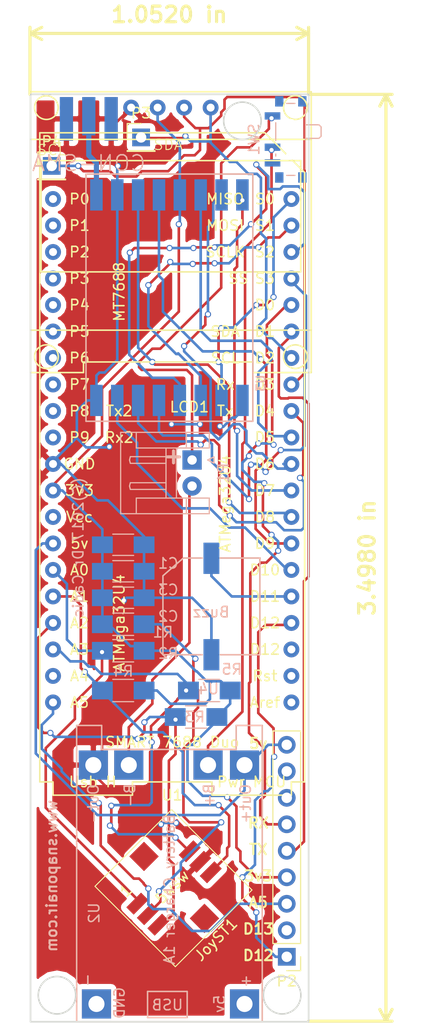
<source format=kicad_pcb>
(kicad_pcb (version 4) (host pcbnew 4.0.4-stable)

  (general
    (links 60)
    (no_connects 0)
    (area 50.338667 42.205 83.303 136.34)
    (thickness 1.6)
    (drawings 21)
    (tracks 637)
    (zones 0)
    (modules 20)
    (nets 51)
  )

  (page A4)
  (layers
    (0 F.Cu signal)
    (31 B.Cu signal)
    (32 B.Adhes user)
    (33 F.Adhes user)
    (34 B.Paste user)
    (35 F.Paste user)
    (36 B.SilkS user)
    (37 F.SilkS user)
    (38 B.Mask user)
    (39 F.Mask user)
    (40 Dwgs.User user)
    (41 Cmts.User user)
    (42 Eco1.User user)
    (43 Eco2.User user)
    (44 Edge.Cuts user)
    (45 Margin user)
    (46 B.CrtYd user)
    (47 F.CrtYd user)
    (48 B.Fab user)
    (49 F.Fab user)
  )

  (setup
    (last_trace_width 0.25)
    (trace_clearance 0.2)
    (zone_clearance 0.508)
    (zone_45_only no)
    (trace_min 0.2)
    (segment_width 0.2)
    (edge_width 0.15)
    (via_size 0.6)
    (via_drill 0.4)
    (via_min_size 0.4)
    (via_min_drill 0.3)
    (uvia_size 0.3)
    (uvia_drill 0.1)
    (uvias_allowed no)
    (uvia_min_size 0.2)
    (uvia_min_drill 0.1)
    (pcb_text_width 0.3)
    (pcb_text_size 1.5 1.5)
    (mod_edge_width 0.15)
    (mod_text_size 1 1)
    (mod_text_width 0.15)
    (pad_size 1.524 1.524)
    (pad_drill 0.762)
    (pad_to_mask_clearance 0.2)
    (aux_axis_origin 0 0)
    (visible_elements 7FFFFFFF)
    (pcbplotparams
      (layerselection 0x010fc_80000001)
      (usegerberextensions false)
      (excludeedgelayer true)
      (linewidth 0.100000)
      (plotframeref false)
      (viasonmask false)
      (mode 1)
      (useauxorigin false)
      (hpglpennumber 1)
      (hpglpenspeed 20)
      (hpglpendiameter 15)
      (hpglpenoverlay 2)
      (psnegative false)
      (psa4output false)
      (plotreference true)
      (plotvalue true)
      (plotinvisibletext false)
      (padsonsilk false)
      (subtractmaskfromsilk false)
      (outputformat 1)
      (mirror false)
      (drillshape 0)
      (scaleselection 1)
      (outputdirectory gerberfiles/))
  )

  (net 0 "")
  (net 1 GND)
  (net 2 "Net-(ANT1-Pad1)")
  (net 3 3v3)
  (net 4 SCL)
  (net 5 SDA)
  (net 6 "Net-(P1-Pad1)")
  (net 7 "Net-(P1-Pad2)")
  (net 8 Up)
  (net 9 Center)
  (net 10 Left)
  (net 11 Down)
  (net 12 Right)
  (net 13 "Net-(SW1-Pad2)")
  (net 14 "Net-(U1-Pad1)")
  (net 15 "Net-(U1-Pad2)")
  (net 16 "Net-(U1-Pad3)")
  (net 17 "Net-(U1-Pad4)")
  (net 18 "Net-(U1-Pad5)")
  (net 19 "Net-(U1-Pad6)")
  (net 20 "Net-(U1-Pad7)")
  (net 21 "Net-(U1-Pad8)")
  (net 22 "Net-(U1-Pad9)")
  (net 23 "Net-(U1-Pad10)")
  (net 24 "Net-(U1-Pad13)")
  (net 25 5VSupply)
  (net 26 "Net-(U1-Pad19)")
  (net 27 MISO)
  (net 28 MOSI)
  (net 29 SCK)
  (net 30 SS)
  (net 31 Rst)
  (net 32 DIO0)
  (net 33 DIO1)
  (net 34 DIO2)
  (net 35 DIO3)
  (net 36 DIO4)
  (net 37 DIO5)
  (net 38 Buzzer)
  (net 39 "Net-(U1-Pad38)")
  (net 40 "Net-(U1-Pad39)")
  (net 41 "Net-(U1-Pad40)")
  (net 42 "Net-(U2-Pad2)")
  (net 43 "Net-(U2-Pad1)")
  (net 44 RX)
  (net 45 TX)
  (net 46 D12)
  (net 47 D13)
  (net 48 A5)
  (net 49 "Net-(P2-Pad8)")
  (net 50 "Net-(P2-Pad7)")

  (net_class Default "Ceci est la Netclass par défaut"
    (clearance 0.2)
    (trace_width 0.25)
    (via_dia 0.6)
    (via_drill 0.4)
    (uvia_dia 0.3)
    (uvia_drill 0.1)
    (add_net 3v3)
    (add_net 5VSupply)
    (add_net A5)
    (add_net Buzzer)
    (add_net Center)
    (add_net D12)
    (add_net D13)
    (add_net DIO0)
    (add_net DIO1)
    (add_net DIO2)
    (add_net DIO3)
    (add_net DIO4)
    (add_net DIO5)
    (add_net Down)
    (add_net GND)
    (add_net Left)
    (add_net MISO)
    (add_net MOSI)
    (add_net "Net-(P1-Pad1)")
    (add_net "Net-(P1-Pad2)")
    (add_net "Net-(P2-Pad7)")
    (add_net "Net-(P2-Pad8)")
    (add_net "Net-(SW1-Pad2)")
    (add_net "Net-(U1-Pad1)")
    (add_net "Net-(U1-Pad10)")
    (add_net "Net-(U1-Pad13)")
    (add_net "Net-(U1-Pad19)")
    (add_net "Net-(U1-Pad2)")
    (add_net "Net-(U1-Pad3)")
    (add_net "Net-(U1-Pad38)")
    (add_net "Net-(U1-Pad39)")
    (add_net "Net-(U1-Pad4)")
    (add_net "Net-(U1-Pad40)")
    (add_net "Net-(U1-Pad5)")
    (add_net "Net-(U1-Pad6)")
    (add_net "Net-(U1-Pad7)")
    (add_net "Net-(U1-Pad8)")
    (add_net "Net-(U1-Pad9)")
    (add_net "Net-(U2-Pad1)")
    (add_net "Net-(U2-Pad2)")
    (add_net RX)
    (add_net Right)
    (add_net Rst)
    (add_net SCK)
    (add_net SCL)
    (add_net SDA)
    (add_net SS)
    (add_net TX)
    (add_net Up)
  )

  (net_class ANT ""
    (clearance 0.2)
    (trace_width 0.5)
    (via_dia 0.6)
    (via_drill 0.4)
    (uvia_dia 0.3)
    (uvia_drill 0.1)
    (add_net "Net-(ANT1-Pad1)")
  )

  (module nodemcu:SMA_EDGE (layer B.Cu) (tedit 58CAB9D6) (tstamp 5953B4F8)
    (at 58.928 47.244)
    (path /5952C3C9)
    (fp_text reference ANT1 (at 0 8.636) (layer B.SilkS) hide
      (effects (font (size 1.5 1.5) (thickness 0.15)) (justify mirror))
    )
    (fp_text value CON-SMA (at 0 6.35 180) (layer B.SilkS)
      (effects (font (size 1.5 1.5) (thickness 0.15)) (justify mirror))
    )
    (pad 3 smd rect (at -2.1463 2.0955) (size 1.27 4.191) (layers B.Cu B.Paste B.Mask)
      (net 1 GND))
    (pad 2 smd rect (at 2.1463 2.0955) (size 1.27 4.191) (layers B.Cu B.Paste B.Mask)
      (net 1 GND))
    (pad 1 smd rect (at 0 1.8415) (size 1.27 3.683) (layers B.Cu B.Paste B.Mask)
      (net 2 "Net-(ANT1-Pad1)"))
    (pad 5 smd rect (at -2.1463 2.0955) (size 1.27 4.191) (layers F.Cu B.Paste B.Mask)
      (net 1 GND))
    (pad 4 smd rect (at 2.1463 2.0955) (size 1.27 4.191) (layers F.Cu B.Paste B.Mask)
      (net 1 GND))
  )

  (module Capacitors_SMD:C_1206_HandSoldering (layer B.Cu) (tedit 59557BFF) (tstamp 5953B509)
    (at 62.23 90.17)
    (descr "Capacitor SMD 1206, hand soldering")
    (tags "capacitor 1206")
    (path /59539EC7)
    (attr smd)
    (fp_text reference C1 (at 4.318 1.778) (layer B.SilkS)
      (effects (font (size 1 1) (thickness 0.15)) (justify mirror))
    )
    (fp_text value 47uF (at 0 -2) (layer B.Fab)
      (effects (font (size 1 1) (thickness 0.15)) (justify mirror))
    )
    (fp_text user %R (at 0 1.75) (layer B.Fab)
      (effects (font (size 1 1) (thickness 0.15)) (justify mirror))
    )
    (fp_line (start -1.6 -0.8) (end -1.6 0.8) (layer B.Fab) (width 0.1))
    (fp_line (start 1.6 -0.8) (end -1.6 -0.8) (layer B.Fab) (width 0.1))
    (fp_line (start 1.6 0.8) (end 1.6 -0.8) (layer B.Fab) (width 0.1))
    (fp_line (start -1.6 0.8) (end 1.6 0.8) (layer B.Fab) (width 0.1))
    (fp_line (start 1 1.02) (end -1 1.02) (layer B.SilkS) (width 0.12))
    (fp_line (start -1 -1.02) (end 1 -1.02) (layer B.SilkS) (width 0.12))
    (fp_line (start -3.25 1.05) (end 3.25 1.05) (layer B.CrtYd) (width 0.05))
    (fp_line (start -3.25 1.05) (end -3.25 -1.05) (layer B.CrtYd) (width 0.05))
    (fp_line (start 3.25 -1.05) (end 3.25 1.05) (layer B.CrtYd) (width 0.05))
    (fp_line (start 3.25 -1.05) (end -3.25 -1.05) (layer B.CrtYd) (width 0.05))
    (pad 1 smd rect (at -2 0) (size 2 1.6) (layers B.Cu B.Paste B.Mask)
      (net 3 3v3))
    (pad 2 smd rect (at 2 0) (size 2 1.6) (layers B.Cu B.Paste B.Mask)
      (net 1 GND))
    (model Capacitors_SMD.3dshapes/C_1206.wrl
      (at (xyz 0 0 0))
      (scale (xyz 1 1 1))
      (rotate (xyz 0 0 0))
    )
  )

  (module Capacitors_SMD:C_1206_HandSoldering (layer B.Cu) (tedit 59557BEC) (tstamp 5953B51A)
    (at 62.23 95.25)
    (descr "Capacitor SMD 1206, hand soldering")
    (tags "capacitor 1206")
    (path /59539F75)
    (attr smd)
    (fp_text reference C2 (at 4.318 1.778) (layer B.SilkS)
      (effects (font (size 1 1) (thickness 0.15)) (justify mirror))
    )
    (fp_text value 1uF (at 0 -2) (layer B.Fab)
      (effects (font (size 1 1) (thickness 0.15)) (justify mirror))
    )
    (fp_text user %R (at 0 1.75) (layer B.Fab)
      (effects (font (size 1 1) (thickness 0.15)) (justify mirror))
    )
    (fp_line (start -1.6 -0.8) (end -1.6 0.8) (layer B.Fab) (width 0.1))
    (fp_line (start 1.6 -0.8) (end -1.6 -0.8) (layer B.Fab) (width 0.1))
    (fp_line (start 1.6 0.8) (end 1.6 -0.8) (layer B.Fab) (width 0.1))
    (fp_line (start -1.6 0.8) (end 1.6 0.8) (layer B.Fab) (width 0.1))
    (fp_line (start 1 1.02) (end -1 1.02) (layer B.SilkS) (width 0.12))
    (fp_line (start -1 -1.02) (end 1 -1.02) (layer B.SilkS) (width 0.12))
    (fp_line (start -3.25 1.05) (end 3.25 1.05) (layer B.CrtYd) (width 0.05))
    (fp_line (start -3.25 1.05) (end -3.25 -1.05) (layer B.CrtYd) (width 0.05))
    (fp_line (start 3.25 -1.05) (end 3.25 1.05) (layer B.CrtYd) (width 0.05))
    (fp_line (start 3.25 -1.05) (end -3.25 -1.05) (layer B.CrtYd) (width 0.05))
    (pad 1 smd rect (at -2 0) (size 2 1.6) (layers B.Cu B.Paste B.Mask)
      (net 3 3v3))
    (pad 2 smd rect (at 2 0) (size 2 1.6) (layers B.Cu B.Paste B.Mask)
      (net 1 GND))
    (model Capacitors_SMD.3dshapes/C_1206.wrl
      (at (xyz 0 0 0))
      (scale (xyz 1 1 1))
      (rotate (xyz 0 0 0))
    )
  )

  (module Capacitors_SMD:C_1206_HandSoldering (layer B.Cu) (tedit 59557BF9) (tstamp 5953B52B)
    (at 62.23 92.71)
    (descr "Capacitor SMD 1206, hand soldering")
    (tags "capacitor 1206")
    (path /59539FC2)
    (attr smd)
    (fp_text reference C3 (at 4.318 1.778) (layer B.SilkS)
      (effects (font (size 1 1) (thickness 0.15)) (justify mirror))
    )
    (fp_text value 100nF (at 0 -2) (layer B.Fab)
      (effects (font (size 1 1) (thickness 0.15)) (justify mirror))
    )
    (fp_text user %R (at 0 1.75) (layer B.Fab)
      (effects (font (size 1 1) (thickness 0.15)) (justify mirror))
    )
    (fp_line (start -1.6 -0.8) (end -1.6 0.8) (layer B.Fab) (width 0.1))
    (fp_line (start 1.6 -0.8) (end -1.6 -0.8) (layer B.Fab) (width 0.1))
    (fp_line (start 1.6 0.8) (end 1.6 -0.8) (layer B.Fab) (width 0.1))
    (fp_line (start -1.6 0.8) (end 1.6 0.8) (layer B.Fab) (width 0.1))
    (fp_line (start 1 1.02) (end -1 1.02) (layer B.SilkS) (width 0.12))
    (fp_line (start -1 -1.02) (end 1 -1.02) (layer B.SilkS) (width 0.12))
    (fp_line (start -3.25 1.05) (end 3.25 1.05) (layer B.CrtYd) (width 0.05))
    (fp_line (start -3.25 1.05) (end -3.25 -1.05) (layer B.CrtYd) (width 0.05))
    (fp_line (start 3.25 -1.05) (end 3.25 1.05) (layer B.CrtYd) (width 0.05))
    (fp_line (start 3.25 -1.05) (end -3.25 -1.05) (layer B.CrtYd) (width 0.05))
    (pad 1 smd rect (at -2 0) (size 2 1.6) (layers B.Cu B.Paste B.Mask)
      (net 3 3v3))
    (pad 2 smd rect (at 2 0) (size 2 1.6) (layers B.Cu B.Paste B.Mask)
      (net 1 GND))
    (model Capacitors_SMD.3dshapes/C_1206.wrl
      (at (xyz 0 0 0))
      (scale (xyz 1 1 1))
      (rotate (xyz 0 0 0))
    )
  )

  (module nodemcu:Oled96 (layer F.Cu) (tedit 5876B02F) (tstamp 5953B547)
    (at 53.34 73.66)
    (tags "Oled 0.96")
    (path /5952BABE)
    (fp_text reference LCD1 (at 15.24 3.302) (layer F.SilkS)
      (effects (font (size 1 1) (thickness 0.15)))
    )
    (fp_text value Oled96 (at 14.478 -30.48) (layer F.Fab)
      (effects (font (size 1 1) (thickness 0.15)))
    )
    (fp_line (start 21.336 0) (end 26.924 0) (layer F.SilkS) (width 0.15))
    (fp_line (start 0 0) (end 5.08 0) (layer F.SilkS) (width 0.15))
    (fp_line (start 5.08 0) (end 5.08 -1.016) (layer F.SilkS) (width 0.15))
    (fp_line (start 5.08 -1.016) (end 21.336 -1.016) (layer F.SilkS) (width 0.15))
    (fp_line (start 21.336 -1.016) (end 21.336 0) (layer F.SilkS) (width 0.15))
    (fp_line (start 1.016 -20.32) (end 25.908 -20.32) (layer F.SilkS) (width 0.15))
    (fp_line (start 25.908 -20.32) (end 25.908 -9.652) (layer F.SilkS) (width 0.15))
    (fp_line (start 25.908 -9.652) (end 1.016 -9.652) (layer F.SilkS) (width 0.15))
    (fp_line (start 1.016 -9.652) (end 1.016 -20.32) (layer F.SilkS) (width 0.15))
    (fp_line (start 0 -22.352) (end 26.924 -22.352) (layer F.SilkS) (width 0.15))
    (fp_line (start 26.924 -22.352) (end 26.924 -4.064) (layer F.SilkS) (width 0.15))
    (fp_line (start 26.924 -4.064) (end 0 -4.064) (layer F.SilkS) (width 0.15))
    (fp_line (start 0 -4.064) (end 0 -22.352) (layer F.SilkS) (width 0.15))
    (fp_circle (center 25.4 -1.524) (end 25.908 -2.54) (layer F.SilkS) (width 0.15))
    (fp_circle (center 1.524 -1.524) (end 2.54 -2.032) (layer F.SilkS) (width 0.15))
    (fp_circle (center 1.524 -25.4) (end 2.54 -25.908) (layer F.SilkS) (width 0.15))
    (fp_circle (center 25.4 -25.4) (end 26.416 -25.908) (layer F.SilkS) (width 0.15))
    (fp_line (start 0 0) (end 0 -26.924) (layer F.SilkS) (width 0.15))
    (fp_line (start 0 -26.924) (end 26.924 -26.924) (layer F.SilkS) (width 0.15))
    (fp_line (start 26.924 -26.924) (end 26.924 0) (layer F.SilkS) (width 0.15))
    (pad 4 thru_hole circle (at 9.652 -25.4) (size 1.524 1.524) (drill 0.762) (layers *.Cu *.Mask)
      (net 1 GND))
    (pad 3 thru_hole circle (at 12.192 -25.4) (size 1.524 1.524) (drill 0.762) (layers *.Cu *.Mask)
      (net 3 3v3))
    (pad 2 thru_hole circle (at 14.732 -25.4) (size 1.524 1.524) (drill 0.762) (layers *.Cu *.Mask)
      (net 4 SCL))
    (pad 1 thru_hole circle (at 17.272 -25.4) (size 1.524 1.524) (drill 0.762) (layers *.Cu *.Mask)
      (net 5 SDA))
  )

  (module Connectors_JST:JST_EH_S02B-EH_02x2.50mm_Angled (layer B.Cu) (tedit 58A3B0B9) (tstamp 5953B577)
    (at 68.834 82.042 270)
    (descr "JST EH series connector, S02B-EH, 2.50mm pitch, side entry")
    (tags "connector jst eh side horizontal angled")
    (path /59541AC1)
    (fp_text reference P1 (at 1.25 -3 270) (layer B.SilkS)
      (effects (font (size 1 1) (thickness 0.15)) (justify mirror))
    )
    (fp_text value CONN_01X02 (at 1.25 8 270) (layer B.Fab)
      (effects (font (size 1 1) (thickness 0.15)) (justify mirror))
    )
    (fp_text user %R (at 1.25 2 270) (layer B.Fab)
      (effects (font (size 1 1) (thickness 0.15)) (justify mirror))
    )
    (fp_line (start -2.5 6.7) (end -2.5 -1.5) (layer B.Fab) (width 0.1))
    (fp_line (start -2.5 -1.5) (end 5 -1.5) (layer B.Fab) (width 0.1))
    (fp_line (start 5 -1.5) (end 5 6.7) (layer B.Fab) (width 0.1))
    (fp_line (start 5 6.7) (end -2.5 6.7) (layer B.Fab) (width 0.1))
    (fp_line (start -1.15 0.55) (end -1.15 -1.65) (layer B.SilkS) (width 0.12))
    (fp_line (start -1.15 -1.65) (end -2.65 -1.65) (layer B.SilkS) (width 0.12))
    (fp_line (start -2.65 -1.65) (end -2.65 6.85) (layer B.SilkS) (width 0.12))
    (fp_line (start -2.65 6.85) (end 5.15 6.85) (layer B.SilkS) (width 0.12))
    (fp_line (start 5.15 6.85) (end 5.15 -1.65) (layer B.SilkS) (width 0.12))
    (fp_line (start 5.15 -1.65) (end 3.65 -1.65) (layer B.SilkS) (width 0.12))
    (fp_line (start 3.65 -1.65) (end 3.65 0.55) (layer B.SilkS) (width 0.12))
    (fp_line (start -2.65 5.35) (end -1.15 5.35) (layer B.SilkS) (width 0.12))
    (fp_line (start -1.15 5.35) (end -1.15 0.55) (layer B.SilkS) (width 0.12))
    (fp_line (start -1.15 0.55) (end -2.65 0.55) (layer B.SilkS) (width 0.12))
    (fp_line (start 5.15 5.35) (end 3.65 5.35) (layer B.SilkS) (width 0.12))
    (fp_line (start 3.65 5.35) (end 3.65 0.55) (layer B.SilkS) (width 0.12))
    (fp_line (start 3.65 0.55) (end 5.15 0.55) (layer B.SilkS) (width 0.12))
    (fp_line (start -1.15 2.5) (end 3.65 2.5) (layer B.SilkS) (width 0.12))
    (fp_line (start -1.15 1.5) (end 3.65 1.5) (layer B.SilkS) (width 0.12))
    (fp_line (start 0 2.5) (end -0.32 2.5) (layer B.SilkS) (width 0.12))
    (fp_line (start -0.32 2.5) (end -0.32 5.92) (layer B.SilkS) (width 0.12))
    (fp_line (start -0.32 5.92) (end 0 6) (layer B.SilkS) (width 0.12))
    (fp_line (start 0 6) (end 0.32 5.92) (layer B.SilkS) (width 0.12))
    (fp_line (start 0.32 5.92) (end 0.32 2.5) (layer B.SilkS) (width 0.12))
    (fp_line (start 0.32 2.5) (end 0 2.5) (layer B.SilkS) (width 0.12))
    (fp_line (start 2.5 2.5) (end 2.18 2.5) (layer B.SilkS) (width 0.12))
    (fp_line (start 2.18 2.5) (end 2.18 5.92) (layer B.SilkS) (width 0.12))
    (fp_line (start 2.18 5.92) (end 2.5 6) (layer B.SilkS) (width 0.12))
    (fp_line (start 2.5 6) (end 2.82 5.92) (layer B.SilkS) (width 0.12))
    (fp_line (start 2.82 5.92) (end 2.82 2.5) (layer B.SilkS) (width 0.12))
    (fp_line (start 2.82 2.5) (end 2.5 2.5) (layer B.SilkS) (width 0.12))
    (fp_line (start 0 -1.5) (end -0.3 -2.1) (layer B.SilkS) (width 0.12))
    (fp_line (start -0.3 -2.1) (end 0.3 -2.1) (layer B.SilkS) (width 0.12))
    (fp_line (start 0.3 -2.1) (end 0 -1.5) (layer B.SilkS) (width 0.12))
    (fp_line (start 0 -1.5) (end -0.3 -2.1) (layer B.Fab) (width 0.1))
    (fp_line (start -0.3 -2.1) (end 0.3 -2.1) (layer B.Fab) (width 0.1))
    (fp_line (start 0.3 -2.1) (end 0 -1.5) (layer B.Fab) (width 0.1))
    (fp_line (start -3.15 7.35) (end -3.15 -2.15) (layer B.CrtYd) (width 0.05))
    (fp_line (start -3.15 -2.15) (end 5.65 -2.15) (layer B.CrtYd) (width 0.05))
    (fp_line (start 5.65 -2.15) (end 5.65 7.35) (layer B.CrtYd) (width 0.05))
    (fp_line (start 5.65 7.35) (end -3.15 7.35) (layer B.CrtYd) (width 0.05))
    (pad 1 thru_hole rect (at 0 0 270) (size 1.85 1.85) (drill 0.9) (layers *.Cu *.Mask)
      (net 6 "Net-(P1-Pad1)"))
    (pad 2 thru_hole circle (at 2.5 0 270) (size 1.85 1.85) (drill 0.9) (layers *.Cu *.Mask)
      (net 7 "Net-(P1-Pad2)"))
    (model Connectors_JST.3dshapes/JST_EH_S02B-EH_02x2.50mm_Angled.wrl
      (at (xyz 0 0 0))
      (scale (xyz 1 1 1))
      (rotate (xyz 0 0 0))
    )
  )

  (module Resistors_SMD:R_1206_HandSoldering (layer B.Cu) (tedit 59557BC6) (tstamp 5953B588)
    (at 62.23 100.33 180)
    (descr "Resistor SMD 1206, hand soldering")
    (tags "resistor 1206")
    (path /5953E9EF)
    (attr smd)
    (fp_text reference R1 (at -3.81 1.778 180) (layer B.SilkS)
      (effects (font (size 1 1) (thickness 0.15)) (justify mirror))
    )
    (fp_text value 10k (at 0 -1.9 180) (layer B.Fab)
      (effects (font (size 1 1) (thickness 0.15)) (justify mirror))
    )
    (fp_text user %R (at 0 0 180) (layer B.Fab)
      (effects (font (size 0.7 0.7) (thickness 0.105)) (justify mirror))
    )
    (fp_line (start -1.6 -0.8) (end -1.6 0.8) (layer B.Fab) (width 0.1))
    (fp_line (start 1.6 -0.8) (end -1.6 -0.8) (layer B.Fab) (width 0.1))
    (fp_line (start 1.6 0.8) (end 1.6 -0.8) (layer B.Fab) (width 0.1))
    (fp_line (start -1.6 0.8) (end 1.6 0.8) (layer B.Fab) (width 0.1))
    (fp_line (start 1 -1.07) (end -1 -1.07) (layer B.SilkS) (width 0.12))
    (fp_line (start -1 1.07) (end 1 1.07) (layer B.SilkS) (width 0.12))
    (fp_line (start -3.25 1.11) (end 3.25 1.11) (layer B.CrtYd) (width 0.05))
    (fp_line (start -3.25 1.11) (end -3.25 -1.1) (layer B.CrtYd) (width 0.05))
    (fp_line (start 3.25 -1.1) (end 3.25 1.11) (layer B.CrtYd) (width 0.05))
    (fp_line (start 3.25 -1.1) (end -3.25 -1.1) (layer B.CrtYd) (width 0.05))
    (pad 1 smd rect (at -2 0 180) (size 2 1.7) (layers B.Cu B.Paste B.Mask)
      (net 3 3v3))
    (pad 2 smd rect (at 2 0 180) (size 2 1.7) (layers B.Cu B.Paste B.Mask)
      (net 8 Up))
    (model ${KISYS3DMOD}/Resistors_SMD.3dshapes/R_1206.wrl
      (at (xyz 0 0 0))
      (scale (xyz 1 1 1))
      (rotate (xyz 0 0 0))
    )
  )

  (module Resistors_SMD:R_1206_HandSoldering (layer B.Cu) (tedit 59557BD4) (tstamp 5953B599)
    (at 62.23 97.79)
    (descr "Resistor SMD 1206, hand soldering")
    (tags "resistor 1206")
    (path /5953EB4C)
    (attr smd)
    (fp_text reference R2 (at 4.318 2.794) (layer B.SilkS)
      (effects (font (size 1 1) (thickness 0.15)) (justify mirror))
    )
    (fp_text value 10k (at 0 -1.9) (layer B.Fab)
      (effects (font (size 1 1) (thickness 0.15)) (justify mirror))
    )
    (fp_text user %R (at 0 0) (layer B.Fab)
      (effects (font (size 0.7 0.7) (thickness 0.105)) (justify mirror))
    )
    (fp_line (start -1.6 -0.8) (end -1.6 0.8) (layer B.Fab) (width 0.1))
    (fp_line (start 1.6 -0.8) (end -1.6 -0.8) (layer B.Fab) (width 0.1))
    (fp_line (start 1.6 0.8) (end 1.6 -0.8) (layer B.Fab) (width 0.1))
    (fp_line (start -1.6 0.8) (end 1.6 0.8) (layer B.Fab) (width 0.1))
    (fp_line (start 1 -1.07) (end -1 -1.07) (layer B.SilkS) (width 0.12))
    (fp_line (start -1 1.07) (end 1 1.07) (layer B.SilkS) (width 0.12))
    (fp_line (start -3.25 1.11) (end 3.25 1.11) (layer B.CrtYd) (width 0.05))
    (fp_line (start -3.25 1.11) (end -3.25 -1.1) (layer B.CrtYd) (width 0.05))
    (fp_line (start 3.25 -1.1) (end 3.25 1.11) (layer B.CrtYd) (width 0.05))
    (fp_line (start 3.25 -1.1) (end -3.25 -1.1) (layer B.CrtYd) (width 0.05))
    (pad 1 smd rect (at -2 0) (size 2 1.7) (layers B.Cu B.Paste B.Mask)
      (net 3 3v3))
    (pad 2 smd rect (at 2 0) (size 2 1.7) (layers B.Cu B.Paste B.Mask)
      (net 9 Center))
    (model ${KISYS3DMOD}/Resistors_SMD.3dshapes/R_1206.wrl
      (at (xyz 0 0 0))
      (scale (xyz 1 1 1))
      (rotate (xyz 0 0 0))
    )
  )

  (module Resistors_SMD:R_1206_HandSoldering (layer B.Cu) (tedit 59557C31) (tstamp 5953B5AA)
    (at 69.215 106.68 180)
    (descr "Resistor SMD 1206, hand soldering")
    (tags "resistor 1206")
    (path /5953EBA2)
    (attr smd)
    (fp_text reference R3 (at 0.127 0 180) (layer B.SilkS)
      (effects (font (size 1 1) (thickness 0.15)) (justify mirror))
    )
    (fp_text value 10k (at 0 -1.9 180) (layer B.Fab)
      (effects (font (size 1 1) (thickness 0.15)) (justify mirror))
    )
    (fp_text user %R (at 0 0 180) (layer B.Fab)
      (effects (font (size 0.7 0.7) (thickness 0.105)) (justify mirror))
    )
    (fp_line (start -1.6 -0.8) (end -1.6 0.8) (layer B.Fab) (width 0.1))
    (fp_line (start 1.6 -0.8) (end -1.6 -0.8) (layer B.Fab) (width 0.1))
    (fp_line (start 1.6 0.8) (end 1.6 -0.8) (layer B.Fab) (width 0.1))
    (fp_line (start -1.6 0.8) (end 1.6 0.8) (layer B.Fab) (width 0.1))
    (fp_line (start 1 -1.07) (end -1 -1.07) (layer B.SilkS) (width 0.12))
    (fp_line (start -1 1.07) (end 1 1.07) (layer B.SilkS) (width 0.12))
    (fp_line (start -3.25 1.11) (end 3.25 1.11) (layer B.CrtYd) (width 0.05))
    (fp_line (start -3.25 1.11) (end -3.25 -1.1) (layer B.CrtYd) (width 0.05))
    (fp_line (start 3.25 -1.1) (end 3.25 1.11) (layer B.CrtYd) (width 0.05))
    (fp_line (start 3.25 -1.1) (end -3.25 -1.1) (layer B.CrtYd) (width 0.05))
    (pad 1 smd rect (at -2 0 180) (size 2 1.7) (layers B.Cu B.Paste B.Mask)
      (net 3 3v3))
    (pad 2 smd rect (at 2 0 180) (size 2 1.7) (layers B.Cu B.Paste B.Mask)
      (net 10 Left))
    (model ${KISYS3DMOD}/Resistors_SMD.3dshapes/R_1206.wrl
      (at (xyz 0 0 0))
      (scale (xyz 1 1 1))
      (rotate (xyz 0 0 0))
    )
  )

  (module Resistors_SMD:R_1206_HandSoldering (layer B.Cu) (tedit 58E0A804) (tstamp 5953B5BB)
    (at 62.23 104.14 180)
    (descr "Resistor SMD 1206, hand soldering")
    (tags "resistor 1206")
    (path /5953EBF7)
    (attr smd)
    (fp_text reference R4 (at 0 1.85 180) (layer B.SilkS)
      (effects (font (size 1 1) (thickness 0.15)) (justify mirror))
    )
    (fp_text value 10k (at 0 -1.9 180) (layer B.Fab)
      (effects (font (size 1 1) (thickness 0.15)) (justify mirror))
    )
    (fp_text user %R (at 0 0 180) (layer B.Fab)
      (effects (font (size 0.7 0.7) (thickness 0.105)) (justify mirror))
    )
    (fp_line (start -1.6 -0.8) (end -1.6 0.8) (layer B.Fab) (width 0.1))
    (fp_line (start 1.6 -0.8) (end -1.6 -0.8) (layer B.Fab) (width 0.1))
    (fp_line (start 1.6 0.8) (end 1.6 -0.8) (layer B.Fab) (width 0.1))
    (fp_line (start -1.6 0.8) (end 1.6 0.8) (layer B.Fab) (width 0.1))
    (fp_line (start 1 -1.07) (end -1 -1.07) (layer B.SilkS) (width 0.12))
    (fp_line (start -1 1.07) (end 1 1.07) (layer B.SilkS) (width 0.12))
    (fp_line (start -3.25 1.11) (end 3.25 1.11) (layer B.CrtYd) (width 0.05))
    (fp_line (start -3.25 1.11) (end -3.25 -1.1) (layer B.CrtYd) (width 0.05))
    (fp_line (start 3.25 -1.1) (end 3.25 1.11) (layer B.CrtYd) (width 0.05))
    (fp_line (start 3.25 -1.1) (end -3.25 -1.1) (layer B.CrtYd) (width 0.05))
    (pad 1 smd rect (at -2 0 180) (size 2 1.7) (layers B.Cu B.Paste B.Mask)
      (net 3 3v3))
    (pad 2 smd rect (at 2 0 180) (size 2 1.7) (layers B.Cu B.Paste B.Mask)
      (net 11 Down))
    (model ${KISYS3DMOD}/Resistors_SMD.3dshapes/R_1206.wrl
      (at (xyz 0 0 0))
      (scale (xyz 1 1 1))
      (rotate (xyz 0 0 0))
    )
  )

  (module Resistors_SMD:R_1206_HandSoldering (layer B.Cu) (tedit 59557C21) (tstamp 5953B5CC)
    (at 70.485 104.14 180)
    (descr "Resistor SMD 1206, hand soldering")
    (tags "resistor 1206")
    (path /5953EC43)
    (attr smd)
    (fp_text reference R5 (at -2.159 2.032 180) (layer B.SilkS)
      (effects (font (size 1 1) (thickness 0.15)) (justify mirror))
    )
    (fp_text value 10k (at 0 -1.9 180) (layer B.Fab)
      (effects (font (size 1 1) (thickness 0.15)) (justify mirror))
    )
    (fp_text user %R (at 0 0 180) (layer B.Fab)
      (effects (font (size 0.7 0.7) (thickness 0.105)) (justify mirror))
    )
    (fp_line (start -1.6 -0.8) (end -1.6 0.8) (layer B.Fab) (width 0.1))
    (fp_line (start 1.6 -0.8) (end -1.6 -0.8) (layer B.Fab) (width 0.1))
    (fp_line (start 1.6 0.8) (end 1.6 -0.8) (layer B.Fab) (width 0.1))
    (fp_line (start -1.6 0.8) (end 1.6 0.8) (layer B.Fab) (width 0.1))
    (fp_line (start 1 -1.07) (end -1 -1.07) (layer B.SilkS) (width 0.12))
    (fp_line (start -1 1.07) (end 1 1.07) (layer B.SilkS) (width 0.12))
    (fp_line (start -3.25 1.11) (end 3.25 1.11) (layer B.CrtYd) (width 0.05))
    (fp_line (start -3.25 1.11) (end -3.25 -1.1) (layer B.CrtYd) (width 0.05))
    (fp_line (start 3.25 -1.1) (end 3.25 1.11) (layer B.CrtYd) (width 0.05))
    (fp_line (start 3.25 -1.1) (end -3.25 -1.1) (layer B.CrtYd) (width 0.05))
    (pad 1 smd rect (at -2 0 180) (size 2 1.7) (layers B.Cu B.Paste B.Mask)
      (net 3 3v3))
    (pad 2 smd rect (at 2 0 180) (size 2 1.7) (layers B.Cu B.Paste B.Mask)
      (net 12 Right))
    (model ${KISYS3DMOD}/Resistors_SMD.3dshapes/R_1206.wrl
      (at (xyz 0 0 0))
      (scale (xyz 1 1 1))
      (rotate (xyz 0 0 0))
    )
  )

  (module Buttons_Switches_SMD:SW_SPDT_PCM12 (layer B.Cu) (tedit 58724DAF) (tstamp 5953B5F6)
    (at 77.978 51.308 270)
    (descr "Ultraminiature Surface Mount Slide Switch")
    (path /5952CA4A)
    (attr smd)
    (fp_text reference SW1 (at 0 3.2 270) (layer B.SilkS)
      (effects (font (size 1 1) (thickness 0.15)) (justify mirror))
    )
    (fp_text value SPST (at 0 -4.25 270) (layer B.Fab)
      (effects (font (size 1 1) (thickness 0.15)) (justify mirror))
    )
    (fp_text user %R (at 0 3.2 270) (layer B.Fab)
      (effects (font (size 1 1) (thickness 0.15)) (justify mirror))
    )
    (fp_line (start -1.4 -1.65) (end -1.4 -2.95) (layer B.Fab) (width 0.1))
    (fp_line (start -1.4 -2.95) (end -1.2 -3.15) (layer B.Fab) (width 0.1))
    (fp_line (start -1.2 -3.15) (end -0.35 -3.15) (layer B.Fab) (width 0.1))
    (fp_line (start -0.35 -3.15) (end -0.15 -2.95) (layer B.Fab) (width 0.1))
    (fp_line (start -0.15 -2.95) (end -0.1 -2.9) (layer B.Fab) (width 0.1))
    (fp_line (start -0.1 -2.9) (end -0.1 -1.6) (layer B.Fab) (width 0.1))
    (fp_line (start -3.35 1) (end -3.35 -1.6) (layer B.Fab) (width 0.1))
    (fp_line (start -3.35 -1.6) (end 3.35 -1.6) (layer B.Fab) (width 0.1))
    (fp_line (start 3.35 -1.6) (end 3.35 1) (layer B.Fab) (width 0.1))
    (fp_line (start 3.35 1) (end -3.35 1) (layer B.Fab) (width 0.1))
    (fp_line (start 1.4 1.12) (end 1.6 1.12) (layer B.SilkS) (width 0.12))
    (fp_line (start -4.4 2.45) (end 4.4 2.45) (layer B.CrtYd) (width 0.05))
    (fp_line (start 4.4 2.45) (end 4.4 -2.1) (layer B.CrtYd) (width 0.05))
    (fp_line (start 4.4 -2.1) (end 1.65 -2.1) (layer B.CrtYd) (width 0.05))
    (fp_line (start 1.65 -2.1) (end 1.65 -3.4) (layer B.CrtYd) (width 0.05))
    (fp_line (start 1.65 -3.4) (end -1.65 -3.4) (layer B.CrtYd) (width 0.05))
    (fp_line (start -1.65 -3.4) (end -1.65 -2.1) (layer B.CrtYd) (width 0.05))
    (fp_line (start -1.65 -2.1) (end -4.4 -2.1) (layer B.CrtYd) (width 0.05))
    (fp_line (start -4.4 -2.1) (end -4.4 2.45) (layer B.CrtYd) (width 0.05))
    (fp_line (start -1.4 -3.02) (end -1.2 -3.23) (layer B.SilkS) (width 0.12))
    (fp_line (start -0.1 -3.02) (end -0.3 -3.23) (layer B.SilkS) (width 0.12))
    (fp_line (start -1.4 -1.73) (end -1.4 -3.02) (layer B.SilkS) (width 0.12))
    (fp_line (start -1.2 -3.23) (end -0.3 -3.23) (layer B.SilkS) (width 0.12))
    (fp_line (start -0.1 -3.02) (end -0.1 -1.73) (layer B.SilkS) (width 0.12))
    (fp_line (start -2.85 -1.73) (end 2.85 -1.73) (layer B.SilkS) (width 0.12))
    (fp_line (start -1.6 1.12) (end 0.1 1.12) (layer B.SilkS) (width 0.12))
    (fp_line (start -3.45 0.07) (end -3.45 -0.72) (layer B.SilkS) (width 0.12))
    (fp_line (start 3.45 -0.72) (end 3.45 0.07) (layer B.SilkS) (width 0.12))
    (pad "" np_thru_hole circle (at -1.5 -0.33 270) (size 0.9 0.9) (drill 0.9) (layers *.Cu *.Mask))
    (pad "" np_thru_hole circle (at 1.5 -0.33 270) (size 0.9 0.9) (drill 0.9) (layers *.Cu *.Mask))
    (pad 1 smd rect (at -2.25 1.43 270) (size 0.7 1.5) (layers B.Cu B.Paste B.Mask)
      (net 6 "Net-(P1-Pad1)"))
    (pad 2 smd rect (at 0.75 1.43 270) (size 0.7 1.5) (layers B.Cu B.Paste B.Mask)
      (net 13 "Net-(SW1-Pad2)"))
    (pad 3 smd rect (at 2.25 1.43 270) (size 0.7 1.5) (layers B.Cu B.Paste B.Mask))
    (pad "" smd rect (at -3.65 -1.43 270) (size 1 0.8) (layers B.Cu B.Paste B.Mask))
    (pad "" smd rect (at 3.65 -1.43 270) (size 1 0.8) (layers B.Cu B.Paste B.Mask))
    (pad "" smd rect (at 3.65 0.78 270) (size 1 0.8) (layers B.Cu B.Paste B.Mask))
    (pad "" smd rect (at -3.65 0.78 270) (size 1 0.8) (layers B.Cu B.Paste B.Mask))
  )

  (module Joystick:5WAY_sw (layer F.Cu) (tedit 59557A0C) (tstamp 5953B60D)
    (at 62.738 124.714 45)
    (path /5952BECF)
    (fp_text reference JoyST1 (at 3.592102 8.261836 45) (layer F.SilkS)
      (effects (font (size 1 1) (thickness 0.15)))
    )
    (fp_text value 5W_SW (at 4.5 -5.9 45) (layer F.Fab)
      (effects (font (size 1 1) (thickness 0.15)))
    )
    (fp_text user 5wsw (at 4.2 1.75 45) (layer F.SilkS)
      (effects (font (size 1 1) (thickness 0.15)))
    )
    (fp_text user 1 (at 0.8 -1.15 45) (layer F.SilkS)
      (effects (font (size 1 1) (thickness 0.15)))
    )
    (fp_line (start 0 -3.55) (end 9.4 -3.55) (layer F.SilkS) (width 0.1))
    (fp_line (start 9.4 -3.55) (end 9.4 7.35) (layer F.SilkS) (width 0.1))
    (fp_line (start 9.4 7.35) (end -1 7.35) (layer F.SilkS) (width 0.1))
    (fp_line (start -1 7.35) (end -1 -3.55) (layer F.SilkS) (width 0.1))
    (fp_line (start -1 -3.55) (end 0 -3.55) (layer F.SilkS) (width 0.1))
    (fp_circle (center 4.25 0) (end 4.65 -0.1) (layer Margin) (width 0.1))
    (fp_circle (center 4.25 3.8) (end 4.8 3.75) (layer Margin) (width 0.1))
    (pad 6 smd rect (at 7.8 3.35 45) (size 2 1) (layers F.Cu F.Paste F.Mask)
      (net 11 Down))
    (pad 5 smd rect (at 7.8 1.925 45) (size 2 1) (layers F.Cu F.Paste F.Mask)
      (net 1 GND))
    (pad 4 smd rect (at 7.8 0.5 45) (size 2 1) (layers F.Cu F.Paste F.Mask)
      (net 12 Right))
    (pad 1 smd rect (at 0.7 0.5 45) (size 2 1) (layers F.Cu F.Paste F.Mask)
      (net 8 Up))
    (pad 3 smd rect (at 0.7 3.35 45) (size 2 1) (layers F.Cu F.Paste F.Mask)
      (net 10 Left))
    (pad 2 smd rect (at 0.7 1.925 45) (size 2 1) (layers F.Cu F.Paste F.Mask)
      (net 9 Center))
    (pad "" smd rect (at 4.25 6.05 45) (size 2 2) (layers F.Cu F.Paste F.Mask))
    (pad "" smd rect (at 4.35 -2.25 45) (size 2 2) (layers F.Cu F.Paste F.Mask))
    (pad "" np_thru_hole circle (at 4.25 0 45) (size 0.76 0.76) (drill 0.76) (layers *.Cu *.Mask))
    (pad "" np_thru_hole circle (at 4.25 3.8 45) (size 1.1 1.1) (drill 1.1) (layers *.Cu *.Mask))
    (model ../../../../../../Users/ccadic/CloudStation/LoraPager/Joystick/joystick.wrl
      (at (xyz 0.022 -0.222 0))
      (scale (xyz 0.393701 0.393701 0.393701))
      (rotate (xyz 0 0 0))
    )
  )

  (module Linkit-Smart7688Duo:SMART_7688_Duo (layer F.Cu) (tedit 59525F5A) (tstamp 5953B67E)
    (at 54.229 114.173)
    (path /5952B989)
    (fp_text reference U1 (at 12.7 0) (layer F.SilkS)
      (effects (font (size 1 1) (thickness 0.15)))
    )
    (fp_text value Linkit_SMART_7688_Duo (at 12.7 -60.96) (layer F.Fab)
      (effects (font (size 1 1) (thickness 0.15)))
    )
    (fp_text user ATMega32U4 (at 7.62 -16.51 270) (layer F.SilkS)
      (effects (font (size 1 1) (thickness 0.15)))
    )
    (fp_text user MT7688 (at 7.62 -48.26 270) (layer F.SilkS)
      (effects (font (size 1 1) (thickness 0.15)))
    )
    (fp_text user ATMega32U4 (at 17.78 -27.94 90) (layer F.SilkS)
      (effects (font (size 1 1) (thickness 0.15)))
    )
    (fp_text user Rx2 (at 7.62 -34.29) (layer F.SilkS)
      (effects (font (size 1 1) (thickness 0.15)))
    )
    (fp_text user Tx2 (at 7.62 -36.83) (layer F.SilkS)
      (effects (font (size 1 1) (thickness 0.15)))
    )
    (fp_text user Tx (at 17.78 -36.83) (layer F.SilkS)
      (effects (font (size 1 1) (thickness 0.15)))
    )
    (fp_text user Rx (at 17.78 -39.37) (layer F.SilkS)
      (effects (font (size 1 1) (thickness 0.15)))
    )
    (fp_text user SS (at 19.05 -49.53) (layer F.SilkS)
      (effects (font (size 1 1) (thickness 0.15)))
    )
    (fp_text user SCLK (at 17.78 -52.07) (layer F.SilkS)
      (effects (font (size 1 1) (thickness 0.15)))
    )
    (fp_text user MOSI (at 17.78 -54.61) (layer F.SilkS)
      (effects (font (size 1 1) (thickness 0.15)))
    )
    (fp_text user MISO (at 17.78 -57.15) (layer F.SilkS)
      (effects (font (size 1 1) (thickness 0.15)))
    )
    (fp_text user SCL (at 17.78 -41.91) (layer F.SilkS)
      (effects (font (size 1 1) (thickness 0.15)))
    )
    (fp_text user SDA (at 17.78 -44.45) (layer F.SilkS)
      (effects (font (size 1 1) (thickness 0.15)))
    )
    (fp_text user "Pwr MCU" (at 20.32 -1.27) (layer F.SilkS)
      (effects (font (size 1 1) (thickness 0.15)))
    )
    (fp_text user "Usb H" (at 5.08 -1.27) (layer F.SilkS)
      (effects (font (size 1 1) (thickness 0.15)))
    )
    (fp_text user Aref (at 21.59 -8.89) (layer F.SilkS)
      (effects (font (size 1 1) (thickness 0.15)))
    )
    (fp_text user Rst (at 21.59 -11.43) (layer F.SilkS)
      (effects (font (size 1 1) (thickness 0.15)))
    )
    (fp_text user D12 (at 21.59 -13.97) (layer F.SilkS)
      (effects (font (size 1 1) (thickness 0.15)))
    )
    (fp_text user D12 (at 21.59 -16.51) (layer F.SilkS)
      (effects (font (size 1 1) (thickness 0.15)))
    )
    (fp_text user D11 (at 21.59 -19.05) (layer F.SilkS)
      (effects (font (size 1 1) (thickness 0.15)))
    )
    (fp_text user D10 (at 21.59 -21.59) (layer F.SilkS)
      (effects (font (size 1 1) (thickness 0.15)))
    )
    (fp_text user D9 (at 21.59 -24.13) (layer F.SilkS)
      (effects (font (size 1 1) (thickness 0.15)))
    )
    (fp_text user D8 (at 21.59 -26.67) (layer F.SilkS)
      (effects (font (size 1 1) (thickness 0.15)))
    )
    (fp_text user D7 (at 21.59 -29.21) (layer F.SilkS)
      (effects (font (size 1 1) (thickness 0.15)))
    )
    (fp_text user D6 (at 21.59 -31.75) (layer F.SilkS)
      (effects (font (size 1 1) (thickness 0.15)))
    )
    (fp_text user D5 (at 21.59 -34.29) (layer F.SilkS)
      (effects (font (size 1 1) (thickness 0.15)))
    )
    (fp_text user D4 (at 21.59 -36.83) (layer F.SilkS)
      (effects (font (size 1 1) (thickness 0.15)))
    )
    (fp_text user D3 (at 21.59 -39.37) (layer F.SilkS)
      (effects (font (size 1 1) (thickness 0.15)))
    )
    (fp_text user D2 (at 21.59 -41.91) (layer F.SilkS)
      (effects (font (size 1 1) (thickness 0.15)))
    )
    (fp_text user D1 (at 21.59 -44.45) (layer F.SilkS)
      (effects (font (size 1 1) (thickness 0.15)))
    )
    (fp_text user D0 (at 21.59 -46.99) (layer F.SilkS)
      (effects (font (size 1 1) (thickness 0.15)))
    )
    (fp_text user S3 (at 21.59 -49.53) (layer F.SilkS)
      (effects (font (size 1 1) (thickness 0.15)))
    )
    (fp_text user S2 (at 21.59 -52.07) (layer F.SilkS)
      (effects (font (size 1 1) (thickness 0.15)))
    )
    (fp_text user S1 (at 21.59 -54.61) (layer F.SilkS)
      (effects (font (size 1 1) (thickness 0.15)))
    )
    (fp_text user S0 (at 21.59 -57.15) (layer F.SilkS)
      (effects (font (size 1 1) (thickness 0.15)))
    )
    (fp_text user A5 (at 3.81 -8.89) (layer F.SilkS)
      (effects (font (size 1 1) (thickness 0.15)))
    )
    (fp_text user A4 (at 3.81 -11.43) (layer F.SilkS)
      (effects (font (size 1 1) (thickness 0.15)))
    )
    (fp_text user A3 (at 3.81 -13.97) (layer F.SilkS)
      (effects (font (size 1 1) (thickness 0.15)))
    )
    (fp_text user A2 (at 3.81 -16.51) (layer F.SilkS)
      (effects (font (size 1 1) (thickness 0.15)))
    )
    (fp_text user A1 (at 3.81 -19.05) (layer F.SilkS)
      (effects (font (size 1 1) (thickness 0.15)))
    )
    (fp_text user A0 (at 3.81 -21.59) (layer F.SilkS)
      (effects (font (size 1 1) (thickness 0.15)))
    )
    (fp_text user 5v (at 3.81 -24.13) (layer F.SilkS)
      (effects (font (size 1 1) (thickness 0.15)))
    )
    (fp_text user Vcc (at 3.81 -26.67) (layer F.SilkS)
      (effects (font (size 1 1) (thickness 0.15)))
    )
    (fp_text user 3V3 (at 3.81 -29.21) (layer F.SilkS)
      (effects (font (size 1 1) (thickness 0.15)))
    )
    (fp_text user GND (at 3.81 -31.75) (layer F.SilkS)
      (effects (font (size 1 1) (thickness 0.15)))
    )
    (fp_text user P9 (at 3.81 -34.29) (layer F.SilkS)
      (effects (font (size 1 1) (thickness 0.15)))
    )
    (fp_text user P8 (at 3.81 -36.83) (layer F.SilkS)
      (effects (font (size 1 1) (thickness 0.15)))
    )
    (fp_text user P7 (at 3.81 -39.37) (layer F.SilkS)
      (effects (font (size 1 1) (thickness 0.15)))
    )
    (fp_text user P6 (at 3.81 -41.91) (layer F.SilkS)
      (effects (font (size 1 1) (thickness 0.15)))
    )
    (fp_text user P5 (at 3.81 -44.45) (layer F.SilkS)
      (effects (font (size 1 1) (thickness 0.15)))
    )
    (fp_text user P4 (at 3.81 -46.99) (layer F.SilkS)
      (effects (font (size 1 1) (thickness 0.15)))
    )
    (fp_text user P3 (at 3.81 -49.53) (layer F.SilkS)
      (effects (font (size 1 1) (thickness 0.15)))
    )
    (fp_text user P2 (at 3.81 -52.07) (layer F.SilkS)
      (effects (font (size 1 1) (thickness 0.15)))
    )
    (fp_text user P1 (at 3.81 -54.61) (layer F.SilkS)
      (effects (font (size 1 1) (thickness 0.15)))
    )
    (fp_text user P0 (at 3.81 -57.15) (layer F.SilkS)
      (effects (font (size 1 1) (thickness 0.15)))
    )
    (fp_text user "SMART 7688 Duo" (at 12.7 -5.08) (layer F.SilkS)
      (effects (font (size 1 1) (thickness 0.15)))
    )
    (fp_line (start 1.27 0) (end 1.27 -1.27) (layer F.SilkS) (width 0.15))
    (fp_line (start 1.27 -1.27) (end 0 -1.27) (layer F.SilkS) (width 0.15))
    (fp_line (start 0 -1.27) (end 0 -63.5) (layer F.SilkS) (width 0.15))
    (fp_line (start 0 -63.5) (end 21.59 -63.5) (layer F.SilkS) (width 0.15))
    (fp_line (start 21.59 -63.5) (end 25.4 -59.69) (layer F.SilkS) (width 0.15))
    (fp_line (start 25.4 -59.69) (end 25.4 -1.27) (layer F.SilkS) (width 0.15))
    (fp_line (start 25.4 -1.27) (end 24.13 -1.27) (layer F.SilkS) (width 0.15))
    (fp_line (start 24.13 -1.27) (end 24.13 0) (layer F.SilkS) (width 0.15))
    (fp_line (start 24.13 0) (end 16.51 0) (layer F.SilkS) (width 0.15))
    (fp_line (start 16.51 0) (end 16.51 -1.27) (layer F.SilkS) (width 0.15))
    (fp_line (start 16.51 -1.27) (end 8.89 -1.27) (layer F.SilkS) (width 0.15))
    (fp_line (start 8.89 -1.27) (end 8.89 0) (layer F.SilkS) (width 0.15))
    (fp_line (start 8.89 0) (end 1.27 0) (layer F.SilkS) (width 0.15))
    (pad 1 thru_hole circle (at 1.27 -57.15) (size 1.524 1.524) (drill 0.762) (layers *.Cu *.Mask)
      (net 14 "Net-(U1-Pad1)"))
    (pad 2 thru_hole circle (at 1.27 -54.61) (size 1.524 1.524) (drill 0.762) (layers *.Cu *.Mask)
      (net 15 "Net-(U1-Pad2)"))
    (pad 3 thru_hole circle (at 1.27 -52.07) (size 1.524 1.524) (drill 0.762) (layers *.Cu *.Mask)
      (net 16 "Net-(U1-Pad3)"))
    (pad 4 thru_hole circle (at 1.27 -49.53) (size 1.524 1.524) (drill 0.762) (layers *.Cu *.Mask)
      (net 17 "Net-(U1-Pad4)"))
    (pad 5 thru_hole circle (at 1.27 -46.99) (size 1.524 1.524) (drill 0.762) (layers *.Cu *.Mask)
      (net 18 "Net-(U1-Pad5)"))
    (pad 6 thru_hole circle (at 1.27 -44.45) (size 1.524 1.524) (drill 0.762) (layers *.Cu *.Mask)
      (net 19 "Net-(U1-Pad6)"))
    (pad 7 thru_hole circle (at 1.27 -41.91) (size 1.524 1.524) (drill 0.762) (layers *.Cu *.Mask)
      (net 20 "Net-(U1-Pad7)"))
    (pad 8 thru_hole circle (at 1.27 -39.37) (size 1.524 1.524) (drill 0.762) (layers *.Cu *.Mask)
      (net 21 "Net-(U1-Pad8)"))
    (pad 9 thru_hole circle (at 1.27 -36.83) (size 1.524 1.524) (drill 0.762) (layers *.Cu *.Mask)
      (net 22 "Net-(U1-Pad9)"))
    (pad 10 thru_hole circle (at 1.27 -34.29) (size 1.524 1.524) (drill 0.762) (layers *.Cu *.Mask)
      (net 23 "Net-(U1-Pad10)"))
    (pad 11 thru_hole circle (at 1.27 -31.75) (size 1.524 1.524) (drill 0.762) (layers *.Cu *.Mask)
      (net 1 GND))
    (pad 12 thru_hole circle (at 1.27 -29.21) (size 1.524 1.524) (drill 0.762) (layers *.Cu *.Mask)
      (net 3 3v3))
    (pad 13 thru_hole circle (at 1.27 -26.67) (size 1.524 1.524) (drill 0.762) (layers *.Cu *.Mask)
      (net 24 "Net-(U1-Pad13)"))
    (pad 14 thru_hole circle (at 1.27 -24.13) (size 1.524 1.524) (drill 0.762) (layers *.Cu *.Mask)
      (net 25 5VSupply))
    (pad 15 thru_hole circle (at 1.27 -21.59) (size 1.524 1.524) (drill 0.762) (layers *.Cu *.Mask)
      (net 8 Up))
    (pad 16 thru_hole circle (at 1.27 -19.05) (size 1.524 1.524) (drill 0.762) (layers *.Cu *.Mask)
      (net 11 Down))
    (pad 17 thru_hole circle (at 1.27 -16.51) (size 1.524 1.524) (drill 0.762) (layers *.Cu *.Mask)
      (net 10 Left))
    (pad 18 thru_hole circle (at 1.27 -13.97) (size 1.524 1.524) (drill 0.762) (layers *.Cu *.Mask)
      (net 12 Right))
    (pad 19 thru_hole circle (at 1.27 -11.43) (size 1.524 1.524) (drill 0.762) (layers *.Cu *.Mask)
      (net 26 "Net-(U1-Pad19)"))
    (pad 20 thru_hole circle (at 1.27 -8.89) (size 1.524 1.524) (drill 0.762) (layers *.Cu *.Mask)
      (net 48 A5))
    (pad 21 thru_hole circle (at 24.13 -57.15) (size 1.524 1.524) (drill 0.762) (layers *.Cu *.Mask)
      (net 27 MISO))
    (pad 22 thru_hole circle (at 24.13 -54.61) (size 1.524 1.524) (drill 0.762) (layers *.Cu *.Mask)
      (net 28 MOSI))
    (pad 23 thru_hole circle (at 24.13 -52.07) (size 1.524 1.524) (drill 0.762) (layers *.Cu *.Mask)
      (net 29 SCK))
    (pad 24 thru_hole circle (at 24.13 -49.53) (size 1.524 1.524) (drill 0.762) (layers *.Cu *.Mask)
      (net 30 SS))
    (pad 25 thru_hole circle (at 24.13 -46.99) (size 1.524 1.524) (drill 0.762) (layers *.Cu *.Mask)
      (net 44 RX))
    (pad 26 thru_hole circle (at 24.13 -44.45) (size 1.524 1.524) (drill 0.762) (layers *.Cu *.Mask)
      (net 45 TX))
    (pad 27 thru_hole circle (at 24.13 -41.91) (size 1.524 1.524) (drill 0.762) (layers *.Cu *.Mask)
      (net 5 SDA))
    (pad 28 thru_hole circle (at 24.13 -39.37) (size 1.524 1.524) (drill 0.762) (layers *.Cu *.Mask)
      (net 4 SCL))
    (pad 29 thru_hole circle (at 24.13 -36.83) (size 1.524 1.524) (drill 0.762) (layers *.Cu *.Mask)
      (net 31 Rst))
    (pad 30 thru_hole circle (at 24.13 -34.29) (size 1.524 1.524) (drill 0.762) (layers *.Cu *.Mask)
      (net 32 DIO0))
    (pad 31 thru_hole circle (at 24.13 -31.75) (size 1.524 1.524) (drill 0.762) (layers *.Cu *.Mask)
      (net 33 DIO1))
    (pad 32 thru_hole circle (at 24.13 -29.21) (size 1.524 1.524) (drill 0.762) (layers *.Cu *.Mask)
      (net 34 DIO2))
    (pad 33 thru_hole circle (at 24.13 -26.67) (size 1.524 1.524) (drill 0.762) (layers *.Cu *.Mask)
      (net 35 DIO3))
    (pad 34 thru_hole circle (at 24.13 -24.13) (size 1.524 1.524) (drill 0.762) (layers *.Cu *.Mask)
      (net 36 DIO4))
    (pad 35 thru_hole circle (at 24.13 -21.59) (size 1.524 1.524) (drill 0.762) (layers *.Cu *.Mask)
      (net 37 DIO5))
    (pad 36 thru_hole circle (at 24.13 -19.05) (size 1.524 1.524) (drill 0.762) (layers *.Cu *.Mask)
      (net 38 Buzzer))
    (pad 37 thru_hole circle (at 24.13 -16.51) (size 1.524 1.524) (drill 0.762) (layers *.Cu *.Mask)
      (net 46 D12))
    (pad 38 thru_hole circle (at 24.13 -13.97) (size 1.524 1.524) (drill 0.762) (layers *.Cu *.Mask)
      (net 39 "Net-(U1-Pad38)"))
    (pad 39 thru_hole circle (at 24.13 -11.43) (size 1.524 1.524) (drill 0.762) (layers *.Cu *.Mask)
      (net 40 "Net-(U1-Pad39)"))
    (pad 40 thru_hole circle (at 24.13 -8.89) (size 1.524 1.524) (drill 0.762) (layers *.Cu *.Mask)
      (net 41 "Net-(U1-Pad40)"))
  )

  (module TP4056:TP4056-18650 (layer B.Cu) (tedit 59557AF0) (tstamp 5953B6A1)
    (at 75.565 135.89 90)
    (path /5952C294)
    (fp_text reference U2 (at 10.414 -16.129 90) (layer B.SilkS)
      (effects (font (size 1 1) (thickness 0.15)) (justify mirror))
    )
    (fp_text value TP4056-1A (at 13 1.6 90) (layer B.Fab)
      (effects (font (size 1 1) (thickness 0.15)) (justify mirror))
    )
    (fp_text user "Battery Charger 1A" (at 12.7 -8.9 90) (layer B.SilkS)
      (effects (font (size 1 1) (thickness 0.15)) (justify mirror))
    )
    (fp_text user GND (at 1.8 -13.7 90) (layer B.SilkS)
      (effects (font (size 1 1) (thickness 0.15)) (justify mirror))
    )
    (fp_text user 5v (at 1.7 -4.1 90) (layer B.SilkS)
      (effects (font (size 1 1) (thickness 0.15)) (justify mirror))
    )
    (fp_line (start 26.1 -2.5) (end 26.1 -15.4) (layer B.SilkS) (width 0.15))
    (fp_line (start 26.1 -15.4) (end 26.4 -15.4) (layer B.SilkS) (width 0.15))
    (fp_line (start 26.3 -15.4) (end 28.4 -15.4) (layer B.SilkS) (width 0.15))
    (fp_line (start 28.4 -15.4) (end 28.4 -15.7) (layer B.SilkS) (width 0.15))
    (fp_line (start 26.3 0) (end 28.4 0) (layer B.SilkS) (width 0.15))
    (fp_line (start 28.4 0) (end 28.4 -2.5) (layer B.SilkS) (width 0.15))
    (fp_line (start 28.4 -2.5) (end 26.1 -2.5) (layer B.SilkS) (width 0.15))
    (fp_line (start 28.4 -15.7) (end 28.4 -17.8) (layer B.SilkS) (width 0.15))
    (fp_line (start 28.4 -17.8) (end 0 -17.8) (layer B.SilkS) (width 0.15))
    (fp_line (start 0 -17.8) (end 0 0) (layer B.SilkS) (width 0.15))
    (fp_text user B+ (at 21.7 -5.1 90) (layer B.SilkS)
      (effects (font (size 1 1) (thickness 0.15)) (justify mirror))
    )
    (fp_text user B- (at 21.7 -12.7 90) (layer B.SilkS)
      (effects (font (size 1 1) (thickness 0.15)) (justify mirror))
    )
    (fp_text user Out+ (at 20.9 -1.6 90) (layer B.SilkS)
      (effects (font (size 1 1) (thickness 0.15)) (justify mirror))
    )
    (fp_text user Out- (at 20.9 -16.2 90) (layer B.SilkS)
      (effects (font (size 1 1) (thickness 0.15)) (justify mirror))
    )
    (fp_text user USB (at 1.6 -9.1 360) (layer B.SilkS)
      (effects (font (size 1 1) (thickness 0.15)) (justify mirror))
    )
    (fp_line (start 0.4 -7.2) (end 2.9 -7.2) (layer B.SilkS) (width 0.15))
    (fp_line (start 2.9 -7.2) (end 2.9 -11) (layer B.SilkS) (width 0.15))
    (fp_line (start 2.9 -11) (end 0.4 -11) (layer B.SilkS) (width 0.15))
    (fp_line (start 0.4 -11) (end 0.4 -7.3) (layer B.SilkS) (width 0.15))
    (fp_text user - (at 4 -16.8 90) (layer B.SilkS)
      (effects (font (size 1 1) (thickness 0.15)) (justify mirror))
    )
    (fp_text user + (at 3.9 -1.6 90) (layer B.SilkS)
      (effects (font (size 1 1) (thickness 0.15)) (justify mirror))
    )
    (fp_line (start 0 0) (end 26.3 0) (layer B.SilkS) (width 0.15))
    (pad 6 thru_hole rect (at 24.6 -12.8 90) (size 2.8 2.8) (drill 1.54) (layers *.Cu *.Mask)
      (net 7 "Net-(P1-Pad2)"))
    (pad 5 thru_hole rect (at 24.6 -5.2 90) (size 2.8 2.8) (drill 1.54) (layers *.Cu *.Mask)
      (net 13 "Net-(SW1-Pad2)"))
    (pad 4 thru_hole rect (at 24.6 -16.2 90) (size 2.8 2.8) (drill 1.54) (layers *.Cu *.Mask)
      (net 1 GND))
    (pad 3 thru_hole rect (at 24.6 -1.7 90) (size 2.8 2.8) (drill 1.54) (layers *.Cu *.Mask)
      (net 25 5VSupply))
    (pad 2 thru_hole rect (at 1.7 -15.9 90) (size 2.8 2.8) (drill 1.54) (layers *.Cu *.Mask)
      (net 42 "Net-(U2-Pad2)"))
    (pad 1 thru_hole rect (at 1.7 -1.7 90) (size 2.8 2.8) (drill 1.54) (layers *.Cu *.Mask)
      (net 43 "Net-(U2-Pad1)"))
  )

  (module mysensors_radios:RFM69HW_SMD_Handsoldering (layer B.Cu) (tedit 558806AF) (tstamp 5953B6C1)
    (at 73.66 74.93 90)
    (descr RFM69HW)
    (tags "RFM69HW, RF69")
    (path /5952BCF7)
    (fp_text reference U3 (at 0.254 1.778 90) (layer B.SilkS)
      (effects (font (size 0.8 0.8) (thickness 0.16)) (justify mirror))
    )
    (fp_text value RFM95HW (at 8.382 -7.112 90) (layer B.Fab) hide
      (effects (font (size 0.8 0.8) (thickness 0.16)) (justify mirror))
    )
    (fp_line (start -3.4 -15) (end -3.4 1) (layer B.SilkS) (width 0.15))
    (fp_line (start 20.3 -15) (end -3.4 -15) (layer B.SilkS) (width 0.15))
    (fp_line (start 20.3 1) (end 20.3 -15) (layer B.SilkS) (width 0.15))
    (fp_line (start -3.4 1) (end 20.3 1) (layer B.SilkS) (width 0.15))
    (fp_line (start -3.4 -15) (end 20.3 -15) (layer B.CrtYd) (width 0.15))
    (fp_line (start 20.3 1) (end 20.3 -15) (layer B.CrtYd) (width 0.15))
    (fp_line (start -3.4 1) (end -3.4 -15) (layer B.CrtYd) (width 0.15))
    (fp_line (start -3.4 1) (end 20.3 1) (layer B.CrtYd) (width 0.15))
    (fp_line (start 20.3 1) (end 20.3 -15) (layer F.CrtYd) (width 0.15))
    (fp_line (start -3.4 1) (end -3.4 -15) (layer F.CrtYd) (width 0.15))
    (fp_line (start -3.4 -15) (end 20.3 -15) (layer F.CrtYd) (width 0.15))
    (fp_line (start -3.4 1) (end 20.3 1) (layer F.CrtYd) (width 0.15))
    (pad 1 smd rect (at -1.4 0 90) (size 3 1.2) (layers B.Cu B.Paste B.Mask)
      (net 1 GND))
    (pad 2 smd rect (at -1.4 -2 90) (size 3 1.2) (layers B.Cu B.Paste B.Mask)
      (net 27 MISO))
    (pad 3 smd rect (at -1.4 -4 90) (size 3 1.2) (layers B.Cu B.Paste B.Mask)
      (net 28 MOSI))
    (pad 4 smd rect (at -1.4 -6 90) (size 3 1.2) (layers B.Cu B.Paste B.Mask)
      (net 29 SCK))
    (pad 5 smd rect (at -1.4 -8 90) (size 3 1.2) (layers B.Cu B.Paste B.Mask)
      (net 30 SS))
    (pad 6 smd rect (at -1.4 -10 90) (size 3 1.2) (layers B.Cu B.Paste B.Mask)
      (net 31 Rst))
    (pad 7 smd rect (at -1.4 -12 90) (size 3 1.2) (layers B.Cu B.Paste B.Mask)
      (net 37 DIO5))
    (pad 8 smd rect (at -1.4 -14 90) (size 3 1.2) (layers B.Cu B.Paste B.Mask)
      (net 1 GND))
    (pad 9 smd rect (at 18.3 -14 90) (size 3 1.2) (layers B.Cu B.Paste B.Mask)
      (net 2 "Net-(ANT1-Pad1)"))
    (pad 10 smd rect (at 18.3 -12 90) (size 3 1.2) (layers B.Cu B.Paste B.Mask)
      (net 1 GND))
    (pad 11 smd rect (at 18.3 -10 90) (size 3 1.2) (layers B.Cu B.Paste B.Mask)
      (net 35 DIO3))
    (pad 12 smd rect (at 18.3 -8 90) (size 3 1.2) (layers B.Cu B.Paste B.Mask)
      (net 36 DIO4))
    (pad 13 smd rect (at 18.3 -6 90) (size 3 1.2) (layers B.Cu B.Paste B.Mask)
      (net 3 3v3))
    (pad 14 smd rect (at 18.3 -4 90) (size 3 1.2) (layers B.Cu B.Paste B.Mask)
      (net 32 DIO0))
    (pad 15 smd rect (at 18.3 -2 90) (size 3 1.2) (layers B.Cu B.Paste B.Mask)
      (net 33 DIO1))
    (pad 16 smd rect (at 18.3 0 90) (size 3 1.2) (layers B.Cu B.Paste B.Mask)
      (net 34 DIO2))
    (model ${MYSLOCAL}/mysensors.3dshapes/mysensors_radios.3dshapes/rfm69hw.wrl
      (at (xyz 0.332 -0.275 0.03))
      (scale (xyz 0.395 0.395 0.395))
      (rotate (xyz 0 0 180))
    )
    (model Crystals.3dshapes/crystal_FA238-TSX3225.wrl
      (at (xyz 0.332 -0.08 0.06))
      (scale (xyz 0.24 0.24 0.24))
      (rotate (xyz 0 0 90))
    )
    (model Housings_DFN_QFN.3dshapes/QFN-28-1EP_5x5mm_Pitch0.5mm.wrl
      (at (xyz 0.204 -0.445 0.06))
      (scale (xyz 1 1 1))
      (rotate (xyz 0 0 0))
    )
  )

  (module Buzzer93_kicad-master:Buzzer93 (layer B.Cu) (tedit 591E2DE7) (tstamp 5953B6CF)
    (at 66.04 91.44)
    (path /5954637F)
    (fp_text reference U4 (at 4.3688 12.5476) (layer B.SilkS)
      (effects (font (size 1 1) (thickness 0.15)) (justify mirror))
    )
    (fp_text value Buzzer93 (at 4.2672 -3.048) (layer B.Fab)
      (effects (font (size 1 1) (thickness 0.15)) (justify mirror))
    )
    (fp_text user Buzz (at 4.6228 5.1816) (layer B.SilkS)
      (effects (font (size 1 1) (thickness 0.15)) (justify mirror))
    )
    (fp_line (start 5.4864 0) (end 9.3218 0) (layer B.SilkS) (width 0.15))
    (fp_line (start 1.9558 0) (end 3.7592 0) (layer B.SilkS) (width 0.15))
    (fp_line (start 5.5118 9.271) (end 9.2964 9.271) (layer B.SilkS) (width 0.15))
    (fp_line (start 0 9.271) (end 3.7592 9.271) (layer B.SilkS) (width 0.15))
    (fp_line (start 9.2964 9.271) (end 9.2964 0) (layer B.SilkS) (width 0.15))
    (fp_line (start 1.9558 0) (end 0 1.7018) (layer B.SilkS) (width 0.15))
    (fp_line (start 0 1.7018) (end 0 9.271) (layer B.SilkS) (width 0.15))
    (pad 1 smd rect (at 4.6482 0.0254) (size 1.524 3) (layers B.Cu B.Paste B.Mask)
      (net 38 Buzzer))
    (pad 2 smd rect (at 4.6482 9.271) (size 1.524 3) (layers B.Cu B.Paste B.Mask)
      (net 1 GND))
    (model ../../../../../../Users/ccadic/CloudStation/LoraPager/Buzzer93_kicad-master/buzzer93.wrl
      (at (xyz -0.005 -0.005 0))
      (scale (xyz 0.393701 0.393701 0.393701))
      (rotate (xyz 0 0 0))
    )
  )

  (module Socket_Strips:Socket_Strip_Straight_1x09_Pitch2.54mm (layer F.Cu) (tedit 58CD5446) (tstamp 59557219)
    (at 77.9145 129.667 180)
    (descr "Through hole straight socket strip, 1x09, 2.54mm pitch, single row")
    (tags "Through hole socket strip THT 1x09 2.54mm single row")
    (path /595594F9)
    (fp_text reference P2 (at 0 -2.33 180) (layer F.SilkS)
      (effects (font (size 1 1) (thickness 0.15)))
    )
    (fp_text value CONN_01X09 (at 0 22.65 180) (layer F.Fab)
      (effects (font (size 1 1) (thickness 0.15)))
    )
    (fp_line (start -1.27 -1.27) (end -1.27 21.59) (layer F.Fab) (width 0.1))
    (fp_line (start -1.27 21.59) (end 1.27 21.59) (layer F.Fab) (width 0.1))
    (fp_line (start 1.27 21.59) (end 1.27 -1.27) (layer F.Fab) (width 0.1))
    (fp_line (start 1.27 -1.27) (end -1.27 -1.27) (layer F.Fab) (width 0.1))
    (fp_line (start -1.33 1.27) (end -1.33 21.65) (layer F.SilkS) (width 0.12))
    (fp_line (start -1.33 21.65) (end 1.33 21.65) (layer F.SilkS) (width 0.12))
    (fp_line (start 1.33 21.65) (end 1.33 1.27) (layer F.SilkS) (width 0.12))
    (fp_line (start 1.33 1.27) (end -1.33 1.27) (layer F.SilkS) (width 0.12))
    (fp_line (start -1.33 0) (end -1.33 -1.33) (layer F.SilkS) (width 0.12))
    (fp_line (start -1.33 -1.33) (end 0 -1.33) (layer F.SilkS) (width 0.12))
    (fp_line (start -1.8 -1.8) (end -1.8 22.1) (layer F.CrtYd) (width 0.05))
    (fp_line (start -1.8 22.1) (end 1.8 22.1) (layer F.CrtYd) (width 0.05))
    (fp_line (start 1.8 22.1) (end 1.8 -1.8) (layer F.CrtYd) (width 0.05))
    (fp_line (start 1.8 -1.8) (end -1.8 -1.8) (layer F.CrtYd) (width 0.05))
    (fp_text user %R (at 0 -2.33 180) (layer F.Fab)
      (effects (font (size 1 1) (thickness 0.15)))
    )
    (pad 1 thru_hole rect (at 0 0 180) (size 1.7 1.7) (drill 1) (layers *.Cu *.Mask)
      (net 46 D12))
    (pad 2 thru_hole oval (at 0 2.54 180) (size 1.7 1.7) (drill 1) (layers *.Cu *.Mask)
      (net 47 D13))
    (pad 3 thru_hole oval (at 0 5.08 180) (size 1.7 1.7) (drill 1) (layers *.Cu *.Mask)
      (net 48 A5))
    (pad 4 thru_hole oval (at 0 7.62 180) (size 1.7 1.7) (drill 1) (layers *.Cu *.Mask)
      (net 3 3v3))
    (pad 5 thru_hole oval (at 0 10.16 180) (size 1.7 1.7) (drill 1) (layers *.Cu *.Mask)
      (net 45 TX))
    (pad 6 thru_hole oval (at 0 12.7 180) (size 1.7 1.7) (drill 1) (layers *.Cu *.Mask)
      (net 44 RX))
    (pad 7 thru_hole oval (at 0 15.24 180) (size 1.7 1.7) (drill 1) (layers *.Cu *.Mask)
      (net 50 "Net-(P2-Pad7)"))
    (pad 8 thru_hole oval (at 0 17.78 180) (size 1.7 1.7) (drill 1) (layers *.Cu *.Mask)
      (net 49 "Net-(P2-Pad8)"))
    (pad 9 thru_hole oval (at 0 20.32 180) (size 1.7 1.7) (drill 1) (layers *.Cu *.Mask)
      (net 25 5VSupply))
    (model ${KISYS3DMOD}/Socket_Strips.3dshapes/Socket_Strip_Straight_1x09_Pitch2.54mm.wrl
      (at (xyz 0 -0.4 0))
      (scale (xyz 1 1 1))
      (rotate (xyz 0 0 270))
    )
  )

  (module Socket_Strips:Socket_Strip_Straight_1x01_Pitch2.54mm (layer F.Cu) (tedit 58CD5446) (tstamp 59557851)
    (at 63.9445 51.1175)
    (descr "Through hole straight socket strip, 1x01, 2.54mm pitch, single row")
    (tags "Through hole socket strip THT 1x01 2.54mm single row")
    (path /5955C417)
    (fp_text reference P3 (at 0 -2.33) (layer F.SilkS)
      (effects (font (size 1 1) (thickness 0.15)))
    )
    (fp_text value CONN_01X01 (at 0 2.33) (layer F.Fab)
      (effects (font (size 1 1) (thickness 0.15)))
    )
    (fp_line (start -1.27 -1.27) (end -1.27 1.27) (layer F.Fab) (width 0.1))
    (fp_line (start -1.27 1.27) (end 1.27 1.27) (layer F.Fab) (width 0.1))
    (fp_line (start 1.27 1.27) (end 1.27 -1.27) (layer F.Fab) (width 0.1))
    (fp_line (start 1.27 -1.27) (end -1.27 -1.27) (layer F.Fab) (width 0.1))
    (fp_line (start -1.33 1.27) (end -1.33 1.33) (layer F.SilkS) (width 0.12))
    (fp_line (start -1.33 1.33) (end 1.33 1.33) (layer F.SilkS) (width 0.12))
    (fp_line (start 1.33 1.33) (end 1.33 1.27) (layer F.SilkS) (width 0.12))
    (fp_line (start 1.33 1.27) (end -1.33 1.27) (layer F.SilkS) (width 0.12))
    (fp_line (start -1.33 0) (end -1.33 -1.33) (layer F.SilkS) (width 0.12))
    (fp_line (start -1.33 -1.33) (end 0 -1.33) (layer F.SilkS) (width 0.12))
    (fp_line (start -1.8 -1.8) (end -1.8 1.8) (layer F.CrtYd) (width 0.05))
    (fp_line (start -1.8 1.8) (end 1.8 1.8) (layer F.CrtYd) (width 0.05))
    (fp_line (start 1.8 1.8) (end 1.8 -1.8) (layer F.CrtYd) (width 0.05))
    (fp_line (start 1.8 -1.8) (end -1.8 -1.8) (layer F.CrtYd) (width 0.05))
    (fp_text user %R (at 0 -2.33) (layer F.Fab)
      (effects (font (size 1 1) (thickness 0.15)))
    )
    (pad 1 thru_hole rect (at 0 0) (size 1.7 1.7) (drill 1) (layers *.Cu *.Mask)
      (net 5 SDA))
    (model ${KISYS3DMOD}/Socket_Strips.3dshapes/Socket_Strip_Straight_1x01_Pitch2.54mm.wrl
      (at (xyz 0 0 0))
      (scale (xyz 1 1 1))
      (rotate (xyz 0 0 270))
    )
  )

  (module Socket_Strips:Socket_Strip_Straight_1x01_Pitch2.54mm (layer F.Cu) (tedit 58CD5446) (tstamp 5955798C)
    (at 55.372 53.848)
    (descr "Through hole straight socket strip, 1x01, 2.54mm pitch, single row")
    (tags "Through hole socket strip THT 1x01 2.54mm single row")
    (path /5955CC43)
    (fp_text reference P4 (at 0 -2.33) (layer F.SilkS)
      (effects (font (size 1 1) (thickness 0.15)))
    )
    (fp_text value CONN_01X01 (at 0 2.33) (layer F.Fab)
      (effects (font (size 1 1) (thickness 0.15)))
    )
    (fp_line (start -1.27 -1.27) (end -1.27 1.27) (layer F.Fab) (width 0.1))
    (fp_line (start -1.27 1.27) (end 1.27 1.27) (layer F.Fab) (width 0.1))
    (fp_line (start 1.27 1.27) (end 1.27 -1.27) (layer F.Fab) (width 0.1))
    (fp_line (start 1.27 -1.27) (end -1.27 -1.27) (layer F.Fab) (width 0.1))
    (fp_line (start -1.33 1.27) (end -1.33 1.33) (layer F.SilkS) (width 0.12))
    (fp_line (start -1.33 1.33) (end 1.33 1.33) (layer F.SilkS) (width 0.12))
    (fp_line (start 1.33 1.33) (end 1.33 1.27) (layer F.SilkS) (width 0.12))
    (fp_line (start 1.33 1.27) (end -1.33 1.27) (layer F.SilkS) (width 0.12))
    (fp_line (start -1.33 0) (end -1.33 -1.33) (layer F.SilkS) (width 0.12))
    (fp_line (start -1.33 -1.33) (end 0 -1.33) (layer F.SilkS) (width 0.12))
    (fp_line (start -1.8 -1.8) (end -1.8 1.8) (layer F.CrtYd) (width 0.05))
    (fp_line (start -1.8 1.8) (end 1.8 1.8) (layer F.CrtYd) (width 0.05))
    (fp_line (start 1.8 1.8) (end 1.8 -1.8) (layer F.CrtYd) (width 0.05))
    (fp_line (start 1.8 -1.8) (end -1.8 -1.8) (layer F.CrtYd) (width 0.05))
    (fp_text user %R (at 0 -2.33) (layer F.Fab)
      (effects (font (size 1 1) (thickness 0.15)))
    )
    (pad 1 thru_hole rect (at 0 0) (size 1.7 1.7) (drill 1) (layers *.Cu *.Mask)
      (net 4 SCL))
    (model ${KISYS3DMOD}/Socket_Strips.3dshapes/Socket_Strip_Straight_1x01_Pitch2.54mm.wrl
      (at (xyz 0 0 0))
      (scale (xyz 1 1 1))
      (rotate (xyz 0 0 270))
    )
  )

  (dimension 88.8492 (width 0.3) (layer F.SilkS)
    (gr_text "88,849 mm" (at 88.7768 91.4146 270) (layer F.SilkS)
      (effects (font (size 1.5 1.5) (thickness 0.3)))
    )
    (feature1 (pts (xy 80.01 135.8392) (xy 90.1268 135.8392)))
    (feature2 (pts (xy 80.01 46.99) (xy 90.1268 46.99)))
    (crossbar (pts (xy 87.4268 46.99) (xy 87.4268 135.8392)))
    (arrow1a (pts (xy 87.4268 135.8392) (xy 86.840379 134.712696)))
    (arrow1b (pts (xy 87.4268 135.8392) (xy 88.013221 134.712696)))
    (arrow2a (pts (xy 87.4268 46.99) (xy 86.840379 48.116504)))
    (arrow2b (pts (xy 87.4268 46.99) (xy 88.013221 48.116504)))
  )
  (dimension 26.7208 (width 0.3) (layer F.SilkS)
    (gr_text "26,721 mm" (at 66.6496 39.798) (layer F.SilkS)
      (effects (font (size 1.5 1.5) (thickness 0.3)))
    )
    (feature1 (pts (xy 80.01 46.99) (xy 80.01 38.448)))
    (feature2 (pts (xy 53.2892 46.99) (xy 53.2892 38.448)))
    (crossbar (pts (xy 53.2892 41.148) (xy 80.01 41.148)))
    (arrow1a (pts (xy 80.01 41.148) (xy 78.883496 41.734421)))
    (arrow1b (pts (xy 80.01 41.148) (xy 78.883496 40.561579)))
    (arrow2a (pts (xy 53.2892 41.148) (xy 54.415704 41.734421)))
    (arrow2b (pts (xy 53.2892 41.148) (xy 54.415704 40.561579)))
  )
  (gr_text + (at 67.056 81.6356) (layer B.SilkS)
    (effects (font (size 1.5 1.5) (thickness 0.3)) (justify mirror))
  )
  (gr_text "(C)2017 Dr Cadic" (at 57.912 90.424 90) (layer B.SilkS)
    (effects (font (size 1 1) (thickness 0.15)) (justify mirror))
  )
  (gr_text www.snaponair.com (at 55.372 121.92 90) (layer B.SilkS)
    (effects (font (size 1 1) (thickness 0.2)) (justify mirror))
  )
  (gr_text SCL (at 55.372 52.324) (layer F.SilkS)
    (effects (font (size 1 1) (thickness 0.1)))
  )
  (gr_text SDA (at 66.548 51.816) (layer F.SilkS)
    (effects (font (size 1 1) (thickness 0.1)))
  )
  (gr_text 5v (at 75.184 109.22) (layer F.SilkS)
    (effects (font (size 1 1) (thickness 0.2)))
  )
  (gr_text RX (at 75.184 116.84) (layer F.SilkS)
    (effects (font (size 1 1) (thickness 0.2)))
  )
  (gr_text TX (at 75.184 119.38) (layer F.SilkS)
    (effects (font (size 1 1) (thickness 0.2)))
  )
  (gr_text "3v3\n" (at 75.184 121.92) (layer F.SilkS)
    (effects (font (size 1 1) (thickness 0.2)))
  )
  (gr_text A5 (at 75.184 124.46) (layer F.SilkS)
    (effects (font (size 1 1) (thickness 0.2)))
  )
  (gr_text D13 (at 75.184 127) (layer F.SilkS)
    (effects (font (size 1 1) (thickness 0.2)))
  )
  (gr_text D12 (at 75.184 129.54) (layer F.SilkS)
    (effects (font (size 1 1) (thickness 0.2)))
  )
  (gr_circle (center 73.66 49.53) (end 74.93 48.26) (layer Edge.Cuts) (width 0.15))
  (gr_circle (center 77.47 133.35) (end 78.74 132.08) (layer Edge.Cuts) (width 0.15))
  (gr_circle (center 55.88 133.35) (end 57.15 132.08) (layer Edge.Cuts) (width 0.15))
  (gr_line (start 53.34 135.89) (end 80.01 135.89) (angle 90) (layer Edge.Cuts) (width 0.15))
  (gr_line (start 53.34 46.99) (end 53.34 135.89) (angle 90) (layer Edge.Cuts) (width 0.15))
  (gr_line (start 80.01 46.99) (end 80.01 135.89) (angle 90) (layer Edge.Cuts) (width 0.15))
  (gr_line (start 53.34 46.99) (end 80.01 46.99) (angle 90) (layer Edge.Cuts) (width 0.15))

  (segment (start 73.66 76.33) (end 73.66 77.2795) (width 0.25) (layer B.Cu) (net 1))
  (segment (start 73.66 77.2795) (end 72.9615 77.978) (width 0.25) (layer B.Cu) (net 1) (tstamp 5953E6FC))
  (segment (start 72.9615 77.978) (end 72.7075 77.978) (width 0.25) (layer B.Cu) (net 1) (tstamp 5953E6FD))
  (segment (start 72.7075 77.978) (end 71.8185 78.867) (width 0.25) (layer B.Cu) (net 1) (tstamp 5953E704))
  (segment (start 71.8185 78.867) (end 71.5645 78.867) (width 0.25) (layer B.Cu) (net 1) (tstamp 5953E709))
  (segment (start 71.5645 78.867) (end 71.501 78.8035) (width 0.25) (layer B.Cu) (net 1) (tstamp 5953E70A))
  (via (at 71.501 78.8035) (size 0.6) (drill 0.4) (layers F.Cu B.Cu) (net 1))
  (segment (start 71.501 78.8035) (end 71.3105 78.613) (width 0.25) (layer F.Cu) (net 1) (tstamp 5953E70F))
  (segment (start 71.3105 78.613) (end 69.596 78.613) (width 0.25) (layer F.Cu) (net 1) (tstamp 5953E710))
  (via (at 69.596 78.613) (size 0.6) (drill 0.4) (layers F.Cu B.Cu) (net 1))
  (segment (start 69.596 78.613) (end 66.8655 78.613) (width 0.25) (layer B.Cu) (net 1) (tstamp 5953E716))
  (via (at 66.8655 78.613) (size 0.6) (drill 0.4) (layers F.Cu B.Cu) (net 1))
  (segment (start 66.8655 78.613) (end 66.7385 78.486) (width 0.25) (layer F.Cu) (net 1) (tstamp 5953E71B))
  (segment (start 66.7385 78.486) (end 61.595 78.486) (width 0.25) (layer F.Cu) (net 1) (tstamp 5953E71C))
  (segment (start 61.595 78.486) (end 60.8965 79.1845) (width 0.25) (layer F.Cu) (net 1) (tstamp 5953E724))
  (segment (start 60.8965 79.1845) (end 60.8965 80.772) (width 0.25) (layer F.Cu) (net 1) (tstamp 5953E726))
  (via (at 60.8965 80.772) (size 0.6) (drill 0.4) (layers F.Cu B.Cu) (net 1))
  (segment (start 60.8965 80.772) (end 60.833 80.8355) (width 0.25) (layer B.Cu) (net 1) (tstamp 5953E72B))
  (segment (start 60.833 80.8355) (end 58.674 80.8355) (width 0.25) (layer B.Cu) (net 1) (tstamp 5953E72C))
  (segment (start 58.674 80.8355) (end 57.75325 79.91475) (width 0.25) (layer B.Cu) (net 1) (tstamp 5953E730))
  (segment (start 64.23 95.25) (end 62.5475 95.25) (width 0.25) (layer B.Cu) (net 1))
  (segment (start 60.198 108.7755) (end 60.198 110.457) (width 0.25) (layer F.Cu) (net 1) (tstamp 5953DB52))
  (segment (start 61.9125 107.061) (end 60.198 108.7755) (width 0.25) (layer F.Cu) (net 1) (tstamp 5953DB50))
  (segment (start 61.9125 95.885) (end 61.9125 107.061) (width 0.25) (layer F.Cu) (net 1) (tstamp 5953DB4E))
  (segment (start 62.2935 95.504) (end 61.9125 95.885) (width 0.25) (layer F.Cu) (net 1) (tstamp 5953DB4D))
  (via (at 62.2935 95.504) (size 0.6) (drill 0.4) (layers F.Cu B.Cu) (net 1))
  (segment (start 62.5475 95.25) (end 62.2935 95.504) (width 0.25) (layer B.Cu) (net 1) (tstamp 5953DB47))
  (segment (start 60.198 110.457) (end 59.365 111.29) (width 0.25) (layer F.Cu) (net 1) (tstamp 5953DB53))
  (segment (start 59.365 111.29) (end 59.365 112.1335) (width 0.25) (layer F.Cu) (net 1))
  (segment (start 59.365 112.1335) (end 64.1985 116.967) (width 0.25) (layer F.Cu) (net 1) (tstamp 5953D13B))
  (segment (start 64.1985 116.967) (end 65.8495 116.967) (width 0.25) (layer F.Cu) (net 1) (tstamp 5953D13E))
  (via (at 65.8495 116.967) (size 0.6) (drill 0.4) (layers F.Cu B.Cu) (net 1))
  (segment (start 65.8495 116.967) (end 65.9765 116.84) (width 0.25) (layer B.Cu) (net 1) (tstamp 5953D14A))
  (segment (start 65.9765 116.84) (end 67.31 116.84) (width 0.25) (layer B.Cu) (net 1) (tstamp 5953D14B))
  (via (at 67.31 116.84) (size 0.6) (drill 0.4) (layers F.Cu B.Cu) (net 1))
  (segment (start 67.31 116.84) (end 67.7545 117.2845) (width 0.25) (layer F.Cu) (net 1) (tstamp 5953D14D))
  (segment (start 67.7545 117.2845) (end 71.0565 117.2845) (width 0.25) (layer F.Cu) (net 1) (tstamp 5953D14E))
  (segment (start 71.0565 117.2845) (end 71.4375 117.6655) (width 0.25) (layer F.Cu) (net 1) (tstamp 5953D150))
  (segment (start 71.4375 117.6655) (end 71.4375 118.736861) (width 0.25) (layer F.Cu) (net 1) (tstamp 5953D152))
  (segment (start 71.4375 118.736861) (end 69.614613 120.559748) (width 0.25) (layer F.Cu) (net 1) (tstamp 5953D153))
  (segment (start 64.23 95.25) (end 68.834 95.25) (width 0.25) (layer B.Cu) (net 1))
  (segment (start 70.6882 97.1042) (end 70.6882 100.711) (width 0.25) (layer B.Cu) (net 1) (tstamp 5953CC2A))
  (segment (start 68.834 95.25) (end 70.6882 97.1042) (width 0.25) (layer B.Cu) (net 1) (tstamp 5953CC28))
  (segment (start 64.23 92.71) (end 64.23 95.25) (width 0.25) (layer B.Cu) (net 1))
  (segment (start 64.23 90.17) (end 64.23 92.71) (width 0.25) (layer B.Cu) (net 1))
  (segment (start 64.23 90.17) (end 64.23 89.376) (width 0.25) (layer B.Cu) (net 1))
  (segment (start 64.23 89.376) (end 60.7695 85.9155) (width 0.25) (layer B.Cu) (net 1) (tstamp 5953CBF9))
  (segment (start 60.7695 85.9155) (end 59.7535 85.9155) (width 0.25) (layer B.Cu) (net 1) (tstamp 5953CBFA))
  (segment (start 59.7535 85.9155) (end 56.261 82.423) (width 0.25) (layer B.Cu) (net 1) (tstamp 5953CBFB))
  (segment (start 56.261 82.423) (end 55.499 82.423) (width 0.25) (layer B.Cu) (net 1) (tstamp 5953CBFD))
  (segment (start 55.499 82.423) (end 55.499 82.169) (width 0.25) (layer B.Cu) (net 1))
  (segment (start 55.499 82.169) (end 57.75325 79.91475) (width 0.25) (layer B.Cu) (net 1) (tstamp 5953CBEE))
  (segment (start 57.75325 79.91475) (end 57.785 79.883) (width 0.25) (layer B.Cu) (net 1) (tstamp 5953E734))
  (segment (start 57.785 79.883) (end 57.785 77.343) (width 0.25) (layer B.Cu) (net 1) (tstamp 5953CBF1))
  (segment (start 57.785 77.343) (end 58.798 76.33) (width 0.25) (layer B.Cu) (net 1) (tstamp 5953CBF4))
  (segment (start 58.798 76.33) (end 59.66 76.33) (width 0.25) (layer B.Cu) (net 1) (tstamp 5953CBF5))
  (segment (start 61.66 56.63) (end 61.66 72.452) (width 0.25) (layer B.Cu) (net 1))
  (segment (start 59.66 73.944) (end 59.66 76.33) (width 0.25) (layer B.Cu) (net 1) (tstamp 5953BE0A))
  (segment (start 59.944 73.66) (end 59.66 73.944) (width 0.25) (layer B.Cu) (net 1) (tstamp 5953BE09))
  (segment (start 60.452 73.66) (end 59.944 73.66) (width 0.25) (layer B.Cu) (net 1) (tstamp 5953BE08))
  (segment (start 61.66 72.452) (end 60.452 73.66) (width 0.25) (layer B.Cu) (net 1) (tstamp 5953BE07))
  (segment (start 60.706 52.324) (end 60.706 52.832) (width 0.25) (layer F.Cu) (net 1))
  (segment (start 61.66 53.91) (end 61.66 56.63) (width 0.25) (layer B.Cu) (net 1) (tstamp 5953BDFE))
  (segment (start 61.722 53.848) (end 61.66 53.91) (width 0.25) (layer B.Cu) (net 1) (tstamp 5953BDFD))
  (via (at 61.722 53.848) (size 0.6) (drill 0.4) (layers F.Cu B.Cu) (net 1))
  (segment (start 60.706 52.832) (end 61.722 53.848) (width 0.25) (layer F.Cu) (net 1) (tstamp 5953BDFB))
  (segment (start 56.7817 49.3395) (end 56.7817 52.2097) (width 0.25) (layer F.Cu) (net 1))
  (segment (start 61.0743 51.9557) (end 61.0743 50.1777) (width 0.25) (layer F.Cu) (net 1) (tstamp 5953BDF4))
  (segment (start 60.198 52.832) (end 60.706 52.324) (width 0.25) (layer F.Cu) (net 1) (tstamp 5953BDF3))
  (segment (start 60.706 52.324) (end 61.0743 51.9557) (width 0.25) (layer F.Cu) (net 1) (tstamp 5953BDF9))
  (segment (start 57.404 52.832) (end 60.198 52.832) (width 0.25) (layer F.Cu) (net 1) (tstamp 5953BDF2))
  (segment (start 56.7817 52.2097) (end 57.404 52.832) (width 0.25) (layer F.Cu) (net 1) (tstamp 5953BDF1))
  (segment (start 61.0743 50.1777) (end 62.992 48.26) (width 0.25) (layer F.Cu) (net 1) (tstamp 5953BDF5))
  (segment (start 59.66 56.63) (end 59.66 53.564) (width 0.5) (layer B.Cu) (net 2))
  (segment (start 58.928 52.832) (end 58.928 49.0855) (width 0.5) (layer B.Cu) (net 2) (tstamp 5953BDED))
  (segment (start 59.66 53.564) (end 58.928 52.832) (width 0.5) (layer B.Cu) (net 2) (tstamp 5953BDEC))
  (segment (start 71.215 106.68) (end 71.215 107.0295) (width 0.25) (layer B.Cu) (net 3))
  (segment (start 71.215 107.0295) (end 68.8975 109.347) (width 0.25) (layer B.Cu) (net 3) (tstamp 59557254))
  (segment (start 74.9935 122.047) (end 77.9145 122.047) (width 0.25) (layer F.Cu) (net 3) (tstamp 59557263))
  (segment (start 73.4695 120.523) (end 74.9935 122.047) (width 0.25) (layer F.Cu) (net 3) (tstamp 59557262))
  (segment (start 73.4695 119.5705) (end 73.4695 120.523) (width 0.25) (layer F.Cu) (net 3) (tstamp 59557261))
  (segment (start 73.0885 119.1895) (end 73.4695 119.5705) (width 0.25) (layer F.Cu) (net 3) (tstamp 59557260))
  (segment (start 73.0885 115.2525) (end 73.0885 119.1895) (width 0.25) (layer F.Cu) (net 3) (tstamp 5955725F))
  (segment (start 72.1995 114.3635) (end 73.0885 115.2525) (width 0.25) (layer F.Cu) (net 3) (tstamp 5955725E))
  (via (at 72.1995 114.3635) (size 0.6) (drill 0.4) (layers F.Cu B.Cu) (net 3))
  (segment (start 72.0725 114.2365) (end 72.1995 114.3635) (width 0.25) (layer B.Cu) (net 3) (tstamp 5955725C))
  (segment (start 69.85 114.2365) (end 72.0725 114.2365) (width 0.25) (layer B.Cu) (net 3) (tstamp 5955725A))
  (segment (start 68.395002 112.781502) (end 69.85 114.2365) (width 0.25) (layer B.Cu) (net 3) (tstamp 59557258))
  (segment (start 68.395002 109.531998) (end 68.395002 112.781502) (width 0.25) (layer B.Cu) (net 3) (tstamp 59557257))
  (segment (start 68.58 109.347) (end 68.395002 109.531998) (width 0.25) (layer B.Cu) (net 3) (tstamp 59557256))
  (segment (start 68.8975 109.347) (end 68.58 109.347) (width 0.25) (layer B.Cu) (net 3) (tstamp 59557255))
  (segment (start 64.23 104.14) (end 65.4685 104.14) (width 0.25) (layer B.Cu) (net 3))
  (segment (start 70.5485 103.4415) (end 70.739 103.251) (width 0.25) (layer B.Cu) (net 3) (tstamp 5953DC95))
  (segment (start 70.5485 104.9655) (end 70.5485 103.4415) (width 0.25) (layer B.Cu) (net 3) (tstamp 5953DC94))
  (segment (start 70.104 105.41) (end 70.5485 104.9655) (width 0.25) (layer B.Cu) (net 3) (tstamp 5953DC91))
  (segment (start 66.7385 105.41) (end 70.104 105.41) (width 0.25) (layer B.Cu) (net 3) (tstamp 5953DC8F))
  (segment (start 65.4685 104.14) (end 66.7385 105.41) (width 0.25) (layer B.Cu) (net 3) (tstamp 5953DC8E))
  (segment (start 60.23 97.79) (end 60.833 97.79) (width 0.25) (layer B.Cu) (net 3))
  (segment (start 60.833 97.79) (end 62.9285 99.8855) (width 0.25) (layer B.Cu) (net 3) (tstamp 5953DB5B))
  (segment (start 62.9285 99.8855) (end 63.7855 99.8855) (width 0.25) (layer B.Cu) (net 3) (tstamp 5953DB5C))
  (segment (start 63.7855 99.8855) (end 64.23 100.33) (width 0.25) (layer B.Cu) (net 3) (tstamp 5953DB5D))
  (segment (start 72.485 104.14) (end 72.485 105.41) (width 0.25) (layer B.Cu) (net 3))
  (segment (start 72.485 105.41) (end 71.215 106.68) (width 0.25) (layer B.Cu) (net 3) (tstamp 5953CC3E))
  (segment (start 64.23 100.33) (end 67.2465 100.33) (width 0.25) (layer B.Cu) (net 3))
  (segment (start 71.596 103.251) (end 72.485 104.14) (width 0.25) (layer B.Cu) (net 3) (tstamp 5953CC36))
  (segment (start 70.231 103.251) (end 70.739 103.251) (width 0.25) (layer B.Cu) (net 3) (tstamp 5953CC35))
  (segment (start 70.739 103.251) (end 71.596 103.251) (width 0.25) (layer B.Cu) (net 3) (tstamp 5953DC99))
  (segment (start 69.2785 102.2985) (end 70.231 103.251) (width 0.25) (layer B.Cu) (net 3) (tstamp 5953CC34))
  (segment (start 69.215 102.2985) (end 69.2785 102.2985) (width 0.25) (layer B.Cu) (net 3) (tstamp 5953CC33))
  (segment (start 67.2465 100.33) (end 69.215 102.2985) (width 0.25) (layer B.Cu) (net 3) (tstamp 5953CC2F))
  (segment (start 55.499 84.963) (end 56.388 84.963) (width 0.25) (layer B.Cu) (net 3))
  (segment (start 60.23 88.678) (end 60.23 90.17) (width 0.25) (layer B.Cu) (net 3) (tstamp 5953CC22))
  (segment (start 59.1185 87.5665) (end 60.23 88.678) (width 0.25) (layer B.Cu) (net 3) (tstamp 5953CC21))
  (segment (start 58.9915 87.5665) (end 59.1185 87.5665) (width 0.25) (layer B.Cu) (net 3) (tstamp 5953CC20))
  (segment (start 56.388 84.963) (end 58.9915 87.5665) (width 0.25) (layer B.Cu) (net 3) (tstamp 5953CC1E))
  (segment (start 60.23 95.25) (end 60.23 97.79) (width 0.25) (layer B.Cu) (net 3))
  (segment (start 60.23 92.71) (end 60.23 95.25) (width 0.25) (layer B.Cu) (net 3))
  (segment (start 60.23 90.17) (end 60.23 92.71) (width 0.25) (layer B.Cu) (net 3))
  (segment (start 55.499 84.963) (end 55.499 84.455) (width 0.25) (layer F.Cu) (net 3))
  (segment (start 55.499 84.455) (end 60.198 79.756) (width 0.25) (layer F.Cu) (net 3) (tstamp 5953BE0E))
  (segment (start 60.198 79.756) (end 60.198 75.184) (width 0.25) (layer F.Cu) (net 3) (tstamp 5953BE0F))
  (segment (start 60.198 75.184) (end 67.564 67.818) (width 0.25) (layer F.Cu) (net 3) (tstamp 5953BE11))
  (segment (start 67.564 67.818) (end 67.564 59.436) (width 0.25) (layer F.Cu) (net 3) (tstamp 5953BE13))
  (via (at 67.564 59.436) (size 0.6) (drill 0.4) (layers F.Cu B.Cu) (net 3))
  (segment (start 67.564 59.436) (end 67.66 59.34) (width 0.25) (layer B.Cu) (net 3) (tstamp 5953BE16))
  (segment (start 67.66 59.34) (end 67.66 56.63) (width 0.25) (layer B.Cu) (net 3) (tstamp 5953BE17))
  (segment (start 65.532 48.26) (end 65.532 49.53) (width 0.25) (layer B.Cu) (net 3))
  (segment (start 67.66 51.658) (end 67.66 56.63) (width 0.25) (layer B.Cu) (net 3) (tstamp 5953BE03))
  (segment (start 65.532 49.53) (end 67.66 51.658) (width 0.25) (layer B.Cu) (net 3) (tstamp 5953BE01))
  (segment (start 55.372 53.848) (end 57.912 53.848) (width 0.25) (layer B.Cu) (net 4))
  (segment (start 69.596 52.324) (end 69.596 50.2285) (width 0.25) (layer F.Cu) (net 4) (tstamp 595579AE))
  (segment (start 69.088 52.832) (end 69.596 52.324) (width 0.25) (layer F.Cu) (net 4) (tstamp 595579AD))
  (segment (start 68.072 52.832) (end 69.088 52.832) (width 0.25) (layer F.Cu) (net 4) (tstamp 595579AB))
  (segment (start 66.548 54.356) (end 68.072 52.832) (width 0.25) (layer F.Cu) (net 4) (tstamp 595579A9))
  (segment (start 64.008 54.356) (end 66.548 54.356) (width 0.25) (layer F.Cu) (net 4) (tstamp 595579A8))
  (segment (start 63.5 54.864) (end 64.008 54.356) (width 0.25) (layer F.Cu) (net 4) (tstamp 595579A7))
  (segment (start 61.468 54.864) (end 63.5 54.864) (width 0.25) (layer F.Cu) (net 4) (tstamp 595579A6))
  (segment (start 60.96 54.356) (end 61.468 54.864) (width 0.25) (layer F.Cu) (net 4) (tstamp 595579A5))
  (segment (start 58.42 54.356) (end 60.96 54.356) (width 0.25) (layer F.Cu) (net 4) (tstamp 595579A4))
  (segment (start 57.912 53.848) (end 58.42 54.356) (width 0.25) (layer F.Cu) (net 4) (tstamp 595579A3))
  (via (at 57.912 53.848) (size 0.6) (drill 0.4) (layers F.Cu B.Cu) (net 4))
  (segment (start 78.359 74.803) (end 78.5495 74.803) (width 0.25) (layer F.Cu) (net 4))
  (segment (start 78.5495 74.803) (end 79.629 73.7235) (width 0.25) (layer F.Cu) (net 4) (tstamp 5953CB80))
  (segment (start 79.629 73.7235) (end 79.629 47.625) (width 0.25) (layer F.Cu) (net 4) (tstamp 5953CB83))
  (segment (start 79.629 47.625) (end 79.248 47.244) (width 0.25) (layer F.Cu) (net 4) (tstamp 5953CB89))
  (segment (start 79.248 47.244) (end 72.1995 47.244) (width 0.25) (layer F.Cu) (net 4) (tstamp 5953CB91))
  (segment (start 72.1995 47.244) (end 71.9455 47.498) (width 0.25) (layer F.Cu) (net 4) (tstamp 5953CB99))
  (segment (start 71.9455 47.498) (end 71.9455 48.387) (width 0.25) (layer F.Cu) (net 4) (tstamp 5953CB9B))
  (segment (start 71.9455 48.387) (end 71.628 48.7045) (width 0.25) (layer F.Cu) (net 4) (tstamp 5953CB9C))
  (segment (start 71.628 48.7045) (end 71.628 49.022) (width 0.25) (layer F.Cu) (net 4) (tstamp 5953CBA1))
  (segment (start 71.628 49.022) (end 70.4215 50.2285) (width 0.25) (layer F.Cu) (net 4) (tstamp 5953CBA7))
  (segment (start 70.4215 50.2285) (end 69.596 50.2285) (width 0.25) (layer F.Cu) (net 4) (tstamp 5953CBA8))
  (segment (start 69.596 50.2285) (end 69.1515 50.2285) (width 0.25) (layer F.Cu) (net 4) (tstamp 595579B1))
  (segment (start 69.1515 50.2285) (end 68.072 49.149) (width 0.25) (layer F.Cu) (net 4) (tstamp 5953CBAB))
  (segment (start 68.072 49.149) (end 68.072 48.26) (width 0.25) (layer F.Cu) (net 4) (tstamp 5953CBAC))
  (segment (start 70.612 51.4985) (end 68.707 51.4985) (width 0.25) (layer B.Cu) (net 5))
  (segment (start 68.0085 51.181) (end 64.008 51.181) (width 0.25) (layer F.Cu) (net 5) (tstamp 5955786B))
  (segment (start 68.199 50.9905) (end 68.0085 51.181) (width 0.25) (layer F.Cu) (net 5) (tstamp 5955786A))
  (via (at 68.199 50.9905) (size 0.6) (drill 0.4) (layers F.Cu B.Cu) (net 5))
  (segment (start 68.707 51.4985) (end 68.199 50.9905) (width 0.25) (layer B.Cu) (net 5) (tstamp 59557868))
  (segment (start 64.008 51.181) (end 63.9445 51.1175) (width 0.25) (layer F.Cu) (net 5) (tstamp 5955786C))
  (segment (start 75.438 60.1345) (end 75.438 60.325) (width 0.25) (layer B.Cu) (net 5))
  (segment (start 70.612 51.6255) (end 72.4535 53.467) (width 0.25) (layer B.Cu) (net 5) (tstamp 5953CBBC))
  (segment (start 72.4535 53.467) (end 73.0885 53.467) (width 0.25) (layer B.Cu) (net 5) (tstamp 5953CBBE))
  (segment (start 73.0885 53.467) (end 74.2315 54.61) (width 0.25) (layer B.Cu) (net 5) (tstamp 5953CBC0))
  (segment (start 74.2315 54.61) (end 75.057 54.61) (width 0.25) (layer B.Cu) (net 5) (tstamp 5953CBC1))
  (segment (start 75.057 54.61) (end 75.438 54.991) (width 0.25) (layer B.Cu) (net 5) (tstamp 5953CBC3))
  (segment (start 75.438 54.991) (end 75.438 60.1345) (width 0.25) (layer B.Cu) (net 5) (tstamp 5953CBC5))
  (segment (start 70.612 48.26) (end 70.612 51.4985) (width 0.25) (layer B.Cu) (net 5))
  (segment (start 70.612 51.4985) (end 70.612 51.6255) (width 0.25) (layer B.Cu) (net 5) (tstamp 59557866))
  (segment (start 75.946 68.453) (end 75.15225 69.24675) (width 0.25) (layer B.Cu) (net 5) (tstamp 5953CFF1))
  (segment (start 75.946 60.833) (end 75.946 68.453) (width 0.25) (layer B.Cu) (net 5) (tstamp 5953CFEB))
  (segment (start 75.438 60.325) (end 75.946 60.833) (width 0.25) (layer B.Cu) (net 5) (tstamp 5953CFEA))
  (segment (start 76.5175 70.358) (end 78.359 72.1995) (width 0.25) (layer B.Cu) (net 5) (tstamp 5953CBDA))
  (segment (start 76.2635 70.358) (end 76.5175 70.358) (width 0.25) (layer B.Cu) (net 5) (tstamp 5953CBD7))
  (segment (start 75.1205 69.215) (end 75.15225 69.24675) (width 0.25) (layer B.Cu) (net 5) (tstamp 5953CBD0))
  (segment (start 75.15225 69.24675) (end 76.2635 70.358) (width 0.25) (layer B.Cu) (net 5) (tstamp 5953CFF5))
  (segment (start 78.359 72.1995) (end 78.359 72.263) (width 0.25) (layer B.Cu) (net 5) (tstamp 5953CBDB))
  (segment (start 68.834 82.042) (end 68.834 73.914) (width 0.25) (layer F.Cu) (net 6))
  (segment (start 76.454 49.276) (end 76.548 49.182) (width 0.25) (layer B.Cu) (net 6) (tstamp 5953BED7))
  (via (at 76.454 49.276) (size 0.6) (drill 0.4) (layers F.Cu B.Cu) (net 6))
  (segment (start 76.2 49.53) (end 76.454 49.276) (width 0.25) (layer F.Cu) (net 6) (tstamp 5953BED5))
  (segment (start 76.2 50.292) (end 76.2 49.53) (width 0.25) (layer F.Cu) (net 6) (tstamp 5953BED4))
  (segment (start 74.422 52.07) (end 76.2 50.292) (width 0.25) (layer F.Cu) (net 6) (tstamp 5953BED2))
  (segment (start 73.152 52.07) (end 74.422 52.07) (width 0.25) (layer F.Cu) (net 6) (tstamp 5953BECE))
  (segment (start 71.628 53.594) (end 73.152 52.07) (width 0.25) (layer F.Cu) (net 6) (tstamp 5953BEC8))
  (segment (start 71.628 65.532) (end 71.628 53.594) (width 0.25) (layer F.Cu) (net 6) (tstamp 5953BEC3))
  (segment (start 65.786 71.374) (end 71.628 65.532) (width 0.25) (layer F.Cu) (net 6) (tstamp 5953BEBD))
  (segment (start 65.024 71.374) (end 65.786 71.374) (width 0.25) (layer F.Cu) (net 6) (tstamp 5953BEBB))
  (segment (start 63.754 72.644) (end 65.024 71.374) (width 0.25) (layer F.Cu) (net 6) (tstamp 5953BEB4))
  (segment (start 63.754 73.152) (end 63.754 72.644) (width 0.25) (layer F.Cu) (net 6) (tstamp 5953BEB3))
  (segment (start 64.008 73.406) (end 63.754 73.152) (width 0.25) (layer F.Cu) (net 6) (tstamp 5953BEB1))
  (segment (start 68.326 73.406) (end 64.008 73.406) (width 0.25) (layer F.Cu) (net 6) (tstamp 5953BEAF))
  (segment (start 68.834 73.914) (end 68.326 73.406) (width 0.25) (layer F.Cu) (net 6) (tstamp 5953BEA7))
  (segment (start 76.548 49.182) (end 76.548 49.058) (width 0.25) (layer B.Cu) (net 6) (tstamp 5953BED8))
  (segment (start 62.765 111.29) (end 62.765 107.669) (width 0.25) (layer F.Cu) (net 7))
  (segment (start 68.58 99.568) (end 68.58 84.796) (width 0.25) (layer F.Cu) (net 7) (tstamp 5953BE3A))
  (segment (start 65.024 103.124) (end 68.58 99.568) (width 0.25) (layer F.Cu) (net 7) (tstamp 5953BE38))
  (segment (start 65.024 105.41) (end 65.024 103.124) (width 0.25) (layer F.Cu) (net 7) (tstamp 5953BE34))
  (segment (start 62.765 107.669) (end 65.024 105.41) (width 0.25) (layer F.Cu) (net 7) (tstamp 5953BE2F))
  (segment (start 68.58 84.796) (end 68.834 84.542) (width 0.25) (layer F.Cu) (net 7) (tstamp 5953BE3E))
  (segment (start 60.23 100.33) (end 57.912 100.33) (width 0.25) (layer B.Cu) (net 8))
  (segment (start 56.8325 93.9165) (end 55.499 92.583) (width 0.25) (layer B.Cu) (net 8) (tstamp 5953D0EF))
  (segment (start 56.8325 99.2505) (end 56.8325 93.9165) (width 0.25) (layer B.Cu) (net 8) (tstamp 5953D0ED))
  (segment (start 57.912 100.33) (end 56.8325 99.2505) (width 0.25) (layer B.Cu) (net 8) (tstamp 5953D0E7))
  (segment (start 63.586528 124.572579) (end 63.586528 124.165528) (width 0.25) (layer F.Cu) (net 8))
  (segment (start 63.586528 124.165528) (end 54.8005 115.3795) (width 0.25) (layer F.Cu) (net 8) (tstamp 5953D0C4))
  (segment (start 54.8005 115.3795) (end 54.8005 109.6645) (width 0.25) (layer F.Cu) (net 8) (tstamp 5953D0C8))
  (segment (start 54.8005 109.6645) (end 57.5945 106.8705) (width 0.25) (layer F.Cu) (net 8) (tstamp 5953D0CA))
  (segment (start 57.5945 106.8705) (end 57.5945 105.283) (width 0.25) (layer F.Cu) (net 8) (tstamp 5953D0CE))
  (segment (start 57.5945 105.283) (end 60.198 102.6795) (width 0.25) (layer F.Cu) (net 8) (tstamp 5953D0DC))
  (segment (start 60.198 102.6795) (end 60.198 100.457) (width 0.25) (layer F.Cu) (net 8) (tstamp 5953D0DE))
  (via (at 60.198 100.457) (size 0.6) (drill 0.4) (layers F.Cu B.Cu) (net 8))
  (segment (start 60.198 100.457) (end 60.23 100.425) (width 0.25) (layer B.Cu) (net 8) (tstamp 5953D0E2))
  (segment (start 60.23 100.425) (end 60.23 100.33) (width 0.25) (layer B.Cu) (net 8) (tstamp 5953D0E3))
  (segment (start 64.23 97.79) (end 65.8495 97.79) (width 0.25) (layer B.Cu) (net 9))
  (segment (start 65.786 124.388361) (end 64.594155 125.580206) (width 0.25) (layer F.Cu) (net 9) (tstamp 5955724C))
  (segment (start 65.786 123.5075) (end 65.786 124.388361) (width 0.25) (layer F.Cu) (net 9) (tstamp 5955724B))
  (segment (start 65.659 123.3805) (end 65.786 123.5075) (width 0.25) (layer F.Cu) (net 9) (tstamp 5955724A))
  (via (at 65.659 123.3805) (size 0.6) (drill 0.4) (layers F.Cu B.Cu) (net 9))
  (segment (start 67.7545 121.285) (end 65.659 123.3805) (width 0.25) (layer B.Cu) (net 9) (tstamp 59557248))
  (segment (start 67.7545 120.65) (end 67.7545 121.285) (width 0.25) (layer B.Cu) (net 9) (tstamp 59557246))
  (segment (start 71.628 116.7765) (end 67.7545 120.65) (width 0.25) (layer B.Cu) (net 9) (tstamp 59557245))
  (via (at 71.628 116.7765) (size 0.6) (drill 0.4) (layers F.Cu B.Cu) (net 9))
  (segment (start 68.58 116.7765) (end 71.628 116.7765) (width 0.25) (layer F.Cu) (net 9) (tstamp 59557243))
  (segment (start 68.0085 116.205) (end 68.58 116.7765) (width 0.25) (layer F.Cu) (net 9) (tstamp 59557242))
  (segment (start 68.0085 109.728) (end 68.0085 116.205) (width 0.25) (layer F.Cu) (net 9) (tstamp 59557241))
  (segment (start 68.961 108.7755) (end 68.0085 109.728) (width 0.25) (layer F.Cu) (net 9) (tstamp 59557240))
  (segment (start 68.961 106.2355) (end 68.961 108.7755) (width 0.25) (layer F.Cu) (net 9) (tstamp 5955723F))
  (segment (start 69.4055 105.791) (end 68.961 106.2355) (width 0.25) (layer F.Cu) (net 9) (tstamp 5955723E))
  (segment (start 69.4055 104.0765) (end 69.4055 105.791) (width 0.25) (layer F.Cu) (net 9) (tstamp 5955723D))
  (segment (start 68.961 103.632) (end 69.4055 104.0765) (width 0.25) (layer F.Cu) (net 9) (tstamp 5955723C))
  (segment (start 68.961 101.2825) (end 68.961 103.632) (width 0.25) (layer F.Cu) (net 9) (tstamp 5955723B))
  (segment (start 69.1515 101.092) (end 68.961 101.2825) (width 0.25) (layer F.Cu) (net 9) (tstamp 5955723A))
  (via (at 69.1515 101.092) (size 0.6) (drill 0.4) (layers F.Cu B.Cu) (net 9))
  (segment (start 65.8495 97.79) (end 69.1515 101.092) (width 0.25) (layer B.Cu) (net 9) (tstamp 59557236))
  (segment (start 55.499 97.663) (end 54.102 99.06) (width 0.25) (layer F.Cu) (net 10))
  (segment (start 64.77 106.68) (end 67.215 106.68) (width 0.25) (layer B.Cu) (net 10) (tstamp 5953DBD5))
  (segment (start 64.262 107.188) (end 64.77 106.68) (width 0.25) (layer B.Cu) (net 10) (tstamp 5953DBD4))
  (via (at 64.262 107.188) (size 0.6) (drill 0.4) (layers F.Cu B.Cu) (net 10))
  (segment (start 64.262 108.1405) (end 64.262 107.188) (width 0.25) (layer F.Cu) (net 10) (tstamp 5953DBD1))
  (segment (start 63.627 108.7755) (end 64.262 108.1405) (width 0.25) (layer F.Cu) (net 10) (tstamp 5953DBD0))
  (via (at 63.627 108.7755) (size 0.6) (drill 0.4) (layers F.Cu B.Cu) (net 10))
  (segment (start 64.262 108.7755) (end 63.627 108.7755) (width 0.25) (layer B.Cu) (net 10) (tstamp 5953DBC4))
  (segment (start 64.3255 108.712) (end 64.262 108.7755) (width 0.25) (layer B.Cu) (net 10) (tstamp 5953DBC3))
  (segment (start 63.1825 108.712) (end 64.3255 108.712) (width 0.25) (layer B.Cu) (net 10) (tstamp 5953DBC1))
  (segment (start 63.0555 108.585) (end 63.1825 108.712) (width 0.25) (layer B.Cu) (net 10) (tstamp 5953DBBB))
  (segment (start 55.626 108.585) (end 63.0555 108.585) (width 0.25) (layer B.Cu) (net 10) (tstamp 5953DBBA))
  (segment (start 55.245 108.204) (end 55.626 108.585) (width 0.25) (layer B.Cu) (net 10) (tstamp 5953DBB9))
  (via (at 55.245 108.204) (size 0.6) (drill 0.4) (layers F.Cu B.Cu) (net 10))
  (segment (start 54.61 108.204) (end 55.245 108.204) (width 0.25) (layer F.Cu) (net 10) (tstamp 5953DBB6))
  (segment (start 54.102 107.696) (end 54.61 108.204) (width 0.25) (layer F.Cu) (net 10) (tstamp 5953DBB0))
  (segment (start 54.102 99.06) (end 54.102 107.696) (width 0.25) (layer F.Cu) (net 10) (tstamp 5953DBAE))
  (segment (start 65.601782 126.587833) (end 66.007667 126.587833) (width 0.25) (layer F.Cu) (net 10))
  (segment (start 66.007667 126.587833) (end 67.056 125.5395) (width 0.25) (layer F.Cu) (net 10) (tstamp 5953D0FC))
  (segment (start 67.056 125.5395) (end 67.056 120.777) (width 0.25) (layer F.Cu) (net 10) (tstamp 5953D0FE))
  (segment (start 67.056 120.777) (end 66.6115 120.3325) (width 0.25) (layer F.Cu) (net 10) (tstamp 5953D102))
  (segment (start 66.6115 120.3325) (end 66.6115 110.871) (width 0.25) (layer F.Cu) (net 10) (tstamp 5953D103))
  (segment (start 66.6115 110.871) (end 67.2465 110.236) (width 0.25) (layer F.Cu) (net 10) (tstamp 5953D104))
  (segment (start 67.2465 110.236) (end 67.2465 106.934) (width 0.25) (layer F.Cu) (net 10) (tstamp 5953D108))
  (via (at 67.2465 106.934) (size 0.6) (drill 0.4) (layers F.Cu B.Cu) (net 10))
  (segment (start 67.2465 106.934) (end 67.215 106.9025) (width 0.25) (layer B.Cu) (net 10) (tstamp 5953D10D))
  (segment (start 67.215 106.9025) (end 67.215 106.68) (width 0.25) (layer B.Cu) (net 10) (tstamp 5953D10E))
  (segment (start 60.23 104.14) (end 60.23 104.045) (width 0.25) (layer B.Cu) (net 11))
  (segment (start 60.23 104.045) (end 58.547 102.362) (width 0.25) (layer B.Cu) (net 11) (tstamp 5953DB16))
  (segment (start 57.3405 95.123) (end 55.499 95.123) (width 0.25) (layer F.Cu) (net 11) (tstamp 5953DB21))
  (segment (start 58.166 95.9485) (end 57.3405 95.123) (width 0.25) (layer F.Cu) (net 11) (tstamp 5953DB20))
  (segment (start 58.166 101.981) (end 58.166 95.9485) (width 0.25) (layer F.Cu) (net 11) (tstamp 5953DB1C))
  (segment (start 58.547 102.362) (end 58.166 101.981) (width 0.25) (layer F.Cu) (net 11) (tstamp 5953DB1B))
  (via (at 58.547 102.362) (size 0.6) (drill 0.4) (layers F.Cu B.Cu) (net 11))
  (segment (start 60.23 104.14) (end 60.23 104.2355) (width 0.25) (layer B.Cu) (net 11))
  (segment (start 60.23 104.2355) (end 64.135 108.1405) (width 0.25) (layer B.Cu) (net 11) (tstamp 5953D161))
  (segment (start 64.135 108.1405) (end 66.04 108.1405) (width 0.25) (layer B.Cu) (net 11) (tstamp 5953D164))
  (segment (start 66.04 108.1405) (end 67.945 110.0455) (width 0.25) (layer B.Cu) (net 11) (tstamp 5953D165))
  (segment (start 67.945 110.0455) (end 67.945 113.9825) (width 0.25) (layer B.Cu) (net 11) (tstamp 5953D167))
  (segment (start 67.945 113.9825) (end 69.088 115.1255) (width 0.25) (layer B.Cu) (net 11) (tstamp 5953D169))
  (segment (start 69.088 115.1255) (end 71.374 115.1255) (width 0.25) (layer B.Cu) (net 11) (tstamp 5953D16A))
  (via (at 71.374 115.1255) (size 0.6) (drill 0.4) (layers F.Cu B.Cu) (net 11))
  (segment (start 71.374 115.1255) (end 72.39 116.1415) (width 0.25) (layer F.Cu) (net 11) (tstamp 5953D16F))
  (segment (start 72.39 116.1415) (end 72.39 119.0625) (width 0.25) (layer F.Cu) (net 11) (tstamp 5953D170))
  (segment (start 72.39 119.0625) (end 72.1995 119.253) (width 0.25) (layer F.Cu) (net 11) (tstamp 5953D171))
  (segment (start 72.1995 119.253) (end 72.1995 119.990116) (width 0.25) (layer F.Cu) (net 11) (tstamp 5953D173))
  (segment (start 72.1995 119.990116) (end 70.622241 121.567375) (width 0.25) (layer F.Cu) (net 11) (tstamp 5953D176))
  (segment (start 55.499 100.203) (end 56.007 100.203) (width 0.25) (layer B.Cu) (net 12))
  (segment (start 56.007 100.203) (end 57.15 101.346) (width 0.25) (layer B.Cu) (net 12) (tstamp 5953DB2D))
  (segment (start 57.15 101.346) (end 58.42 101.346) (width 0.25) (layer B.Cu) (net 12) (tstamp 5953DB2E))
  (segment (start 58.42 101.346) (end 58.928 101.854) (width 0.25) (layer B.Cu) (net 12) (tstamp 5953DB30))
  (segment (start 58.928 101.854) (end 59.436 101.854) (width 0.25) (layer B.Cu) (net 12) (tstamp 5953DB31))
  (segment (start 59.436 101.854) (end 60.1345 102.5525) (width 0.25) (layer B.Cu) (net 12) (tstamp 5953DB32))
  (segment (start 60.1345 102.5525) (end 67.437 102.5525) (width 0.25) (layer B.Cu) (net 12) (tstamp 5953DB34))
  (segment (start 67.437 102.5525) (end 68.485 103.6005) (width 0.25) (layer B.Cu) (net 12) (tstamp 5953DB35))
  (segment (start 68.485 103.6005) (end 68.485 104.14) (width 0.25) (layer B.Cu) (net 12) (tstamp 5953DB3A))
  (segment (start 68.606986 119.55212) (end 68.56162 119.55212) (width 0.25) (layer F.Cu) (net 12))
  (segment (start 68.56162 119.55212) (end 67.2465 118.237) (width 0.25) (layer F.Cu) (net 12) (tstamp 5953D1C7))
  (via (at 67.2465 118.237) (size 0.6) (drill 0.4) (layers F.Cu B.Cu) (net 12))
  (segment (start 67.2465 118.237) (end 66.929 117.9195) (width 0.25) (layer B.Cu) (net 12) (tstamp 5953D1CA))
  (segment (start 66.929 117.9195) (end 61.7855 117.9195) (width 0.25) (layer B.Cu) (net 12) (tstamp 5953D1CB))
  (segment (start 61.7855 117.9195) (end 60.96 117.094) (width 0.25) (layer B.Cu) (net 12) (tstamp 5953D1CD))
  (via (at 60.96 117.094) (size 0.6) (drill 0.4) (layers F.Cu B.Cu) (net 12))
  (segment (start 60.96 117.094) (end 61.087 116.967) (width 0.25) (layer F.Cu) (net 12) (tstamp 5953D1D2))
  (segment (start 61.087 116.967) (end 61.087 115.189) (width 0.25) (layer F.Cu) (net 12) (tstamp 5953D1D3))
  (via (at 61.087 115.189) (size 0.6) (drill 0.4) (layers F.Cu B.Cu) (net 12))
  (segment (start 61.087 115.189) (end 61.1505 115.1255) (width 0.25) (layer B.Cu) (net 12) (tstamp 5953D1D8))
  (segment (start 61.1505 115.1255) (end 64.7065 115.1255) (width 0.25) (layer B.Cu) (net 12) (tstamp 5953D1D9))
  (segment (start 64.7065 115.1255) (end 64.9605 114.8715) (width 0.25) (layer B.Cu) (net 12) (tstamp 5953D1DA))
  (segment (start 64.9605 114.8715) (end 64.9605 109.093) (width 0.25) (layer B.Cu) (net 12) (tstamp 5953D1E6))
  (via (at 64.9605 109.093) (size 0.6) (drill 0.4) (layers F.Cu B.Cu) (net 12))
  (segment (start 64.9605 109.093) (end 64.897 109.0295) (width 0.25) (layer F.Cu) (net 12) (tstamp 5953D1EC))
  (segment (start 64.897 109.0295) (end 64.897 107.569) (width 0.25) (layer F.Cu) (net 12) (tstamp 5953D1ED))
  (segment (start 64.897 107.569) (end 67.437 105.029) (width 0.25) (layer F.Cu) (net 12) (tstamp 5953D1EE))
  (segment (start 67.437 105.029) (end 67.437 104.9655) (width 0.25) (layer F.Cu) (net 12) (tstamp 5953D1F2))
  (segment (start 67.437 104.9655) (end 68.2625 104.14) (width 0.25) (layer F.Cu) (net 12) (tstamp 5953D1F3))
  (via (at 68.2625 104.14) (size 0.6) (drill 0.4) (layers F.Cu B.Cu) (net 12))
  (segment (start 68.2625 104.14) (end 68.485 104.14) (width 0.25) (layer B.Cu) (net 12) (tstamp 5953D1F7))
  (segment (start 70.365 111.29) (end 70.365 109.467) (width 0.25) (layer F.Cu) (net 13))
  (segment (start 76.454 52.324) (end 76.548 52.23) (width 0.25) (layer B.Cu) (net 13) (tstamp 5953BE24))
  (via (at 76.454 52.324) (size 0.6) (drill 0.4) (layers F.Cu B.Cu) (net 13))
  (segment (start 76.454 59.182) (end 76.454 52.324) (width 0.25) (layer F.Cu) (net 13) (tstamp 5953BE21))
  (segment (start 73.914 61.722) (end 76.454 59.182) (width 0.25) (layer F.Cu) (net 13) (tstamp 5953BE1F))
  (segment (start 73.914 80.264) (end 73.914 61.722) (width 0.25) (layer F.Cu) (net 13) (tstamp 5953BE1E))
  (segment (start 73.66 80.518) (end 73.914 80.264) (width 0.25) (layer F.Cu) (net 13) (tstamp 5953BE1D))
  (segment (start 73.66 106.172) (end 73.66 80.518) (width 0.25) (layer F.Cu) (net 13) (tstamp 5953BE1C))
  (segment (start 70.365 109.467) (end 73.66 106.172) (width 0.25) (layer F.Cu) (net 13) (tstamp 5953BE1A))
  (segment (start 76.548 52.23) (end 76.548 52.058) (width 0.25) (layer B.Cu) (net 13) (tstamp 5953BE25))
  (segment (start 73.865 111.29) (end 74.1935 111.29) (width 0.25) (layer B.Cu) (net 25))
  (segment (start 74.1935 111.29) (end 76.1365 109.347) (width 0.25) (layer B.Cu) (net 25) (tstamp 5955724F))
  (segment (start 76.1365 109.347) (end 77.9145 109.347) (width 0.25) (layer B.Cu) (net 25) (tstamp 59557250))
  (segment (start 73.865 111.29) (end 73.865 113.714) (width 0.25) (layer B.Cu) (net 25))
  (segment (start 54.483 90.043) (end 55.499 90.043) (width 0.25) (layer B.Cu) (net 25) (tstamp 5953D0B7))
  (segment (start 53.848 90.678) (end 54.483 90.043) (width 0.25) (layer B.Cu) (net 25) (tstamp 5953D0B4))
  (segment (start 53.848 110.1725) (end 53.848 90.678) (width 0.25) (layer B.Cu) (net 25) (tstamp 5953D0AD))
  (segment (start 59.7535 116.078) (end 53.848 110.1725) (width 0.25) (layer B.Cu) (net 25) (tstamp 5953D0AB))
  (segment (start 71.501 116.078) (end 59.7535 116.078) (width 0.25) (layer B.Cu) (net 25) (tstamp 5953D0A9))
  (segment (start 73.865 113.714) (end 71.501 116.078) (width 0.25) (layer B.Cu) (net 25) (tstamp 5953D0A6))
  (segment (start 78.359 57.023) (end 78.359 57.0865) (width 0.25) (layer B.Cu) (net 27))
  (segment (start 78.359 57.0865) (end 76.6445 58.801) (width 0.25) (layer B.Cu) (net 27) (tstamp 5953D061))
  (segment (start 76.6445 58.801) (end 76.6445 66.421) (width 0.25) (layer B.Cu) (net 27) (tstamp 5953D063))
  (via (at 76.6445 66.421) (size 0.6) (drill 0.4) (layers F.Cu B.Cu) (net 27))
  (segment (start 76.6445 66.421) (end 75.8825 67.183) (width 0.25) (layer F.Cu) (net 27) (tstamp 5953D071))
  (segment (start 75.8825 67.183) (end 74.9935 67.183) (width 0.25) (layer F.Cu) (net 27) (tstamp 5953D072))
  (via (at 74.9935 67.183) (size 0.6) (drill 0.4) (layers F.Cu B.Cu) (net 27))
  (segment (start 74.9935 67.183) (end 72.8345 69.342) (width 0.25) (layer B.Cu) (net 27) (tstamp 5953D074))
  (segment (start 72.8345 69.342) (end 71.6915 69.342) (width 0.25) (layer B.Cu) (net 27) (tstamp 5953D075))
  (segment (start 71.6915 69.342) (end 71.628 69.4055) (width 0.25) (layer B.Cu) (net 27) (tstamp 5953D07D))
  (via (at 71.628 69.4055) (size 0.6) (drill 0.4) (layers F.Cu B.Cu) (net 27))
  (segment (start 71.628 69.4055) (end 71.374 69.6595) (width 0.25) (layer F.Cu) (net 27) (tstamp 5953D084))
  (segment (start 71.374 69.6595) (end 71.374 72.644) (width 0.25) (layer F.Cu) (net 27) (tstamp 5953D085))
  (via (at 71.374 72.644) (size 0.6) (drill 0.4) (layers F.Cu B.Cu) (net 27))
  (segment (start 71.374 72.644) (end 71.66 72.93) (width 0.25) (layer B.Cu) (net 27) (tstamp 5953D08D))
  (segment (start 71.66 72.93) (end 71.66 76.33) (width 0.25) (layer B.Cu) (net 27) (tstamp 5953D08E))
  (segment (start 69.66 76.33) (end 69.66 73.978) (width 0.25) (layer B.Cu) (net 28))
  (segment (start 77.216 60.706) (end 78.359 59.563) (width 0.25) (layer F.Cu) (net 28) (tstamp 5953D052))
  (segment (start 76.1365 60.706) (end 77.216 60.706) (width 0.25) (layer F.Cu) (net 28) (tstamp 5953D04F))
  (segment (start 75.184 61.6585) (end 76.1365 60.706) (width 0.25) (layer F.Cu) (net 28) (tstamp 5953D04E))
  (via (at 75.184 61.6585) (size 0.6) (drill 0.4) (layers F.Cu B.Cu) (net 28))
  (segment (start 73.914 61.6585) (end 75.184 61.6585) (width 0.25) (layer B.Cu) (net 28) (tstamp 5953D046))
  (segment (start 72.39 63.1825) (end 73.914 61.6585) (width 0.25) (layer B.Cu) (net 28) (tstamp 5953D042))
  (segment (start 70.993 63.1825) (end 72.39 63.1825) (width 0.25) (layer B.Cu) (net 28) (tstamp 5953D041))
  (via (at 70.993 63.1825) (size 0.6) (drill 0.4) (layers F.Cu B.Cu) (net 28))
  (segment (start 68.961 63.1825) (end 70.993 63.1825) (width 0.25) (layer F.Cu) (net 28) (tstamp 5953D038))
  (segment (start 68.8975 63.246) (end 68.961 63.1825) (width 0.25) (layer F.Cu) (net 28) (tstamp 5953D037))
  (via (at 68.8975 63.246) (size 0.6) (drill 0.4) (layers F.Cu B.Cu) (net 28))
  (segment (start 66.929 63.246) (end 68.8975 63.246) (width 0.25) (layer B.Cu) (net 28) (tstamp 5953D02F))
  (segment (start 66.7385 63.0555) (end 66.929 63.246) (width 0.25) (layer B.Cu) (net 28) (tstamp 5953D02E))
  (via (at 66.7385 63.0555) (size 0.6) (drill 0.4) (layers F.Cu B.Cu) (net 28))
  (segment (start 66.7385 63.1825) (end 66.7385 63.0555) (width 0.25) (layer F.Cu) (net 28) (tstamp 5953D01E))
  (segment (start 64.643 65.278) (end 66.7385 63.1825) (width 0.25) (layer F.Cu) (net 28) (tstamp 5953D01D))
  (via (at 64.643 65.278) (size 0.6) (drill 0.4) (layers F.Cu B.Cu) (net 28))
  (segment (start 64.643 69.215) (end 64.643 65.278) (width 0.25) (layer B.Cu) (net 28) (tstamp 5953D016))
  (segment (start 67.31 71.882) (end 64.643 69.215) (width 0.25) (layer B.Cu) (net 28) (tstamp 5953D00A))
  (segment (start 67.437 71.882) (end 67.31 71.882) (width 0.25) (layer B.Cu) (net 28) (tstamp 5953D008))
  (segment (start 67.5005 71.8185) (end 67.437 71.882) (width 0.25) (layer B.Cu) (net 28) (tstamp 5953D006))
  (segment (start 69.66 73.978) (end 67.5005 71.8185) (width 0.25) (layer B.Cu) (net 28) (tstamp 5953D004))
  (segment (start 67.66 76.33) (end 67.66 74.772) (width 0.25) (layer B.Cu) (net 29))
  (segment (start 79.629 61.2775) (end 78.8035 62.103) (width 0.25) (layer B.Cu) (net 29) (tstamp 5953CD64))
  (segment (start 79.629 56.388) (end 79.629 61.2775) (width 0.25) (layer B.Cu) (net 29) (tstamp 5953CD58))
  (segment (start 79.0575 55.8165) (end 79.629 56.388) (width 0.25) (layer B.Cu) (net 29) (tstamp 5953CD56))
  (segment (start 77.5335 55.8165) (end 79.0575 55.8165) (width 0.25) (layer B.Cu) (net 29) (tstamp 5953CD52))
  (segment (start 77.2795 56.0705) (end 77.5335 55.8165) (width 0.25) (layer B.Cu) (net 29) (tstamp 5953CD48))
  (segment (start 76.1365 56.0705) (end 77.2795 56.0705) (width 0.25) (layer B.Cu) (net 29) (tstamp 5953CD47))
  (segment (start 76.1365 54.864) (end 76.1365 56.0705) (width 0.25) (layer B.Cu) (net 29) (tstamp 5953CD42))
  (segment (start 74.9935 53.721) (end 76.1365 54.864) (width 0.25) (layer B.Cu) (net 29) (tstamp 5953CD41))
  (via (at 74.9935 53.721) (size 0.6) (drill 0.4) (layers F.Cu B.Cu) (net 29))
  (segment (start 74.9935 53.848) (end 74.9935 53.721) (width 0.25) (layer F.Cu) (net 29) (tstamp 5953CD3C))
  (segment (start 75.946 54.8005) (end 74.9935 53.848) (width 0.25) (layer F.Cu) (net 29) (tstamp 5953CD3A))
  (segment (start 75.946 57.9755) (end 75.946 54.8005) (width 0.25) (layer F.Cu) (net 29) (tstamp 5953CD2F))
  (segment (start 74.4855 59.436) (end 75.946 57.9755) (width 0.25) (layer F.Cu) (net 29) (tstamp 5953CD2E))
  (via (at 74.4855 59.436) (size 0.6) (drill 0.4) (layers F.Cu B.Cu) (net 29))
  (segment (start 72.4535 61.468) (end 74.4855 59.436) (width 0.25) (layer B.Cu) (net 29) (tstamp 5953CD0E))
  (segment (start 71.1835 61.468) (end 72.4535 61.468) (width 0.25) (layer B.Cu) (net 29) (tstamp 5953CD06))
  (segment (start 70.993 61.6585) (end 71.1835 61.468) (width 0.25) (layer B.Cu) (net 29) (tstamp 5953CD05))
  (via (at 70.993 61.6585) (size 0.6) (drill 0.4) (layers F.Cu B.Cu) (net 29))
  (segment (start 69.0245 61.6585) (end 70.993 61.6585) (width 0.25) (layer F.Cu) (net 29) (tstamp 5953CCFC))
  (segment (start 68.961 61.722) (end 69.0245 61.6585) (width 0.25) (layer F.Cu) (net 29) (tstamp 5953CCFB))
  (via (at 68.961 61.722) (size 0.6) (drill 0.4) (layers F.Cu B.Cu) (net 29))
  (segment (start 66.675 61.722) (end 68.961 61.722) (width 0.25) (layer B.Cu) (net 29) (tstamp 5953CCEC))
  (via (at 66.675 61.722) (size 0.6) (drill 0.4) (layers F.Cu B.Cu) (net 29))
  (segment (start 63.3095 61.722) (end 66.675 61.722) (width 0.25) (layer F.Cu) (net 29) (tstamp 5953CCE5))
  (segment (start 62.865 62.1665) (end 63.3095 61.722) (width 0.25) (layer F.Cu) (net 29) (tstamp 5953CCE4))
  (via (at 62.865 62.1665) (size 0.6) (drill 0.4) (layers F.Cu B.Cu) (net 29))
  (segment (start 62.8015 62.23) (end 62.865 62.1665) (width 0.25) (layer B.Cu) (net 29) (tstamp 5953CCD6))
  (segment (start 62.8015 71.9455) (end 62.8015 62.23) (width 0.25) (layer B.Cu) (net 29) (tstamp 5953CCD5))
  (segment (start 65.024 74.168) (end 62.8015 71.9455) (width 0.25) (layer B.Cu) (net 29) (tstamp 5953CCD3))
  (segment (start 67.056 74.168) (end 65.024 74.168) (width 0.25) (layer B.Cu) (net 29) (tstamp 5953CCD1))
  (segment (start 67.66 74.772) (end 67.056 74.168) (width 0.25) (layer B.Cu) (net 29) (tstamp 5953CCCB))
  (segment (start 78.8035 62.103) (end 78.359 62.103) (width 0.25) (layer B.Cu) (net 29) (tstamp 5953CD65))
  (segment (start 78.359 64.643) (end 78.359 64.897) (width 0.25) (layer B.Cu) (net 30))
  (segment (start 78.359 64.897) (end 79.756 66.294) (width 0.25) (layer B.Cu) (net 30) (tstamp 5953CC66))
  (segment (start 79.756 66.294) (end 79.756 73.2155) (width 0.25) (layer B.Cu) (net 30) (tstamp 5953CC6A))
  (segment (start 79.756 73.2155) (end 79.629 73.3425) (width 0.25) (layer B.Cu) (net 30) (tstamp 5953CC6F))
  (segment (start 79.629 73.3425) (end 79.629 80.7085) (width 0.25) (layer B.Cu) (net 30) (tstamp 5953CC71))
  (segment (start 79.629 80.7085) (end 79.248 81.0895) (width 0.25) (layer B.Cu) (net 30) (tstamp 5953CC78))
  (segment (start 79.248 81.0895) (end 77.343 81.0895) (width 0.25) (layer B.Cu) (net 30) (tstamp 5953CC7F))
  (via (at 77.343 81.0895) (size 0.6) (drill 0.4) (layers F.Cu B.Cu) (net 30))
  (segment (start 77.343 81.0895) (end 76.5175 81.915) (width 0.25) (layer F.Cu) (net 30) (tstamp 5953CC86))
  (segment (start 76.5175 81.915) (end 76.5175 82.55) (width 0.25) (layer F.Cu) (net 30) (tstamp 5953CC87))
  (segment (start 76.5175 82.55) (end 75.8825 83.185) (width 0.25) (layer F.Cu) (net 30) (tstamp 5953CC8F))
  (via (at 75.8825 83.185) (size 0.6) (drill 0.4) (layers F.Cu B.Cu) (net 30))
  (segment (start 75.8825 83.185) (end 75.1205 82.423) (width 0.25) (layer B.Cu) (net 30) (tstamp 5953CC93))
  (segment (start 75.1205 82.423) (end 74.549 82.423) (width 0.25) (layer B.Cu) (net 30) (tstamp 5953CC94))
  (segment (start 74.549 82.423) (end 74.4855 82.4865) (width 0.25) (layer B.Cu) (net 30) (tstamp 5953CC99))
  (via (at 74.4855 82.4865) (size 0.6) (drill 0.4) (layers F.Cu B.Cu) (net 30))
  (segment (start 74.4855 82.4865) (end 74.295 82.677) (width 0.25) (layer F.Cu) (net 30) (tstamp 5953CC9F))
  (segment (start 74.295 82.677) (end 74.295 85.7885) (width 0.25) (layer F.Cu) (net 30) (tstamp 5953CCA0))
  (via (at 74.295 85.7885) (size 0.6) (drill 0.4) (layers F.Cu B.Cu) (net 30))
  (segment (start 74.295 85.7885) (end 74.1045 85.598) (width 0.25) (layer B.Cu) (net 30) (tstamp 5953CCA7))
  (segment (start 74.1045 85.598) (end 70.739 82.2325) (width 0.25) (layer B.Cu) (net 30) (tstamp 5953CCA8))
  (segment (start 70.739 82.2325) (end 70.739 80.518) (width 0.25) (layer B.Cu) (net 30) (tstamp 5953CCA9))
  (segment (start 70.739 80.518) (end 69.9135 79.6925) (width 0.25) (layer B.Cu) (net 30) (tstamp 5953CCB3))
  (segment (start 69.9135 79.6925) (end 66.04 79.6925) (width 0.25) (layer B.Cu) (net 30) (tstamp 5953CCB6))
  (segment (start 66.04 79.6925) (end 65.66 79.3125) (width 0.25) (layer B.Cu) (net 30) (tstamp 5953CCBA))
  (segment (start 65.66 79.3125) (end 65.66 76.33) (width 0.25) (layer B.Cu) (net 30) (tstamp 5953CCBC))
  (segment (start 63.66 76.33) (end 63.66 78.519) (width 0.25) (layer B.Cu) (net 31))
  (segment (start 79.502 78.486) (end 78.359 77.343) (width 0.25) (layer F.Cu) (net 31) (tstamp 5953DD22))
  (segment (start 79.502 83.439) (end 79.502 78.486) (width 0.25) (layer F.Cu) (net 31) (tstamp 5953DD20))
  (segment (start 79.1845 83.7565) (end 79.502 83.439) (width 0.25) (layer F.Cu) (net 31) (tstamp 5953DD1F))
  (via (at 79.1845 83.7565) (size 0.6) (drill 0.4) (layers F.Cu B.Cu) (net 31))
  (segment (start 79.5655 84.1375) (end 79.1845 83.7565) (width 0.25) (layer B.Cu) (net 31) (tstamp 5953DD1A))
  (segment (start 79.5655 88.519) (end 79.5655 84.1375) (width 0.25) (layer B.Cu) (net 31) (tstamp 5953DD0C))
  (segment (start 79.3115 88.773) (end 79.5655 88.519) (width 0.25) (layer B.Cu) (net 31) (tstamp 5953DD0A))
  (segment (start 77.6605 88.773) (end 79.3115 88.773) (width 0.25) (layer B.Cu) (net 31) (tstamp 5953DD02))
  (segment (start 76.8985 88.011) (end 77.6605 88.773) (width 0.25) (layer B.Cu) (net 31) (tstamp 5953DCFD))
  (segment (start 73.0885 88.011) (end 76.8985 88.011) (width 0.25) (layer B.Cu) (net 31) (tstamp 5953DCF9))
  (segment (start 72.4535 87.376) (end 73.0885 88.011) (width 0.25) (layer B.Cu) (net 31) (tstamp 5953DCF8))
  (via (at 72.4535 87.376) (size 0.6) (drill 0.4) (layers F.Cu B.Cu) (net 31))
  (segment (start 71.4375 86.36) (end 72.4535 87.376) (width 0.25) (layer F.Cu) (net 31) (tstamp 5953DCF3))
  (segment (start 71.4375 80.645) (end 71.4375 86.36) (width 0.25) (layer F.Cu) (net 31) (tstamp 5953DCEC))
  (segment (start 70.9295 80.137) (end 71.4375 80.645) (width 0.25) (layer F.Cu) (net 31) (tstamp 5953DCEA))
  (segment (start 70.104 80.137) (end 70.9295 80.137) (width 0.25) (layer F.Cu) (net 31) (tstamp 5953DCDF))
  (segment (start 69.6595 80.5815) (end 70.104 80.137) (width 0.25) (layer F.Cu) (net 31) (tstamp 5953DCDE))
  (via (at 69.6595 80.5815) (size 0.6) (drill 0.4) (layers F.Cu B.Cu) (net 31))
  (segment (start 69.342 80.264) (end 69.6595 80.5815) (width 0.25) (layer B.Cu) (net 31) (tstamp 5953DCD7))
  (segment (start 65.405 80.264) (end 69.342 80.264) (width 0.25) (layer B.Cu) (net 31) (tstamp 5953DCD6))
  (segment (start 63.66 78.519) (end 65.405 80.264) (width 0.25) (layer B.Cu) (net 31) (tstamp 5953DCD3))
  (segment (start 69.66 56.63) (end 69.66 69.66) (width 0.25) (layer B.Cu) (net 32))
  (segment (start 76.454 79.756) (end 78.232 79.756) (width 0.25) (layer B.Cu) (net 32) (tstamp 5953CA10))
  (segment (start 75.184 78.486) (end 76.454 79.756) (width 0.25) (layer B.Cu) (net 32) (tstamp 5953CA0F))
  (segment (start 75.184 73.66) (end 75.184 78.486) (width 0.25) (layer B.Cu) (net 32) (tstamp 5953CA09))
  (segment (start 76.454 72.39) (end 75.184 73.66) (width 0.25) (layer B.Cu) (net 32) (tstamp 5953CA08))
  (segment (start 76.454 71.628) (end 76.454 72.39) (width 0.25) (layer B.Cu) (net 32) (tstamp 5953C9FE))
  (segment (start 75.438 70.612) (end 76.454 71.628) (width 0.25) (layer B.Cu) (net 32) (tstamp 5953C9FD))
  (segment (start 70.612 70.612) (end 75.438 70.612) (width 0.25) (layer B.Cu) (net 32) (tstamp 5953C9F9))
  (segment (start 69.66 69.66) (end 70.612 70.612) (width 0.25) (layer B.Cu) (net 32) (tstamp 5953C9F4))
  (segment (start 78.232 79.756) (end 78.359 79.883) (width 0.25) (layer B.Cu) (net 32) (tstamp 5953CA11))
  (segment (start 70.612 78.486) (end 70.612 79.3115) (width 0.25) (layer B.Cu) (net 33))
  (segment (start 71.66 56.63) (end 70.866 57.424) (width 0.25) (layer B.Cu) (net 33) (tstamp 5953CAB2))
  (segment (start 70.866 59.182) (end 70.866 57.424) (width 0.25) (layer B.Cu) (net 33) (tstamp 5953CAB0))
  (segment (start 70.358 59.69) (end 70.866 59.182) (width 0.25) (layer B.Cu) (net 33) (tstamp 5953CAA6))
  (segment (start 70.358 68.072) (end 70.358 59.69) (width 0.25) (layer B.Cu) (net 33) (tstamp 5953CAA5))
  (via (at 70.358 68.072) (size 0.6) (drill 0.4) (layers F.Cu B.Cu) (net 33))
  (segment (start 70.104 68.326) (end 70.358 68.072) (width 0.25) (layer F.Cu) (net 33) (tstamp 5953CA9C))
  (segment (start 70.104 69.088) (end 70.104 68.326) (width 0.25) (layer F.Cu) (net 33) (tstamp 5953CA9B))
  (segment (start 68.072 71.12) (end 70.104 69.088) (width 0.25) (layer F.Cu) (net 33) (tstamp 5953CA9A))
  (via (at 68.072 71.12) (size 0.6) (drill 0.4) (layers F.Cu B.Cu) (net 33))
  (segment (start 68.072 71.628) (end 68.072 71.12) (width 0.25) (layer B.Cu) (net 33) (tstamp 5953CA8C))
  (segment (start 70.104 73.66) (end 68.072 71.628) (width 0.25) (layer B.Cu) (net 33) (tstamp 5953CA8B))
  (segment (start 70.612 74.168) (end 70.104 73.66) (width 0.25) (layer B.Cu) (net 33) (tstamp 5953CA85))
  (segment (start 70.612 78.486) (end 70.612 74.168) (width 0.25) (layer B.Cu) (net 33) (tstamp 5953CA7C))
  (segment (start 77.0255 82.8675) (end 77.9145 82.8675) (width 0.25) (layer B.Cu) (net 33) (tstamp 5953E6EE))
  (segment (start 75.565 81.407) (end 77.0255 82.8675) (width 0.25) (layer B.Cu) (net 33) (tstamp 5953E6ED))
  (segment (start 74.9935 81.407) (end 75.565 81.407) (width 0.25) (layer B.Cu) (net 33) (tstamp 5953E6EB))
  (segment (start 74.041 80.4545) (end 74.9935 81.407) (width 0.25) (layer B.Cu) (net 33) (tstamp 5953E6EA))
  (segment (start 74.041 79.248) (end 74.041 80.4545) (width 0.25) (layer B.Cu) (net 33) (tstamp 5953E6E9))
  (segment (start 73.406 78.613) (end 74.041 79.248) (width 0.25) (layer B.Cu) (net 33) (tstamp 5953E6E6))
  (segment (start 72.771 78.613) (end 73.406 78.613) (width 0.25) (layer B.Cu) (net 33) (tstamp 5953E6E5))
  (segment (start 72.39 78.994) (end 72.771 78.613) (width 0.25) (layer B.Cu) (net 33) (tstamp 5953E6E4))
  (segment (start 72.39 79.0575) (end 72.39 78.994) (width 0.25) (layer B.Cu) (net 33) (tstamp 5953E6E3))
  (segment (start 71.374 80.0735) (end 72.39 79.0575) (width 0.25) (layer B.Cu) (net 33) (tstamp 5953E6E2))
  (segment (start 70.612 79.3115) (end 71.374 80.0735) (width 0.25) (layer B.Cu) (net 33) (tstamp 5953E6E0))
  (segment (start 77.9145 82.8675) (end 78.359 82.423) (width 0.25) (layer B.Cu) (net 33) (tstamp 5953E6EF))
  (segment (start 78.359 82.423) (end 77.597 82.423) (width 0.25) (layer B.Cu) (net 33))
  (segment (start 78.359 84.963) (end 74.549 84.963) (width 0.25) (layer B.Cu) (net 34))
  (segment (start 73.66 57.15) (end 73.66 56.63) (width 0.25) (layer B.Cu) (net 34) (tstamp 5953BF12))
  (via (at 73.66 57.15) (size 0.6) (drill 0.4) (layers F.Cu B.Cu) (net 34))
  (segment (start 73.66 59.436) (end 73.66 57.15) (width 0.25) (layer F.Cu) (net 34) (tstamp 5953BF0F))
  (segment (start 73.152 59.944) (end 73.66 59.436) (width 0.25) (layer F.Cu) (net 34) (tstamp 5953BF0B))
  (segment (start 73.152 63.5) (end 73.152 59.944) (width 0.25) (layer F.Cu) (net 34) (tstamp 5953BF09))
  (segment (start 72.898 63.754) (end 73.152 63.5) (width 0.25) (layer F.Cu) (net 34) (tstamp 5953BF06))
  (segment (start 72.898 78.994) (end 72.898 63.754) (width 0.25) (layer F.Cu) (net 34) (tstamp 5953BF04))
  (segment (start 73.152 79.248) (end 72.898 78.994) (width 0.25) (layer F.Cu) (net 34) (tstamp 5953BF03))
  (via (at 73.152 79.248) (size 0.6) (drill 0.4) (layers F.Cu B.Cu) (net 34))
  (segment (start 73.152 83.566) (end 73.152 79.248) (width 0.25) (layer B.Cu) (net 34) (tstamp 5953BEFD))
  (segment (start 74.549 84.963) (end 73.152 83.566) (width 0.25) (layer B.Cu) (net 34) (tstamp 5953BEF2))
  (segment (start 63.66 56.63) (end 63.66 71.28) (width 0.25) (layer B.Cu) (net 35))
  (segment (start 73.406 87.122) (end 77.978 87.122) (width 0.25) (layer B.Cu) (net 35) (tstamp 5953BE67))
  (segment (start 72.39 86.106) (end 73.406 87.122) (width 0.25) (layer B.Cu) (net 35) (tstamp 5953BE66))
  (via (at 72.39 86.106) (size 0.6) (drill 0.4) (layers F.Cu B.Cu) (net 35))
  (segment (start 72.39 74.93) (end 72.39 86.106) (width 0.25) (layer F.Cu) (net 35) (tstamp 5953BE5B))
  (segment (start 70.358 72.898) (end 72.39 74.93) (width 0.25) (layer F.Cu) (net 35) (tstamp 5953BE59))
  (segment (start 65.278 72.898) (end 70.358 72.898) (width 0.25) (layer F.Cu) (net 35) (tstamp 5953BE56))
  (segment (start 65.024 72.644) (end 65.278 72.898) (width 0.25) (layer F.Cu) (net 35) (tstamp 5953BE55))
  (via (at 65.024 72.644) (size 0.6) (drill 0.4) (layers F.Cu B.Cu) (net 35))
  (segment (start 63.66 71.28) (end 65.024 72.644) (width 0.25) (layer B.Cu) (net 35) (tstamp 5953BE4C))
  (segment (start 77.978 87.122) (end 78.359 87.503) (width 0.25) (layer B.Cu) (net 35) (tstamp 5953BE69))
  (segment (start 65.66 56.63) (end 65.66 64.39) (width 0.25) (layer B.Cu) (net 36))
  (segment (start 76.327 90.043) (end 78.359 90.043) (width 0.25) (layer F.Cu) (net 36) (tstamp 5953BE9F))
  (segment (start 74.93 88.646) (end 76.327 90.043) (width 0.25) (layer F.Cu) (net 36) (tstamp 5953BE9B))
  (segment (start 74.93 83.058) (end 74.93 88.646) (width 0.25) (layer F.Cu) (net 36) (tstamp 5953BE99))
  (segment (start 75.946 82.042) (end 74.93 83.058) (width 0.25) (layer F.Cu) (net 36) (tstamp 5953BE97))
  (segment (start 75.946 72.898) (end 75.946 82.042) (width 0.25) (layer F.Cu) (net 36) (tstamp 5953BE8D))
  (segment (start 75.438 72.39) (end 75.946 72.898) (width 0.25) (layer F.Cu) (net 36) (tstamp 5953BE8C))
  (via (at 75.438 72.39) (size 0.6) (drill 0.4) (layers F.Cu B.Cu) (net 36))
  (segment (start 74.676 71.628) (end 75.438 72.39) (width 0.25) (layer B.Cu) (net 36) (tstamp 5953BE85))
  (segment (start 69.85 71.628) (end 74.676 71.628) (width 0.25) (layer B.Cu) (net 36) (tstamp 5953BE82))
  (segment (start 66.04 67.818) (end 69.85 71.628) (width 0.25) (layer B.Cu) (net 36) (tstamp 5953BE7C))
  (segment (start 66.04 64.77) (end 66.04 67.818) (width 0.25) (layer B.Cu) (net 36) (tstamp 5953BE76))
  (segment (start 65.66 64.39) (end 66.04 64.77) (width 0.25) (layer B.Cu) (net 36) (tstamp 5953BE71))
  (segment (start 78.359 92.583) (end 77.978 92.583) (width 0.25) (layer B.Cu) (net 37))
  (segment (start 77.978 92.583) (end 73.914 88.519) (width 0.25) (layer B.Cu) (net 37) (tstamp 5953DCC0))
  (segment (start 73.914 88.519) (end 72.39 88.519) (width 0.25) (layer B.Cu) (net 37) (tstamp 5953DCC1))
  (segment (start 72.39 88.519) (end 70.5485 86.6775) (width 0.25) (layer B.Cu) (net 37) (tstamp 5953DCC2))
  (segment (start 70.5485 86.6775) (end 67.8815 86.6775) (width 0.25) (layer B.Cu) (net 37) (tstamp 5953DCC4))
  (segment (start 67.8815 86.6775) (end 63.5635 82.3595) (width 0.25) (layer B.Cu) (net 37) (tstamp 5953DCC6))
  (segment (start 63.5635 82.3595) (end 63.5635 80.391) (width 0.25) (layer B.Cu) (net 37) (tstamp 5953DCC8))
  (segment (start 63.5635 80.391) (end 61.66 78.4875) (width 0.25) (layer B.Cu) (net 37) (tstamp 5953DCCA))
  (segment (start 61.66 78.4875) (end 61.66 76.33) (width 0.25) (layer B.Cu) (net 37) (tstamp 5953DCCC))
  (segment (start 70.6882 91.4654) (end 70.6882 93.1672) (width 0.25) (layer B.Cu) (net 38))
  (segment (start 72.644 95.123) (end 78.359 95.123) (width 0.25) (layer B.Cu) (net 38) (tstamp 5953CC4D))
  (segment (start 70.6882 93.1672) (end 72.644 95.123) (width 0.25) (layer B.Cu) (net 38) (tstamp 5953CC4B))
  (segment (start 78.359 67.183) (end 77.9145 67.183) (width 0.25) (layer F.Cu) (net 44))
  (segment (start 77.9145 67.183) (end 76.0095 69.088) (width 0.25) (layer F.Cu) (net 44) (tstamp 59557267))
  (segment (start 76.0095 69.088) (end 76.0095 72.009) (width 0.25) (layer F.Cu) (net 44) (tstamp 59557268))
  (segment (start 76.0095 72.009) (end 76.5175 72.517) (width 0.25) (layer F.Cu) (net 44) (tstamp 5955726A))
  (segment (start 76.5175 72.517) (end 76.5175 80.4545) (width 0.25) (layer F.Cu) (net 44) (tstamp 5955726B))
  (segment (start 76.5175 80.4545) (end 76.6445 80.5815) (width 0.25) (layer F.Cu) (net 44) (tstamp 5955726C))
  (via (at 76.6445 80.5815) (size 0.6) (drill 0.4) (layers F.Cu B.Cu) (net 44))
  (segment (start 76.6445 80.5815) (end 76.5175 80.4545) (width 0.25) (layer B.Cu) (net 44) (tstamp 5955726E))
  (segment (start 76.5175 80.4545) (end 75.184 80.4545) (width 0.25) (layer B.Cu) (net 44) (tstamp 5955726F))
  (via (at 75.184 80.4545) (size 0.6) (drill 0.4) (layers F.Cu B.Cu) (net 44))
  (segment (start 75.184 80.4545) (end 74.295 81.3435) (width 0.25) (layer F.Cu) (net 44) (tstamp 59557271))
  (segment (start 74.295 81.3435) (end 74.295 81.661) (width 0.25) (layer F.Cu) (net 44) (tstamp 59557272))
  (via (at 74.295 81.661) (size 0.6) (drill 0.4) (layers F.Cu B.Cu) (net 44))
  (segment (start 74.295 81.661) (end 73.66 82.296) (width 0.25) (layer B.Cu) (net 44) (tstamp 59557274))
  (segment (start 73.66 82.296) (end 73.66 82.9945) (width 0.25) (layer B.Cu) (net 44) (tstamp 59557275))
  (segment (start 73.66 82.9945) (end 74.803 84.1375) (width 0.25) (layer B.Cu) (net 44) (tstamp 59557276))
  (segment (start 74.803 84.1375) (end 75.6285 84.1375) (width 0.25) (layer B.Cu) (net 44) (tstamp 59557277))
  (segment (start 75.6285 84.1375) (end 75.7555 84.2645) (width 0.25) (layer B.Cu) (net 44) (tstamp 59557278))
  (via (at 75.7555 84.2645) (size 0.6) (drill 0.4) (layers F.Cu B.Cu) (net 44))
  (segment (start 75.7555 84.2645) (end 75.6285 84.3915) (width 0.25) (layer F.Cu) (net 44) (tstamp 5955727A))
  (segment (start 75.6285 84.3915) (end 75.6285 88.392) (width 0.25) (layer F.Cu) (net 44) (tstamp 5955727B))
  (segment (start 75.6285 88.392) (end 76.454 89.2175) (width 0.25) (layer F.Cu) (net 44) (tstamp 5955727C))
  (via (at 76.454 89.2175) (size 0.6) (drill 0.4) (layers F.Cu B.Cu) (net 44))
  (segment (start 76.454 89.2175) (end 77.089 89.8525) (width 0.25) (layer B.Cu) (net 44) (tstamp 5955727E))
  (segment (start 77.089 89.8525) (end 77.089 90.7415) (width 0.25) (layer B.Cu) (net 44) (tstamp 5955727F))
  (via (at 77.089 90.7415) (size 0.6) (drill 0.4) (layers F.Cu B.Cu) (net 44))
  (segment (start 77.089 90.7415) (end 75.946 91.8845) (width 0.25) (layer F.Cu) (net 44) (tstamp 59557281))
  (segment (start 75.946 91.8845) (end 75.438 91.8845) (width 0.25) (layer F.Cu) (net 44) (tstamp 59557282))
  (segment (start 75.438 91.8845) (end 74.422 92.9005) (width 0.25) (layer F.Cu) (net 44) (tstamp 59557283))
  (segment (start 74.422 92.9005) (end 74.422 103.3145) (width 0.25) (layer F.Cu) (net 44) (tstamp 59557284))
  (segment (start 74.422 103.3145) (end 74.295 103.4415) (width 0.25) (layer F.Cu) (net 44) (tstamp 59557286))
  (segment (start 74.295 103.4415) (end 74.295 108.204) (width 0.25) (layer F.Cu) (net 44) (tstamp 59557287))
  (segment (start 74.295 108.204) (end 75.819 109.728) (width 0.25) (layer F.Cu) (net 44) (tstamp 59557288))
  (segment (start 75.819 109.728) (end 75.819 114.2365) (width 0.25) (layer F.Cu) (net 44) (tstamp 5955728A))
  (segment (start 75.819 114.2365) (end 75.3745 114.681) (width 0.25) (layer F.Cu) (net 44) (tstamp 5955728B))
  (segment (start 75.3745 114.681) (end 75.3745 116.2685) (width 0.25) (layer F.Cu) (net 44) (tstamp 5955728C))
  (segment (start 75.3745 116.2685) (end 76.073 116.967) (width 0.25) (layer F.Cu) (net 44) (tstamp 5955728D))
  (segment (start 76.073 116.967) (end 77.9145 116.967) (width 0.25) (layer F.Cu) (net 44) (tstamp 5955728E))
  (segment (start 78.359 69.723) (end 78.359 70.104) (width 0.25) (layer F.Cu) (net 45))
  (segment (start 78.359 70.104) (end 77.1525 71.3105) (width 0.25) (layer F.Cu) (net 45) (tstamp 595574FD))
  (segment (start 77.1525 71.3105) (end 77.1525 73.4695) (width 0.25) (layer F.Cu) (net 45) (tstamp 59557500))
  (segment (start 77.1525 73.4695) (end 77.1525 75.946) (width 0.25) (layer F.Cu) (net 45) (tstamp 59557501))
  (segment (start 77.1525 75.946) (end 77.343 76.1365) (width 0.25) (layer F.Cu) (net 45) (tstamp 59557502))
  (segment (start 77.343 76.1365) (end 78.0415 76.1365) (width 0.25) (layer F.Cu) (net 45) (tstamp 59557503))
  (segment (start 78.0415 76.1365) (end 78.105 76.073) (width 0.25) (layer F.Cu) (net 45) (tstamp 59557504))
  (segment (start 78.105 76.073) (end 79.4385 76.073) (width 0.25) (layer F.Cu) (net 45) (tstamp 59557505))
  (segment (start 79.4385 76.073) (end 80.01 76.6445) (width 0.25) (layer F.Cu) (net 45) (tstamp 59557506))
  (segment (start 80.01 76.6445) (end 80.01 93.218) (width 0.25) (layer F.Cu) (net 45) (tstamp 5955750B))
  (segment (start 80.01 93.218) (end 79.5655 93.6625) (width 0.25) (layer F.Cu) (net 45) (tstamp 5955750F))
  (segment (start 79.5655 93.6625) (end 79.5655 118.618) (width 0.25) (layer F.Cu) (net 45) (tstamp 59557518))
  (segment (start 79.5655 118.618) (end 78.6765 119.507) (width 0.25) (layer F.Cu) (net 45) (tstamp 59557524))
  (segment (start 78.6765 119.507) (end 77.9145 119.507) (width 0.25) (layer F.Cu) (net 45) (tstamp 59557525))
  (segment (start 77.9145 129.667) (end 76.835 129.667) (width 0.25) (layer B.Cu) (net 46))
  (segment (start 75.8825 97.8535) (end 78.1685 97.8535) (width 0.25) (layer F.Cu) (net 46) (tstamp 595573CB))
  (segment (start 75.184 98.552) (end 75.8825 97.8535) (width 0.25) (layer F.Cu) (net 46) (tstamp 595573C9))
  (segment (start 75.184 101.727) (end 75.184 98.552) (width 0.25) (layer F.Cu) (net 46) (tstamp 595573C8))
  (segment (start 75.184 106.299) (end 75.184 101.727) (width 0.25) (layer F.Cu) (net 46) (tstamp 595573C6))
  (segment (start 76.6445 107.7595) (end 75.184 106.299) (width 0.25) (layer F.Cu) (net 46) (tstamp 595573C4))
  (segment (start 76.6445 110.4265) (end 76.6445 107.7595) (width 0.25) (layer F.Cu) (net 46) (tstamp 595573C3))
  (segment (start 76.708 110.49) (end 76.6445 110.4265) (width 0.25) (layer F.Cu) (net 46) (tstamp 595573C2))
  (via (at 76.708 110.49) (size 0.6) (drill 0.4) (layers F.Cu B.Cu) (net 46))
  (segment (start 76.5175 110.6805) (end 76.708 110.49) (width 0.25) (layer B.Cu) (net 46) (tstamp 595573BD))
  (segment (start 76.5175 113.3475) (end 76.5175 110.6805) (width 0.25) (layer B.Cu) (net 46) (tstamp 595573B9))
  (segment (start 76.073 113.792) (end 76.5175 113.3475) (width 0.25) (layer B.Cu) (net 46) (tstamp 595573B4))
  (segment (start 75.7555 113.792) (end 76.073 113.792) (width 0.25) (layer B.Cu) (net 46) (tstamp 595573B3))
  (segment (start 74.8665 114.681) (end 75.7555 113.792) (width 0.25) (layer B.Cu) (net 46) (tstamp 595573B2))
  (segment (start 74.8665 120.8405) (end 74.8665 114.681) (width 0.25) (layer B.Cu) (net 46) (tstamp 595573B0))
  (segment (start 73.66 122.047) (end 74.8665 120.8405) (width 0.25) (layer B.Cu) (net 46) (tstamp 595573AF))
  (via (at 73.66 122.047) (size 0.6) (drill 0.4) (layers F.Cu B.Cu) (net 46))
  (segment (start 73.66 124.079) (end 73.66 122.047) (width 0.25) (layer F.Cu) (net 46) (tstamp 595573AC))
  (segment (start 74.9935 125.4125) (end 73.66 124.079) (width 0.25) (layer F.Cu) (net 46) (tstamp 595573AB))
  (via (at 74.9935 125.4125) (size 0.6) (drill 0.4) (layers F.Cu B.Cu) (net 46))
  (segment (start 74.9935 127.8255) (end 74.9935 125.4125) (width 0.25) (layer B.Cu) (net 46) (tstamp 595573A7))
  (segment (start 76.835 129.667) (end 74.9935 127.8255) (width 0.25) (layer B.Cu) (net 46) (tstamp 59557386))
  (segment (start 78.1685 97.8535) (end 78.359 97.663) (width 0.25) (layer F.Cu) (net 46) (tstamp 595573CC))
  (segment (start 55.499 105.283) (end 55.499 106.3625) (width 0.25) (layer B.Cu) (net 48))
  (segment (start 73.2155 124.587) (end 77.9145 124.587) (width 0.25) (layer B.Cu) (net 48) (tstamp 59557370))
  (segment (start 70.612 127.1905) (end 73.2155 124.587) (width 0.25) (layer B.Cu) (net 48) (tstamp 5955736E))
  (segment (start 68.834 127.1905) (end 70.612 127.1905) (width 0.25) (layer B.Cu) (net 48) (tstamp 59557368))
  (segment (start 66.7385 125.095) (end 68.834 127.1905) (width 0.25) (layer B.Cu) (net 48) (tstamp 59557366))
  (segment (start 65.0875 125.095) (end 66.7385 125.095) (width 0.25) (layer B.Cu) (net 48) (tstamp 59557365))
  (segment (start 64.643 124.6505) (end 65.0875 125.095) (width 0.25) (layer B.Cu) (net 48) (tstamp 59557363))
  (segment (start 64.643 123.1265) (end 64.643 124.6505) (width 0.25) (layer B.Cu) (net 48) (tstamp 59557362))
  (via (at 64.643 123.1265) (size 0.6) (drill 0.4) (layers F.Cu B.Cu) (net 48))
  (segment (start 64.1985 122.682) (end 64.643 123.1265) (width 0.25) (layer F.Cu) (net 48) (tstamp 5955735B))
  (segment (start 64.1985 122.6185) (end 64.1985 122.682) (width 0.25) (layer F.Cu) (net 48) (tstamp 59557358))
  (segment (start 63.754 122.174) (end 64.1985 122.6185) (width 0.25) (layer F.Cu) (net 48) (tstamp 59557357))
  (segment (start 63.246 122.174) (end 63.754 122.174) (width 0.25) (layer F.Cu) (net 48) (tstamp 59557356))
  (segment (start 60.071 118.999) (end 63.246 122.174) (width 0.25) (layer F.Cu) (net 48) (tstamp 59557353))
  (segment (start 60.071 115.1255) (end 60.071 118.999) (width 0.25) (layer F.Cu) (net 48) (tstamp 59557352))
  (segment (start 59.8805 114.935) (end 60.071 115.1255) (width 0.25) (layer F.Cu) (net 48) (tstamp 59557351))
  (via (at 59.8805 114.935) (size 0.6) (drill 0.4) (layers F.Cu B.Cu) (net 48))
  (segment (start 59.3725 114.935) (end 59.8805 114.935) (width 0.25) (layer B.Cu) (net 48) (tstamp 59557349))
  (segment (start 56.3245 111.887) (end 59.3725 114.935) (width 0.25) (layer B.Cu) (net 48) (tstamp 59557343))
  (segment (start 56.3245 111.633) (end 56.3245 111.887) (width 0.25) (layer B.Cu) (net 48) (tstamp 5955733F))
  (segment (start 54.4195 109.728) (end 56.3245 111.633) (width 0.25) (layer B.Cu) (net 48) (tstamp 5955733E))
  (segment (start 54.4195 107.442) (end 54.4195 109.728) (width 0.25) (layer B.Cu) (net 48) (tstamp 5955733C))
  (segment (start 55.499 106.3625) (end 54.4195 107.442) (width 0.25) (layer B.Cu) (net 48) (tstamp 5955733B))

  (zone (net 1) (net_name GND) (layer F.Cu) (tstamp 59557CF5) (hatch edge 0.508)
    (connect_pads (clearance 0.508))
    (min_thickness 0.254)
    (fill yes (arc_segments 16) (thermal_gap 0.508) (thermal_bridge_width 0.508))
    (polygon
      (pts
        (xy 80.01 135.89) (xy 53.34 135.8392) (xy 53.34 46.99) (xy 80.01 46.99)
      )
    )
    (filled_polygon
      (pts
        (xy 54.098352 115.670339) (xy 54.263099 115.916901) (xy 62.44129 124.095092) (xy 62.068059 124.468323) (xy 61.932974 124.666026)
        (xy 61.87849 124.917188) (xy 61.926014 125.169759) (xy 62.068059 125.383941) (xy 62.775166 126.091048) (xy 62.960253 126.217513)
        (xy 63.075686 126.391568) (xy 63.782793 127.098675) (xy 63.96788 127.22514) (xy 64.083313 127.399195) (xy 64.79042 128.106302)
        (xy 64.988123 128.241387) (xy 65.239285 128.295871) (xy 65.491856 128.248347) (xy 65.706038 128.106302) (xy 67.120251 126.692089)
        (xy 67.255336 126.494386) (xy 67.277337 126.392965) (xy 67.593401 126.076901) (xy 67.758148 125.830339) (xy 67.816 125.5395)
        (xy 67.816 125.423859) (xy 68.131494 125.554863) (xy 68.014092 125.726686) (xy 67.959608 125.977848) (xy 68.007132 126.230419)
        (xy 68.149177 126.444601) (xy 69.563391 127.858815) (xy 69.761094 127.9939) (xy 70.012256 128.048384) (xy 70.264827 128.00086)
        (xy 70.479009 127.858815) (xy 71.893223 126.444601) (xy 72.028308 126.246898) (xy 72.082792 125.995736) (xy 72.035268 125.743165)
        (xy 71.893223 125.528983) (xy 70.479009 124.114769) (xy 70.281306 123.979684) (xy 70.030144 123.9252) (xy 69.777573 123.972724)
        (xy 69.589192 124.097658) (xy 69.43539 123.72543) (xy 69.102335 123.391793) (xy 68.666955 123.211008) (xy 68.195533 123.210596)
        (xy 67.816 123.367416) (xy 67.816 121.084511) (xy 67.985532 121.200348) (xy 68.015625 121.273) (xy 68.194254 121.451628)
        (xy 68.256438 121.513812) (xy 68.480944 121.513812) (xy 69.435008 120.559748) (xy 69.420865 120.545606) (xy 69.600471 120.366)
        (xy 69.614613 120.380143) (xy 70.568677 119.426079) (xy 70.568677 119.201573) (xy 70.506493 119.139389) (xy 70.327865 118.96076)
        (xy 70.249959 118.928491) (xy 70.125455 118.740758) (xy 69.418348 118.033651) (xy 69.220645 117.898566) (xy 68.969483 117.844082)
        (xy 68.716912 117.891606) (xy 68.50273 118.033651) (xy 68.310342 118.22604) (xy 68.181622 118.09732) (xy 68.181662 118.051833)
        (xy 68.039617 117.708057) (xy 67.776827 117.444808) (xy 67.433299 117.302162) (xy 67.3715 117.302108) (xy 67.3715 116.59334)
        (xy 67.471099 116.742401) (xy 68.042599 117.313901) (xy 68.289161 117.478648) (xy 68.58 117.5365) (xy 71.065537 117.5365)
        (xy 71.097673 117.568692) (xy 71.441201 117.711338) (xy 71.63 117.711502) (xy 71.63 118.763639) (xy 71.497352 118.962161)
        (xy 71.4395 119.253) (xy 71.4395 119.675314) (xy 71.229627 119.885187) (xy 71.213601 119.846496) (xy 71.034972 119.667868)
        (xy 70.972788 119.605684) (xy 70.748282 119.605684) (xy 69.794218 120.559748) (xy 69.808361 120.57389) (xy 69.628755 120.753496)
        (xy 69.614613 120.739353) (xy 68.660549 121.693417) (xy 68.660549 121.917923) (xy 68.722733 121.980107) (xy 68.901361 122.158736)
        (xy 68.979269 122.191006) (xy 69.103772 122.378737) (xy 69.810879 123.085844) (xy 70.008582 123.220929) (xy 70.259744 123.275413)
        (xy 70.512315 123.227889) (xy 70.726497 123.085844) (xy 72.14071 121.671631) (xy 72.275795 121.473928) (xy 72.330279 121.222766)
        (xy 72.284571 120.979847) (xy 72.714796 120.549622) (xy 72.767352 120.813839) (xy 72.932099 121.060401) (xy 73.128317 121.256619)
        (xy 72.867808 121.516673) (xy 72.725162 121.860201) (xy 72.724838 122.232167) (xy 72.866883 122.575943) (xy 72.9 122.609118)
        (xy 72.9 124.079) (xy 72.957852 124.369839) (xy 73.122599 124.616401) (xy 74.058378 125.55218) (xy 74.058338 125.597667)
        (xy 74.200383 125.941443) (xy 74.463173 126.204692) (xy 74.806701 126.347338) (xy 75.178667 126.347662) (xy 75.522443 126.205617)
        (xy 75.785692 125.942827) (xy 75.928338 125.599299) (xy 75.928662 125.227333) (xy 75.786617 124.883557) (xy 75.523827 124.620308)
        (xy 75.180299 124.477662) (xy 75.133423 124.477621) (xy 74.42 123.764198) (xy 74.42 122.609463) (xy 74.450607 122.578909)
        (xy 74.456099 122.584401) (xy 74.70266 122.749148) (xy 74.750914 122.758746) (xy 74.9935 122.807) (xy 76.641546 122.807)
        (xy 76.835353 123.097054) (xy 77.164526 123.317) (xy 76.835353 123.536946) (xy 76.513446 124.018715) (xy 76.400407 124.587)
        (xy 76.513446 125.155285) (xy 76.835353 125.637054) (xy 77.164526 125.857) (xy 76.835353 126.076946) (xy 76.513446 126.558715)
        (xy 76.400407 127.127) (xy 76.513446 127.695285) (xy 76.835353 128.177054) (xy 76.876952 128.20485) (xy 76.829183 128.213838)
        (xy 76.613059 128.35291) (xy 76.468069 128.56511) (xy 76.41706 128.817) (xy 76.41706 130.517) (xy 76.461338 130.752317)
        (xy 76.60041 130.968441) (xy 76.655365 131.00599) (xy 76.510976 131.034711) (xy 75.697954 131.577954) (xy 75.314059 132.152495)
        (xy 75.265 132.14256) (xy 72.465 132.14256) (xy 72.229683 132.186838) (xy 72.013559 132.32591) (xy 71.868569 132.53811)
        (xy 71.81756 132.79) (xy 71.81756 135.18) (xy 61.71244 135.18) (xy 61.71244 132.79) (xy 61.668162 132.554683)
        (xy 61.52909 132.338559) (xy 61.31689 132.193569) (xy 61.065 132.14256) (xy 58.265 132.14256) (xy 58.055627 132.181956)
        (xy 57.652046 131.577954) (xy 56.839024 131.034711) (xy 55.88 130.843949) (xy 54.920976 131.034711) (xy 54.107954 131.577954)
        (xy 54.05 131.664688) (xy 54.05 115.427259)
      )
    )
    (filled_polygon
      (pts
        (xy 63.051852 73.442839) (xy 63.216599 73.689401) (xy 63.470599 73.943401) (xy 63.71716 74.108148) (xy 64.008 74.166)
        (xy 68.011198 74.166) (xy 68.074 74.228802) (xy 68.074 80.46956) (xy 67.909 80.46956) (xy 67.673683 80.513838)
        (xy 67.457559 80.65291) (xy 67.312569 80.86511) (xy 67.26156 81.117) (xy 67.26156 82.967) (xy 67.305838 83.202317)
        (xy 67.44491 83.418441) (xy 67.626874 83.542771) (xy 67.512268 83.657177) (xy 67.274272 84.230336) (xy 67.27373 84.850942)
        (xy 67.510725 85.424514) (xy 67.82 85.734329) (xy 67.82 99.253198) (xy 64.486599 102.586599) (xy 64.321852 102.833161)
        (xy 64.264 103.124) (xy 64.264 105.095198) (xy 62.227599 107.131599) (xy 62.062852 107.378161) (xy 62.005 107.669)
        (xy 62.005 109.24256) (xy 61.365 109.24256) (xy 61.129683 109.286838) (xy 61.066433 109.327538) (xy 60.89131 109.255)
        (xy 59.65075 109.255) (xy 59.492 109.41375) (xy 59.492 111.163) (xy 59.512 111.163) (xy 59.512 111.417)
        (xy 59.492 111.417) (xy 59.492 113.16625) (xy 59.65075 113.325) (xy 60.89131 113.325) (xy 61.064541 113.253245)
        (xy 61.11311 113.286431) (xy 61.365 113.33744) (xy 64.165 113.33744) (xy 64.400317 113.293162) (xy 64.616441 113.15409)
        (xy 64.761431 112.94189) (xy 64.81244 112.69) (xy 64.81244 110.027872) (xy 65.145667 110.028162) (xy 65.489443 109.886117)
        (xy 65.752692 109.623327) (xy 65.895338 109.279799) (xy 65.895662 108.907833) (xy 65.753617 108.564057) (xy 65.657 108.467271)
        (xy 65.657 107.883802) (xy 66.343587 107.197215) (xy 66.453383 107.462943) (xy 66.4865 107.496118) (xy 66.4865 109.921198)
        (xy 66.074099 110.333599) (xy 65.909352 110.580161) (xy 65.8515 110.871) (xy 65.8515 119.345839) (xy 64.680733 118.175072)
        (xy 64.48303 118.039987) (xy 64.231868 117.985503) (xy 63.979297 118.033027) (xy 63.765115 118.175072) (xy 62.350901 119.589286)
        (xy 62.215816 119.786989) (xy 62.165543 120.018741) (xy 60.831 118.684198) (xy 60.831 118.028888) (xy 61.145167 118.029162)
        (xy 61.488943 117.887117) (xy 61.752192 117.624327) (xy 61.894838 117.280799) (xy 61.895162 116.908833) (xy 61.847 116.792272)
        (xy 61.847 115.751463) (xy 61.879192 115.719327) (xy 62.021838 115.375799) (xy 62.022162 115.003833) (xy 61.880117 114.660057)
        (xy 61.617327 114.396808) (xy 61.273799 114.254162) (xy 60.901833 114.253838) (xy 60.632681 114.365049) (xy 60.410827 114.142808)
        (xy 60.067299 114.000162) (xy 59.695333 113.999838) (xy 59.351557 114.141883) (xy 59.088308 114.404673) (xy 58.945662 114.748201)
        (xy 58.945338 115.120167) (xy 59.087383 115.463943) (xy 59.311 115.687951) (xy 59.311 118.815198) (xy 55.5605 115.064698)
        (xy 55.5605 111.57575) (xy 57.33 111.57575) (xy 57.33 112.816309) (xy 57.426673 113.049698) (xy 57.605301 113.228327)
        (xy 57.83869 113.325) (xy 59.07925 113.325) (xy 59.238 113.16625) (xy 59.238 111.417) (xy 57.48875 111.417)
        (xy 57.33 111.57575) (xy 55.5605 111.57575) (xy 55.5605 109.979302) (xy 55.776111 109.763691) (xy 57.33 109.763691)
        (xy 57.33 111.00425) (xy 57.48875 111.163) (xy 59.238 111.163) (xy 59.238 109.41375) (xy 59.07925 109.255)
        (xy 57.83869 109.255) (xy 57.605301 109.351673) (xy 57.426673 109.530302) (xy 57.33 109.763691) (xy 55.776111 109.763691)
        (xy 58.131901 107.407901) (xy 58.296648 107.161339) (xy 58.3545 106.8705) (xy 58.3545 105.597802) (xy 60.735401 103.216901)
        (xy 60.900148 102.970339) (xy 60.958 102.6795) (xy 60.958 101.019463) (xy 60.990192 100.987327) (xy 61.132838 100.643799)
        (xy 61.133162 100.271833) (xy 60.991117 99.928057) (xy 60.728327 99.664808) (xy 60.384799 99.522162) (xy 60.012833 99.521838)
        (xy 59.669057 99.663883) (xy 59.405808 99.926673) (xy 59.263162 100.270201) (xy 59.262838 100.642167) (xy 59.404883 100.985943)
        (xy 59.438 101.019118) (xy 59.438 102.069953) (xy 59.340117 101.833057) (xy 59.077327 101.569808) (xy 58.926 101.506971)
        (xy 58.926 95.9485) (xy 58.868148 95.657661) (xy 58.868148 95.65766) (xy 58.703401 95.411099) (xy 57.877901 94.585599)
        (xy 57.631339 94.420852) (xy 57.3405 94.363) (xy 56.696531 94.363) (xy 56.68401 94.332697) (xy 56.29137 93.939371)
        (xy 56.083488 93.853051) (xy 56.289303 93.76801) (xy 56.682629 93.37537) (xy 56.895757 92.8621) (xy 56.896242 92.306339)
        (xy 56.68401 91.792697) (xy 56.29137 91.399371) (xy 56.083488 91.313051) (xy 56.289303 91.22801) (xy 56.682629 90.83537)
        (xy 56.895757 90.3221) (xy 56.896242 89.766339) (xy 56.68401 89.252697) (xy 56.29137 88.859371) (xy 56.083488 88.773051)
        (xy 56.289303 88.68801) (xy 56.682629 88.29537) (xy 56.895757 87.7821) (xy 56.896242 87.226339) (xy 56.68401 86.712697)
        (xy 56.29137 86.319371) (xy 56.083488 86.233051) (xy 56.289303 86.14801) (xy 56.682629 85.75537) (xy 56.895757 85.2421)
        (xy 56.896242 84.686339) (xy 56.734327 84.294475) (xy 60.735401 80.293401) (xy 60.900148 80.046839) (xy 60.958 79.756)
        (xy 60.958 75.498802) (xy 63.045566 73.411236)
      )
    )
    (filled_polygon
      (pts
        (xy 55.5117 49.05375) (xy 55.67045 49.2125) (xy 56.6547 49.2125) (xy 56.6547 49.1925) (xy 56.9087 49.1925)
        (xy 56.9087 49.2125) (xy 57.89295 49.2125) (xy 58.0517 49.05375) (xy 58.0517 47.7) (xy 59.8043 47.7)
        (xy 59.8043 49.05375) (xy 59.96305 49.2125) (xy 60.9473 49.2125) (xy 60.9473 49.1925) (xy 61.2013 49.1925)
        (xy 61.2013 49.2125) (xy 61.2213 49.2125) (xy 61.2213 49.4665) (xy 61.2013 49.4665) (xy 61.2013 51.91125)
        (xy 61.36005 52.07) (xy 61.835609 52.07) (xy 62.068998 51.973327) (xy 62.247627 51.794699) (xy 62.3443 51.56131)
        (xy 62.3443 49.62525) (xy 62.185552 49.466502) (xy 62.256298 49.466502) (xy 62.260857 49.482397) (xy 62.784302 49.669144)
        (xy 62.8574 49.665485) (xy 62.643059 49.80341) (xy 62.498069 50.01561) (xy 62.44706 50.2675) (xy 62.44706 51.9675)
        (xy 62.491338 52.202817) (xy 62.63041 52.418941) (xy 62.84261 52.563931) (xy 63.0945 52.61494) (xy 64.7945 52.61494)
        (xy 65.029817 52.570662) (xy 65.245941 52.43159) (xy 65.390931 52.21939) (xy 65.44194 51.9675) (xy 65.44194 51.941)
        (xy 68.0085 51.941) (xy 68.08691 51.925403) (xy 68.384167 51.925662) (xy 68.727943 51.783617) (xy 68.836 51.675748)
        (xy 68.836 52.009198) (xy 68.773198 52.072) (xy 68.072 52.072) (xy 67.829414 52.120254) (xy 67.78116 52.129852)
        (xy 67.534599 52.294599) (xy 66.233198 53.596) (xy 64.008 53.596) (xy 63.717161 53.653852) (xy 63.70372 53.662833)
        (xy 63.470599 53.818599) (xy 63.185198 54.104) (xy 61.782802 54.104) (xy 61.497401 53.818599) (xy 61.250839 53.653852)
        (xy 60.96 53.596) (xy 58.819547 53.596) (xy 58.705117 53.319057) (xy 58.442327 53.055808) (xy 58.098799 52.913162)
        (xy 57.726833 52.912838) (xy 57.383057 53.054883) (xy 57.119808 53.317673) (xy 56.977162 53.661201) (xy 56.976838 54.033167)
        (xy 57.118883 54.376943) (xy 57.381673 54.640192) (xy 57.725201 54.782838) (xy 57.772077 54.782879) (xy 57.882599 54.893401)
        (xy 58.129161 55.058148) (xy 58.42 55.116) (xy 60.645198 55.116) (xy 60.930599 55.401401) (xy 61.177161 55.566148)
        (xy 61.468 55.624) (xy 63.5 55.624) (xy 63.790839 55.566148) (xy 64.037401 55.401401) (xy 64.322802 55.116)
        (xy 66.548 55.116) (xy 66.838839 55.058148) (xy 67.085401 54.893401) (xy 68.386802 53.592) (xy 69.088 53.592)
        (xy 69.378839 53.534148) (xy 69.625401 53.369401) (xy 70.133401 52.861401) (xy 70.210436 52.74611) (xy 70.298148 52.614839)
        (xy 70.356 52.324) (xy 70.356 50.9885) (xy 70.4215 50.9885) (xy 70.712339 50.930648) (xy 70.958901 50.765901)
        (xy 71.326638 50.398164) (xy 71.344711 50.489024) (xy 71.887954 51.302046) (xy 72.461753 51.685445) (xy 71.090599 53.056599)
        (xy 70.925852 53.303161) (xy 70.868 53.594) (xy 70.868 60.72339) (xy 70.807833 60.723338) (xy 70.464057 60.865383)
        (xy 70.430882 60.8985) (xy 69.415929 60.8985) (xy 69.147799 60.787162) (xy 68.775833 60.786838) (xy 68.432057 60.928883)
        (xy 68.324 61.036752) (xy 68.324 59.998463) (xy 68.356192 59.966327) (xy 68.498838 59.622799) (xy 68.499162 59.250833)
        (xy 68.357117 58.907057) (xy 68.094327 58.643808) (xy 67.750799 58.501162) (xy 67.378833 58.500838) (xy 67.035057 58.642883)
        (xy 66.771808 58.905673) (xy 66.629162 59.249201) (xy 66.628838 59.621167) (xy 66.770883 59.964943) (xy 66.804 59.998118)
        (xy 66.804 60.787112) (xy 66.489833 60.786838) (xy 66.146057 60.928883) (xy 66.112882 60.962) (xy 63.3095 60.962)
        (xy 63.018661 61.019852) (xy 62.772099 61.184599) (xy 62.72532 61.231378) (xy 62.679833 61.231338) (xy 62.336057 61.373383)
        (xy 62.072808 61.636173) (xy 61.930162 61.979701) (xy 61.929838 62.351667) (xy 62.071883 62.695443) (xy 62.334673 62.958692)
        (xy 62.678201 63.101338) (xy 63.050167 63.101662) (xy 63.393943 62.959617) (xy 63.657192 62.696827) (xy 63.746396 62.482)
        (xy 65.989556 62.482) (xy 65.946308 62.525173) (xy 65.803662 62.868701) (xy 65.80351 63.042688) (xy 64.50332 64.342878)
        (xy 64.457833 64.342838) (xy 64.114057 64.484883) (xy 63.850808 64.747673) (xy 63.708162 65.091201) (xy 63.707838 65.463167)
        (xy 63.849883 65.806943) (xy 64.112673 66.070192) (xy 64.456201 66.212838) (xy 64.828167 66.213162) (xy 65.171943 66.071117)
        (xy 65.435192 65.808327) (xy 65.577838 65.464799) (xy 65.577879 65.417923) (xy 66.804 64.191802) (xy 66.804 67.503198)
        (xy 59.660599 74.646599) (xy 59.495852 74.893161) (xy 59.438 75.184) (xy 59.438 79.441198) (xy 56.857869 82.021329)
        (xy 56.721397 81.691857) (xy 56.479213 81.622392) (xy 55.678605 82.423) (xy 55.692748 82.437143) (xy 55.513143 82.616748)
        (xy 55.499 82.602605) (xy 54.698392 83.403213) (xy 54.767857 83.645397) (xy 54.908318 83.695509) (xy 54.708697 83.77799)
        (xy 54.315371 84.17063) (xy 54.102243 84.6839) (xy 54.101758 85.239661) (xy 54.31399 85.753303) (xy 54.70663 86.146629)
        (xy 54.914512 86.232949) (xy 54.708697 86.31799) (xy 54.315371 86.71063) (xy 54.102243 87.2239) (xy 54.101758 87.779661)
        (xy 54.31399 88.293303) (xy 54.70663 88.686629) (xy 54.914512 88.772949) (xy 54.708697 88.85799) (xy 54.315371 89.25063)
        (xy 54.102243 89.7639) (xy 54.101758 90.319661) (xy 54.31399 90.833303) (xy 54.70663 91.226629) (xy 54.914512 91.312949)
        (xy 54.708697 91.39799) (xy 54.315371 91.79063) (xy 54.102243 92.3039) (xy 54.101758 92.859661) (xy 54.31399 93.373303)
        (xy 54.70663 93.766629) (xy 54.914512 93.852949) (xy 54.708697 93.93799) (xy 54.315371 94.33063) (xy 54.102243 94.8439)
        (xy 54.101758 95.399661) (xy 54.31399 95.913303) (xy 54.70663 96.306629) (xy 54.914512 96.392949) (xy 54.708697 96.47799)
        (xy 54.315371 96.87063) (xy 54.102243 97.3839) (xy 54.101758 97.939661) (xy 54.115143 97.972055) (xy 54.05 98.037198)
        (xy 54.05 82.215302) (xy 54.089856 82.215302) (xy 54.117638 82.770368) (xy 54.276603 83.154143) (xy 54.518787 83.223608)
        (xy 55.319395 82.423) (xy 54.518787 81.622392) (xy 54.276603 81.691857) (xy 54.089856 82.215302) (xy 54.05 82.215302)
        (xy 54.05 57.299661) (xy 54.101758 57.299661) (xy 54.31399 57.813303) (xy 54.70663 58.206629) (xy 54.914512 58.292949)
        (xy 54.708697 58.37799) (xy 54.315371 58.77063) (xy 54.102243 59.2839) (xy 54.101758 59.839661) (xy 54.31399 60.353303)
        (xy 54.70663 60.746629) (xy 54.914512 60.832949) (xy 54.708697 60.91799) (xy 54.315371 61.31063) (xy 54.102243 61.8239)
        (xy 54.101758 62.379661) (xy 54.31399 62.893303) (xy 54.70663 63.286629) (xy 54.914512 63.372949) (xy 54.708697 63.45799)
        (xy 54.315371 63.85063) (xy 54.102243 64.3639) (xy 54.101758 64.919661) (xy 54.31399 65.433303) (xy 54.70663 65.826629)
        (xy 54.914512 65.912949) (xy 54.708697 65.99799) (xy 54.315371 66.39063) (xy 54.102243 66.9039) (xy 54.101758 67.459661)
        (xy 54.31399 67.973303) (xy 54.70663 68.366629) (xy 54.914512 68.452949) (xy 54.708697 68.53799) (xy 54.315371 68.93063)
        (xy 54.102243 69.4439) (xy 54.101758 69.999661) (xy 54.31399 70.513303) (xy 54.70663 70.906629) (xy 54.914512 70.992949)
        (xy 54.708697 71.07799) (xy 54.315371 71.47063) (xy 54.102243 71.9839) (xy 54.101758 72.539661) (xy 54.31399 73.053303)
        (xy 54.70663 73.446629) (xy 54.914512 73.532949) (xy 54.708697 73.61799) (xy 54.315371 74.01063) (xy 54.102243 74.5239)
        (xy 54.101758 75.079661) (xy 54.31399 75.593303) (xy 54.70663 75.986629) (xy 54.914512 76.072949) (xy 54.708697 76.15799)
        (xy 54.315371 76.55063) (xy 54.102243 77.0639) (xy 54.101758 77.619661) (xy 54.31399 78.133303) (xy 54.70663 78.526629)
        (xy 54.914512 78.612949) (xy 54.708697 78.69799) (xy 54.315371 79.09063) (xy 54.102243 79.6039) (xy 54.101758 80.159661)
        (xy 54.31399 80.673303) (xy 54.70663 81.066629) (xy 54.898727 81.146395) (xy 54.767857 81.200603) (xy 54.698392 81.442787)
        (xy 55.499 82.243395) (xy 56.299608 81.442787) (xy 56.230143 81.200603) (xy 56.089682 81.150491) (xy 56.289303 81.06801)
        (xy 56.682629 80.67537) (xy 56.895757 80.1621) (xy 56.896242 79.606339) (xy 56.68401 79.092697) (xy 56.29137 78.699371)
        (xy 56.083488 78.613051) (xy 56.289303 78.52801) (xy 56.682629 78.13537) (xy 56.895757 77.6221) (xy 56.896242 77.066339)
        (xy 56.68401 76.552697) (xy 56.29137 76.159371) (xy 56.083488 76.073051) (xy 56.289303 75.98801) (xy 56.682629 75.59537)
        (xy 56.895757 75.0821) (xy 56.896242 74.526339) (xy 56.68401 74.012697) (xy 56.29137 73.619371) (xy 56.083488 73.533051)
        (xy 56.289303 73.44801) (xy 56.682629 73.05537) (xy 56.895757 72.5421) (xy 56.896242 71.986339) (xy 56.68401 71.472697)
        (xy 56.29137 71.079371) (xy 56.083488 70.993051) (xy 56.289303 70.90801) (xy 56.682629 70.51537) (xy 56.895757 70.0021)
        (xy 56.896242 69.446339) (xy 56.68401 68.932697) (xy 56.29137 68.539371) (xy 56.083488 68.453051) (xy 56.289303 68.36801)
        (xy 56.682629 67.97537) (xy 56.895757 67.4621) (xy 56.896242 66.906339) (xy 56.68401 66.392697) (xy 56.29137 65.999371)
        (xy 56.083488 65.913051) (xy 56.289303 65.82801) (xy 56.682629 65.43537) (xy 56.895757 64.9221) (xy 56.896242 64.366339)
        (xy 56.68401 63.852697) (xy 56.29137 63.459371) (xy 56.083488 63.373051) (xy 56.289303 63.28801) (xy 56.682629 62.89537)
        (xy 56.895757 62.3821) (xy 56.896242 61.826339) (xy 56.68401 61.312697) (xy 56.29137 60.919371) (xy 56.083488 60.833051)
        (xy 56.289303 60.74801) (xy 56.682629 60.35537) (xy 56.895757 59.8421) (xy 56.896242 59.286339) (xy 56.68401 58.772697)
        (xy 56.29137 58.379371) (xy 56.083488 58.293051) (xy 56.289303 58.20801) (xy 56.682629 57.81537) (xy 56.895757 57.3021)
        (xy 56.896242 56.746339) (xy 56.68401 56.232697) (xy 56.29137 55.839371) (xy 55.7781 55.626243) (xy 55.222339 55.625758)
        (xy 54.708697 55.83799) (xy 54.315371 56.23063) (xy 54.102243 56.7439) (xy 54.101758 57.299661) (xy 54.05 57.299661)
        (xy 54.05 55.137149) (xy 54.05791 55.149441) (xy 54.27011 55.294431) (xy 54.522 55.34544) (xy 56.222 55.34544)
        (xy 56.457317 55.301162) (xy 56.673441 55.16209) (xy 56.818431 54.94989) (xy 56.86944 54.698) (xy 56.86944 52.998)
        (xy 56.825162 52.762683) (xy 56.68609 52.546559) (xy 56.47389 52.401569) (xy 56.222 52.35056) (xy 54.522 52.35056)
        (xy 54.286683 52.394838) (xy 54.070559 52.53391) (xy 54.05 52.563999) (xy 54.05 49.62525) (xy 55.5117 49.62525)
        (xy 55.5117 51.56131) (xy 55.608373 51.794699) (xy 55.787002 51.973327) (xy 56.020391 52.07) (xy 56.49595 52.07)
        (xy 56.6547 51.91125) (xy 56.6547 49.4665) (xy 56.9087 49.4665) (xy 56.9087 51.91125) (xy 57.06745 52.07)
        (xy 57.543009 52.07) (xy 57.776398 51.973327) (xy 57.955027 51.794699) (xy 58.0517 51.56131) (xy 58.0517 49.62525)
        (xy 59.8043 49.62525) (xy 59.8043 51.56131) (xy 59.900973 51.794699) (xy 60.079602 51.973327) (xy 60.312991 52.07)
        (xy 60.78855 52.07) (xy 60.9473 51.91125) (xy 60.9473 49.4665) (xy 59.96305 49.4665) (xy 59.8043 49.62525)
        (xy 58.0517 49.62525) (xy 57.89295 49.4665) (xy 56.9087 49.4665) (xy 56.6547 49.4665) (xy 55.67045 49.4665)
        (xy 55.5117 49.62525) (xy 54.05 49.62525) (xy 54.05 47.7) (xy 55.5117 47.7)
      )
    )
    (filled_polygon
      (pts
        (xy 71.63 75.244802) (xy 71.63 79.762698) (xy 71.466901 79.599599) (xy 71.220339 79.434852) (xy 70.9295 79.377)
        (xy 70.104 79.377) (xy 69.813161 79.434852) (xy 69.594 79.58129) (xy 69.594 73.914) (xy 69.543078 73.658)
        (xy 70.043198 73.658)
      )
    )
    (filled_polygon
      (pts
        (xy 63.185748 48.245858) (xy 63.171605 48.26) (xy 63.972213 49.060608) (xy 64.214397 48.991143) (xy 64.264509 48.850682)
        (xy 64.34699 49.050303) (xy 64.73963 49.443629) (xy 65.2529 49.656757) (xy 65.808661 49.657242) (xy 66.322303 49.44501)
        (xy 66.715629 49.05237) (xy 66.801949 48.844488) (xy 66.88699 49.050303) (xy 67.27963 49.443629) (xy 67.408001 49.496933)
        (xy 67.534599 49.686401) (xy 67.935785 50.087587) (xy 67.670057 50.197383) (xy 67.446049 50.421) (xy 65.44194 50.421)
        (xy 65.44194 50.2675) (xy 65.397662 50.032183) (xy 65.25859 49.816059) (xy 65.04639 49.671069) (xy 64.7945 49.62006)
        (xy 63.390796 49.62006) (xy 63.723143 49.482397) (xy 63.792608 49.240213) (xy 62.992 48.439605) (xy 62.219107 49.212498)
        (xy 62.185552 49.212498) (xy 62.3443 49.05375) (xy 62.3443 48.728095) (xy 62.812395 48.26) (xy 62.798253 48.245858)
        (xy 62.977858 48.066253) (xy 62.992 48.080395) (xy 63.006143 48.066253)
      )
    )
  )
)

</source>
